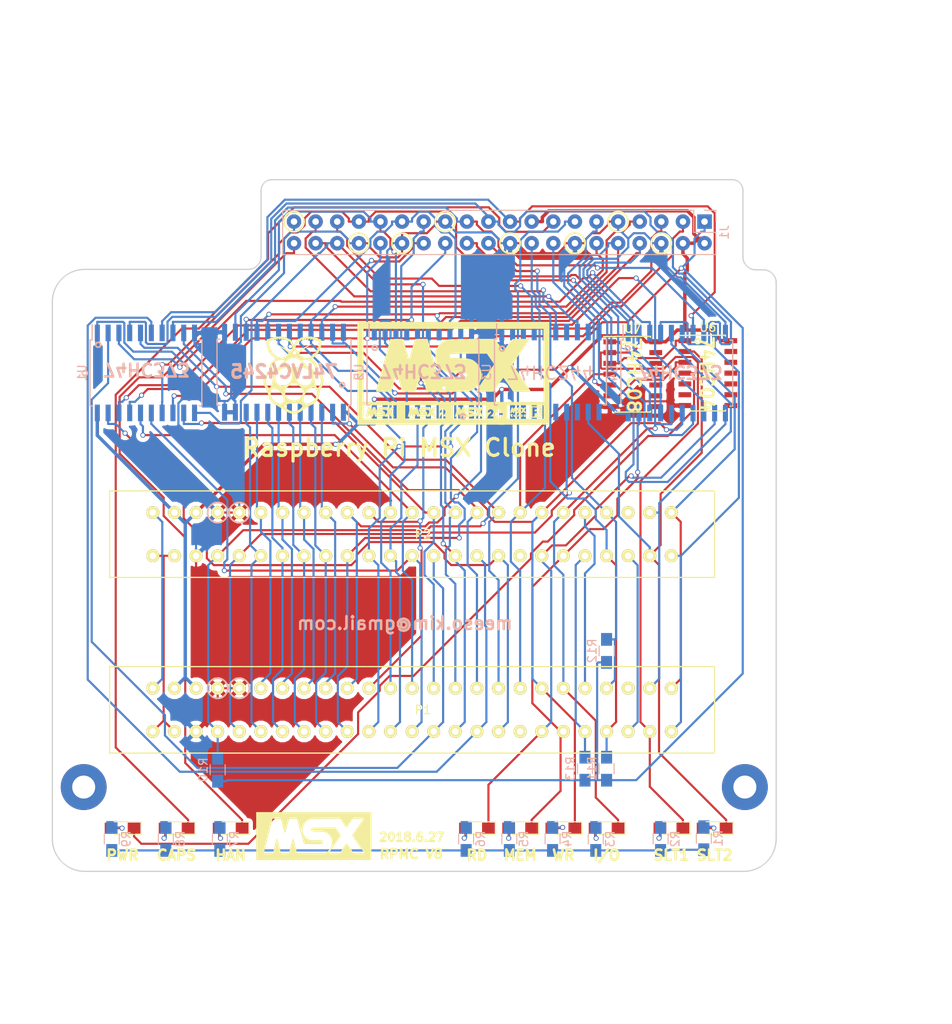
<source format=kicad_pcb>
(kicad_pcb (version 4) (host pcbnew 4.0.7)
  (layers (0 F.Cu signal) (31 B.Cu signal) (34 B.Paste user) (35 F.Paste user) (36 B.SilkS user) (37 F.SilkS user) (38 B.Mask user) (39 F.Mask user) (44 Edge.Cuts user))
  (net 0 "")
  (net 1 GND)
  (net 2 "Net-(U3-Pad9)")
  (net 3 +5V)
  (net 4 /RD3)
  (net 5 /RD4)
  (net 6 /RD6)
  (net 7 /RD7)
  (net 8 /CAPS)
  (net 9 /HAN)
  (net 10 /RD0)
  (net 11 /RD1)
  (net 12 /RD2)
  (net 13 /RD5)
  (net 14 /PWR)
  (net 15 /CS1)
  (net 16 /CS2)
  (net 17 /CS12)
  (net 18 /SLTSL1)
  (net 19 /RFSH)
  (net 20 /INT)
  (net 21 /M1)
  (net 22 /BUSDIR)
  (net 23 /IORQ)
  (net 24 /MREQ)
  (net 25 /WR)
  (net 26 /RD)
  (net 27 /RESET)
  (net 28 /A9)
  (net 29 /A15)
  (net 30 /A11)
  (net 31 /A10)
  (net 32 /A7)
  (net 33 /A6)
  (net 34 /A12)
  (net 35 /A8)
  (net 36 /A14)
  (net 37 /A13)
  (net 38 /A1)
  (net 39 /A0)
  (net 40 /A3)
  (net 41 /A2)
  (net 42 /A5)
  (net 43 /A4)
  (net 44 /D1)
  (net 45 /D0)
  (net 46 /D3)
  (net 47 /D2)
  (net 48 /D5)
  (net 49 /D4)
  (net 50 /D7)
  (net 51 /D6)
  (net 52 /CLK)
  (net 53 /+12V)
  (net 54 /SNDIN)
  (net 55 /SLTSL3)
  (net 56 +3V3)
  (net 57 "Net-(P1-Pad5)")
  (net 58 "Net-(P1-Pad16)")
  (net 59 "Net-(P2-Pad5)")
  (net 60 "Net-(P2-Pad16)")
  (net 61 /RA8)
  (net 62 /RA10)
  (net 63 /RA11)
  (net 64 /RA15)
  (net 65 /RA12)
  (net 66 /RA9)
  (net 67 /RA13)
  (net 68 /RA14)
  (net 69 "Net-(U3-Pad11)")
  (net 70 "Net-(D1-Pad2)")
  (net 71 "Net-(D2-Pad2)")
  (net 72 "Net-(D3-Pad2)")
  (net 73 "Net-(D4-Pad2)")
  (net 74 "Net-(D5-Pad2)")
  (net 75 "Net-(D6-Pad2)")
  (net 76 "Net-(D7-Pad2)")
  (net 77 "Net-(D8-Pad2)")
  (net 78 "Net-(D9-Pad2)")
  (net 79 /RC17)
  (net 80 /RC18)
  (net 81 /RC27)
  (net 82 /RC23)
  (net 83 /RC25)
  (net 84 /RC19)
  (net 85 /RC20)
  (net 86 /RC16)
  (net 87 "Net-(U3-Pad3)")
  (net 88 "Net-(U3-Pad5)")
  (net 89 "Net-(U3-Pad7)")
  (net 90 "Net-(U3-Pad13)")
  (net 91 "Net-(U3-Pad15)")
  (net 92 "Net-(U3-Pad17)")
  (net 93 /V3.3)
  (net 94 "Net-(U3-Pad2)")
  (net 95 "Net-(U3-Pad18)")
  (net 96 /nSLTSL3)
  (net 97 /nPWR)
  (net 98 /RC26)
  (module Mounting_Holes:MountingHole_2.7mm_Pad (layer F.Cu) (at 210.312 122.174)
    (fp_text reference REF4)
    (fp_text value MountingHole_2.7mm_Pad)
    (pad "" thru_hole circle (at 0 0) (size 5.4 5.4) (drill 2.7) (layers *.Cu *.Mask))
  )
  (module Mounting_Holes:MountingHole_2.7mm_Pad (layer F.Cu) (at 132.588 122.174)
    (fp_text reference REF3)
    (fp_text value MountingHole_2.7mm_Pad)
    (pad "" np_thru_hole circle (at 0 0) (size 5.4 5.4) (drill 2.7) (layers *.Cu *.Mask))
  )
  (module MSX:MSX_SLOT (layer F.Cu) (at 172.466 113.101)
    (fp_text reference P1 (at 0 0) (layer F.SilkS))
    (fp_text value CONN_02X25)
    (pad 1 thru_hole circle (at 29.21 -2.54) (size 1.524 1.524) (drill 0.77) (layers *.Cu *.Mask F.SilkS) (net 15 /CS1))
    (pad 2 thru_hole circle (at 29.21 2.54) (size 1.524 1.524) (drill 0.77) (layers *.Cu *.Mask F.SilkS) (net 16 /CS2))
    (pad 3 thru_hole circle (at 26.67 -2.54) (size 1.524 1.524) (drill 0.77) (layers *.Cu *.Mask F.SilkS) (net 17 /CS12))
    (pad 4 thru_hole circle (at 26.67 2.54) (size 1.524 1.524) (drill 0.77) (layers *.Cu *.Mask F.SilkS) (net 18 /SLTSL1))
    (pad 5 thru_hole circle (at 24.13 -2.54) (size 1.524 1.524) (drill 0.77) (layers *.Cu *.Mask F.SilkS) (net 57 "Net-(P1-Pad5)"))
    (pad 6 thru_hole circle (at 24.13 2.54) (size 1.524 1.524) (drill 0.77) (layers *.Cu *.Mask F.SilkS) (net 19 /RFSH))
    (pad 7 thru_hole circle (at 21.59 -2.54) (size 1.524 1.524) (drill 0.77) (layers *.Cu *.Mask F.SilkS) (net 83 /RC25))
    (pad 8 thru_hole circle (at 21.59 2.54) (size 1.524 1.524) (drill 0.77) (layers *.Cu *.Mask F.SilkS) (net 20 /INT))
    (pad 9 thru_hole circle (at 19.05 -2.54) (size 1.524 1.524) (drill 0.77) (layers *.Cu *.Mask F.SilkS) (net 21 /M1))
    (pad 10 thru_hole circle (at 19.05 2.54) (size 1.524 1.524) (drill 0.77) (layers *.Cu *.Mask F.SilkS) (net 22 /BUSDIR))
    (pad 11 thru_hole circle (at 16.51 -2.54) (size 1.524 1.524) (drill 0.77) (layers *.Cu *.Mask F.SilkS) (net 23 /IORQ))
    (pad 12 thru_hole circle (at 16.51 2.54) (size 1.524 1.524) (drill 0.77) (layers *.Cu *.Mask F.SilkS) (net 24 /MREQ))
    (pad 13 thru_hole circle (at 13.97 -2.54) (size 1.524 1.524) (drill 0.77) (layers *.Cu *.Mask F.SilkS) (net 25 /WR))
    (pad 14 thru_hole circle (at 13.97 2.54) (size 1.524 1.524) (drill 0.77) (layers *.Cu *.Mask F.SilkS) (net 26 /RD))
    (pad 15 thru_hole circle (at 11.43 -2.54) (size 1.524 1.524) (drill 0.77) (layers *.Cu *.Mask F.SilkS) (net 27 /RESET))
    (pad 16 thru_hole circle (at 11.43 2.54) (size 1.524 1.524) (drill 0.77) (layers *.Cu *.Mask F.SilkS) (net 58 "Net-(P1-Pad16)"))
    (pad 17 thru_hole circle (at 8.89 -2.54) (size 1.524 1.524) (drill 0.77) (layers *.Cu *.Mask F.SilkS) (net 28 /A9))
    (pad 18 thru_hole circle (at 8.89 2.54) (size 1.524 1.524) (drill 0.77) (layers *.Cu *.Mask F.SilkS) (net 29 /A15))
    (pad 19 thru_hole circle (at 6.35 -2.54) (size 1.524 1.524) (drill 0.77) (layers *.Cu *.Mask F.SilkS) (net 30 /A11))
    (pad 20 thru_hole circle (at 6.35 2.54) (size 1.524 1.524) (drill 0.77) (layers *.Cu *.Mask F.SilkS) (net 31 /A10))
    (pad 21 thru_hole circle (at 3.81 -2.54) (size 1.524 1.524) (drill 0.77) (layers *.Cu *.Mask F.SilkS) (net 32 /A7))
    (pad 22 thru_hole circle (at 3.81 2.54) (size 1.524 1.524) (drill 0.77) (layers *.Cu *.Mask F.SilkS) (net 33 /A6))
    (pad 23 thru_hole circle (at 1.27 -2.54) (size 1.524 1.524) (drill 0.77) (layers *.Cu *.Mask F.SilkS) (net 34 /A12))
    (pad 24 thru_hole circle (at 1.27 2.54) (size 1.524 1.524) (drill 0.77) (layers *.Cu *.Mask F.SilkS) (net 35 /A8))
    (pad 25 thru_hole circle (at -1.27 -2.54) (size 1.524 1.524) (drill 0.77) (layers *.Cu *.Mask F.SilkS) (net 36 /A14))
    (pad 26 thru_hole circle (at -1.27 2.54) (size 1.524 1.524) (drill 0.77) (layers *.Cu *.Mask F.SilkS) (net 37 /A13))
    (pad 27 thru_hole circle (at -3.81 -2.54) (size 1.524 1.524) (drill 0.77) (layers *.Cu *.Mask F.SilkS) (net 38 /A1))
    (pad 28 thru_hole circle (at -3.81 2.54) (size 1.524 1.524) (drill 0.77) (layers *.Cu *.Mask F.SilkS) (net 39 /A0))
    (pad 29 thru_hole circle (at -6.35 -2.54) (size 1.524 1.524) (drill 0.77) (layers *.Cu *.Mask F.SilkS) (net 40 /A3))
    (pad 30 thru_hole circle (at -6.35 2.54) (size 1.524 1.524) (drill 0.77) (layers *.Cu *.Mask F.SilkS) (net 41 /A2))
    (pad 31 thru_hole circle (at -8.89 -2.54) (size 1.524 1.524) (drill 0.77) (layers *.Cu *.Mask F.SilkS) (net 42 /A5))
    (pad 32 thru_hole circle (at -8.89 2.54) (size 1.524 1.524) (drill 0.77) (layers *.Cu *.Mask F.SilkS) (net 43 /A4))
    (pad 33 thru_hole circle (at -11.43 -2.54) (size 1.524 1.524) (drill 0.77) (layers *.Cu *.Mask F.SilkS) (net 44 /D1))
    (pad 34 thru_hole circle (at -11.43 2.54) (size 1.524 1.524) (drill 0.77) (layers *.Cu *.Mask F.SilkS) (net 45 /D0))
    (pad 35 thru_hole circle (at -13.97 -2.54) (size 1.524 1.524) (drill 0.77) (layers *.Cu *.Mask F.SilkS) (net 46 /D3))
    (pad 36 thru_hole circle (at -13.97 2.54) (size 1.524 1.524) (drill 0.77) (layers *.Cu *.Mask F.SilkS) (net 47 /D2))
    (pad 37 thru_hole circle (at -16.51 -2.54) (size 1.524 1.524) (drill 0.77) (layers *.Cu *.Mask F.SilkS) (net 48 /D5))
    (pad 38 thru_hole circle (at -16.51 2.54) (size 1.524 1.524) (drill 0.77) (layers *.Cu *.Mask F.SilkS) (net 49 /D4))
    (pad 39 thru_hole circle (at -19.05 -2.54) (size 1.524 1.524) (drill 0.77) (layers *.Cu *.Mask F.SilkS) (net 50 /D7))
    (pad 40 thru_hole circle (at -19.05 2.54) (size 1.524 1.524) (drill 0.77) (layers *.Cu *.Mask F.SilkS) (net 51 /D6))
    (pad 41 thru_hole circle (at -21.59 -2.54) (size 1.524 1.524) (drill 0.77) (layers *.Cu *.Mask F.SilkS) (net 1 GND))
    (pad 42 thru_hole circle (at -21.59 2.54) (size 1.524 1.524) (drill 0.77) (layers *.Cu *.Mask F.SilkS) (net 52 /CLK))
    (pad 43 thru_hole circle (at -24.13 -2.54) (size 1.524 1.524) (drill 0.77) (layers *.Cu *.Mask F.SilkS) (net 1 GND))
    (pad 44 thru_hole circle (at -24.13 2.54) (size 1.524 1.524) (drill 0.77) (layers *.Cu *.Mask F.SilkS) (net 81 /RC27))
    (pad 45 thru_hole circle (at -26.67 -2.54) (size 1.524 1.524) (drill 0.77) (layers *.Cu *.Mask F.SilkS) (net 3 +5V))
    (pad 46 thru_hole circle (at -26.67 2.54) (size 1.524 1.524) (drill 0.77) (layers *.Cu *.Mask F.SilkS) (net 1 GND))
    (pad 47 thru_hole circle (at -29.21 -2.54) (size 1.524 1.524) (drill 0.77) (layers *.Cu *.Mask F.SilkS) (net 3 +5V))
    (pad 48 thru_hole circle (at -29.21 2.54) (size 1.524 1.524) (drill 0.77) (layers *.Cu *.Mask F.SilkS) (net 53 /+12V))
    (pad 49 thru_hole circle (at -31.75 -2.54) (size 1.524 1.524) (drill 0.77) (layers *.Cu *.Mask F.SilkS) (net 54 /SNDIN))
    (pad 50 thru_hole circle (at -31.75 2.54) (size 1.524 1.524) (drill 0.77) (layers *.Cu *.Mask F.SilkS) (net 53 /+12V))
  )
  (module MSX:MSX_SLOT (layer F.Cu) (at 172.466 92.456)
    (fp_text reference P2 (at 0 0) (layer F.SilkS))
    (fp_text value CONN_02X25)
    (pad 1 thru_hole circle (at 29.21 -2.54) (size 1.524 1.524) (drill 0.77) (layers *.Cu *.Mask F.SilkS) (net 15 /CS1))
    (pad 2 thru_hole circle (at 29.21 2.54) (size 1.524 1.524) (drill 0.77) (layers *.Cu *.Mask F.SilkS) (net 16 /CS2))
    (pad 3 thru_hole circle (at 26.67 -2.54) (size 1.524 1.524) (drill 0.77) (layers *.Cu *.Mask F.SilkS) (net 17 /CS12))
    (pad 4 thru_hole circle (at 26.67 2.54) (size 1.524 1.524) (drill 0.77) (layers *.Cu *.Mask F.SilkS) (net 55 /SLTSL3))
    (pad 5 thru_hole circle (at 24.13 -2.54) (size 1.524 1.524) (drill 0.77) (layers *.Cu *.Mask F.SilkS) (net 59 "Net-(P2-Pad5)"))
    (pad 6 thru_hole circle (at 24.13 2.54) (size 1.524 1.524) (drill 0.77) (layers *.Cu *.Mask F.SilkS) (net 19 /RFSH))
    (pad 7 thru_hole circle (at 21.59 -2.54) (size 1.524 1.524) (drill 0.77) (layers *.Cu *.Mask F.SilkS) (net 83 /RC25))
    (pad 8 thru_hole circle (at 21.59 2.54) (size 1.524 1.524) (drill 0.77) (layers *.Cu *.Mask F.SilkS) (net 20 /INT))
    (pad 9 thru_hole circle (at 19.05 -2.54) (size 1.524 1.524) (drill 0.77) (layers *.Cu *.Mask F.SilkS) (net 21 /M1))
    (pad 10 thru_hole circle (at 19.05 2.54) (size 1.524 1.524) (drill 0.77) (layers *.Cu *.Mask F.SilkS) (net 22 /BUSDIR))
    (pad 11 thru_hole circle (at 16.51 -2.54) (size 1.524 1.524) (drill 0.77) (layers *.Cu *.Mask F.SilkS) (net 23 /IORQ))
    (pad 12 thru_hole circle (at 16.51 2.54) (size 1.524 1.524) (drill 0.77) (layers *.Cu *.Mask F.SilkS) (net 24 /MREQ))
    (pad 13 thru_hole circle (at 13.97 -2.54) (size 1.524 1.524) (drill 0.77) (layers *.Cu *.Mask F.SilkS) (net 25 /WR))
    (pad 14 thru_hole circle (at 13.97 2.54) (size 1.524 1.524) (drill 0.77) (layers *.Cu *.Mask F.SilkS) (net 26 /RD))
    (pad 15 thru_hole circle (at 11.43 -2.54) (size 1.524 1.524) (drill 0.77) (layers *.Cu *.Mask F.SilkS) (net 27 /RESET))
    (pad 16 thru_hole circle (at 11.43 2.54) (size 1.524 1.524) (drill 0.77) (layers *.Cu *.Mask F.SilkS) (net 60 "Net-(P2-Pad16)"))
    (pad 17 thru_hole circle (at 8.89 -2.54) (size 1.524 1.524) (drill 0.77) (layers *.Cu *.Mask F.SilkS) (net 28 /A9))
    (pad 18 thru_hole circle (at 8.89 2.54) (size 1.524 1.524) (drill 0.77) (layers *.Cu *.Mask F.SilkS) (net 29 /A15))
    (pad 19 thru_hole circle (at 6.35 -2.54) (size 1.524 1.524) (drill 0.77) (layers *.Cu *.Mask F.SilkS) (net 30 /A11))
    (pad 20 thru_hole circle (at 6.35 2.54) (size 1.524 1.524) (drill 0.77) (layers *.Cu *.Mask F.SilkS) (net 31 /A10))
    (pad 21 thru_hole circle (at 3.81 -2.54) (size 1.524 1.524) (drill 0.77) (layers *.Cu *.Mask F.SilkS) (net 32 /A7))
    (pad 22 thru_hole circle (at 3.81 2.54) (size 1.524 1.524) (drill 0.77) (layers *.Cu *.Mask F.SilkS) (net 33 /A6))
    (pad 23 thru_hole circle (at 1.27 -2.54) (size 1.524 1.524) (drill 0.77) (layers *.Cu *.Mask F.SilkS) (net 34 /A12))
    (pad 24 thru_hole circle (at 1.27 2.54) (size 1.524 1.524) (drill 0.77) (layers *.Cu *.Mask F.SilkS) (net 35 /A8))
    (pad 25 thru_hole circle (at -1.27 -2.54) (size 1.524 1.524) (drill 0.77) (layers *.Cu *.Mask F.SilkS) (net 36 /A14))
    (pad 26 thru_hole circle (at -1.27 2.54) (size 1.524 1.524) (drill 0.77) (layers *.Cu *.Mask F.SilkS) (net 37 /A13))
    (pad 27 thru_hole circle (at -3.81 -2.54) (size 1.524 1.524) (drill 0.77) (layers *.Cu *.Mask F.SilkS) (net 38 /A1))
    (pad 28 thru_hole circle (at -3.81 2.54) (size 1.524 1.524) (drill 0.77) (layers *.Cu *.Mask F.SilkS) (net 39 /A0))
    (pad 29 thru_hole circle (at -6.35 -2.54) (size 1.524 1.524) (drill 0.77) (layers *.Cu *.Mask F.SilkS) (net 40 /A3))
    (pad 30 thru_hole circle (at -6.35 2.54) (size 1.524 1.524) (drill 0.77) (layers *.Cu *.Mask F.SilkS) (net 41 /A2))
    (pad 31 thru_hole circle (at -8.89 -2.54) (size 1.524 1.524) (drill 0.77) (layers *.Cu *.Mask F.SilkS) (net 42 /A5))
    (pad 32 thru_hole circle (at -8.89 2.54) (size 1.524 1.524) (drill 0.77) (layers *.Cu *.Mask F.SilkS) (net 43 /A4))
    (pad 33 thru_hole circle (at -11.43 -2.54) (size 1.524 1.524) (drill 0.77) (layers *.Cu *.Mask F.SilkS) (net 44 /D1))
    (pad 34 thru_hole circle (at -11.43 2.54) (size 1.524 1.524) (drill 0.77) (layers *.Cu *.Mask F.SilkS) (net 45 /D0))
    (pad 35 thru_hole circle (at -13.97 -2.54) (size 1.524 1.524) (drill 0.77) (layers *.Cu *.Mask F.SilkS) (net 46 /D3))
    (pad 36 thru_hole circle (at -13.97 2.54) (size 1.524 1.524) (drill 0.77) (layers *.Cu *.Mask F.SilkS) (net 47 /D2))
    (pad 37 thru_hole circle (at -16.51 -2.54) (size 1.524 1.524) (drill 0.77) (layers *.Cu *.Mask F.SilkS) (net 48 /D5))
    (pad 38 thru_hole circle (at -16.51 2.54) (size 1.524 1.524) (drill 0.77) (layers *.Cu *.Mask F.SilkS) (net 49 /D4))
    (pad 39 thru_hole circle (at -19.05 -2.54) (size 1.524 1.524) (drill 0.77) (layers *.Cu *.Mask F.SilkS) (net 50 /D7))
    (pad 40 thru_hole circle (at -19.05 2.54) (size 1.524 1.524) (drill 0.77) (layers *.Cu *.Mask F.SilkS) (net 51 /D6))
    (pad 41 thru_hole circle (at -21.59 -2.54) (size 1.524 1.524) (drill 0.77) (layers *.Cu *.Mask F.SilkS) (net 1 GND))
    (pad 42 thru_hole circle (at -21.59 2.54) (size 1.524 1.524) (drill 0.77) (layers *.Cu *.Mask F.SilkS) (net 52 /CLK))
    (pad 43 thru_hole circle (at -24.13 -2.54) (size 1.524 1.524) (drill 0.77) (layers *.Cu *.Mask F.SilkS) (net 1 GND))
    (pad 44 thru_hole circle (at -24.13 2.54) (size 1.524 1.524) (drill 0.77) (layers *.Cu *.Mask F.SilkS) (net 81 /RC27))
    (pad 45 thru_hole circle (at -26.67 -2.54) (size 1.524 1.524) (drill 0.77) (layers *.Cu *.Mask F.SilkS) (net 3 +5V))
    (pad 46 thru_hole circle (at -26.67 2.54) (size 1.524 1.524) (drill 0.77) (layers *.Cu *.Mask F.SilkS) (net 1 GND))
    (pad 47 thru_hole circle (at -29.21 -2.54) (size 1.524 1.524) (drill 0.77) (layers *.Cu *.Mask F.SilkS) (net 3 +5V))
    (pad 48 thru_hole circle (at -29.21 2.54) (size 1.524 1.524) (drill 0.77) (layers *.Cu *.Mask F.SilkS) (net 53 /+12V))
    (pad 49 thru_hole circle (at -31.75 -2.54) (size 1.524 1.524) (drill 0.77) (layers *.Cu *.Mask F.SilkS) (net 54 /SNDIN))
    (pad 50 thru_hole circle (at -31.75 2.54) (size 1.524 1.524) (drill 0.77) (layers *.Cu *.Mask F.SilkS) (net 53 /+12V))
  )
  (module LEDs:LED_0805_HandSoldering (layer F.Cu) (at 206.756 127 180)
    (fp_text reference D1 hide)
    (fp_text value Led_Small)
    (pad 1 smd rect (at -1.35 0 180) (size 1.5 1.3) (layers F.Cu F.Paste F.Mask) (net 55 /SLTSL3))
    (pad 2 smd rect (at 1.35 0 180) (size 1.5 1.3) (layers F.Cu F.Paste F.Mask) (net 70 "Net-(D1-Pad2)"))
  )
  (module LEDs:LED_0805_HandSoldering (layer F.Cu) (at 201.676 127 180)
    (fp_text reference D2 hide)
    (fp_text value Led_Small)
    (pad 1 smd rect (at -1.35 0 180) (size 1.5 1.3) (layers F.Cu F.Paste F.Mask) (net 18 /SLTSL1))
    (pad 2 smd rect (at 1.35 0 180) (size 1.5 1.3) (layers F.Cu F.Paste F.Mask) (net 71 "Net-(D2-Pad2)"))
  )
  (module LEDs:LED_0805_HandSoldering (layer F.Cu) (at 194.056 127 180)
    (fp_text reference D3 hide)
    (fp_text value Led_Small)
    (pad 1 smd rect (at -1.35 0 180) (size 1.5 1.3) (layers F.Cu F.Paste F.Mask) (net 23 /IORQ))
    (pad 2 smd rect (at 1.35 0 180) (size 1.5 1.3) (layers F.Cu F.Paste F.Mask) (net 72 "Net-(D3-Pad2)"))
  )
  (module LEDs:LED_0805_HandSoldering (layer F.Cu) (at 188.976 127 180)
    (fp_text reference D4 hide)
    (fp_text value Led_Small)
    (pad 1 smd rect (at -1.35 0 180) (size 1.5 1.3) (layers F.Cu F.Paste F.Mask) (net 25 /WR))
    (pad 2 smd rect (at 1.35 0 180) (size 1.5 1.3) (layers F.Cu F.Paste F.Mask) (net 73 "Net-(D4-Pad2)"))
  )
  (module LEDs:LED_0805_HandSoldering (layer F.Cu) (at 183.896 127 180)
    (fp_text reference D5 hide)
    (fp_text value Led_Small)
    (pad 1 smd rect (at -1.35 0 180) (size 1.5 1.3) (layers F.Cu F.Paste F.Mask) (net 24 /MREQ))
    (pad 2 smd rect (at 1.35 0 180) (size 1.5 1.3) (layers F.Cu F.Paste F.Mask) (net 74 "Net-(D5-Pad2)"))
  )
  (module LEDs:LED_0805_HandSoldering (layer F.Cu) (at 178.816 127 180)
    (fp_text reference D6 hide)
    (fp_text value Led_Small)
    (pad 1 smd rect (at -1.35 0 180) (size 1.5 1.3) (layers F.Cu F.Paste F.Mask) (net 26 /RD))
    (pad 2 smd rect (at 1.35 0 180) (size 1.5 1.3) (layers F.Cu F.Paste F.Mask) (net 75 "Net-(D6-Pad2)"))
  )
  (module LEDs:LED_0805_HandSoldering (layer F.Cu) (at 149.86 127 180)
    (fp_text reference D7 hide)
    (fp_text value Led_Small)
    (pad 1 smd rect (at -1.35 0 180) (size 1.5 1.3) (layers F.Cu F.Paste F.Mask) (net 9 /HAN))
    (pad 2 smd rect (at 1.35 0 180) (size 1.5 1.3) (layers F.Cu F.Paste F.Mask) (net 76 "Net-(D7-Pad2)"))
  )
  (module LEDs:LED_0805_HandSoldering (layer F.Cu) (at 143.51 127 180)
    (fp_text reference D8 hide)
    (fp_text value Led_Small)
    (pad 1 smd rect (at -1.35 0 180) (size 1.5 1.3) (layers F.Cu F.Paste F.Mask) (net 8 /CAPS))
    (pad 2 smd rect (at 1.35 0 180) (size 1.5 1.3) (layers F.Cu F.Paste F.Mask) (net 77 "Net-(D8-Pad2)"))
  )
  (module LEDs:LED_0805_HandSoldering (layer F.Cu) (at 137.16 127 180)
    (fp_text reference D9 hide)
    (fp_text value Led_Small)
    (pad 1 smd rect (at -1.35 0 180) (size 1.5 1.3) (layers F.Cu F.Paste F.Mask) (net 14 /PWR))
    (pad 2 smd rect (at 1.35 0 180) (size 1.5 1.3) (layers F.Cu F.Paste F.Mask) (net 78 "Net-(D9-Pad2)"))
  )
  (module Resistors_SMD:R_0805_HandSoldering (layer B.Cu) (at 205.486 128.19 90)
    (fp_text reference R1 (at 0 1.7 90) (layer B.SilkS) (effects (justify mirror)))
    (fp_text value R)
    (pad 1 smd rect (at -1.35 0 90) (size 1.5 1.3) (layers B.Cu B.Paste B.Mask) (net 93 /V3.3))
    (pad 2 smd rect (at 1.35 0 90) (size 1.5 1.3) (layers B.Cu B.Paste B.Mask) (net 70 "Net-(D1-Pad2)"))
  )
  (module Resistors_SMD:R_0805_HandSoldering (layer B.Cu) (at 200.406 128.27 90)
    (fp_text reference R2 (at 0 1.7 90) (layer B.SilkS) (effects (justify mirror)))
    (fp_text value R)
    (pad 1 smd rect (at -1.35 0 90) (size 1.5 1.3) (layers B.Cu B.Paste B.Mask) (net 93 /V3.3))
    (pad 2 smd rect (at 1.35 0 90) (size 1.5 1.3) (layers B.Cu B.Paste B.Mask) (net 71 "Net-(D2-Pad2)"))
  )
  (module Resistors_SMD:R_0805_HandSoldering (layer B.Cu) (at 192.786 128.27 90)
    (fp_text reference R3 (at 0 1.7 90) (layer B.SilkS) (effects (justify mirror)))
    (fp_text value R)
    (pad 1 smd rect (at -1.35 0 90) (size 1.5 1.3) (layers B.Cu B.Paste B.Mask) (net 93 /V3.3))
    (pad 2 smd rect (at 1.35 0 90) (size 1.5 1.3) (layers B.Cu B.Paste B.Mask) (net 72 "Net-(D3-Pad2)"))
  )
  (module Resistors_SMD:R_0805_HandSoldering (layer B.Cu) (at 187.706 128.27 90)
    (fp_text reference R4 (at 0 1.7 90) (layer B.SilkS) (effects (justify mirror)))
    (fp_text value R)
    (pad 1 smd rect (at -1.35 0 90) (size 1.5 1.3) (layers B.Cu B.Paste B.Mask) (net 93 /V3.3))
    (pad 2 smd rect (at 1.35 0 90) (size 1.5 1.3) (layers B.Cu B.Paste B.Mask) (net 73 "Net-(D4-Pad2)"))
  )
  (module Resistors_SMD:R_0805_HandSoldering (layer B.Cu) (at 182.626 128.27 90)
    (fp_text reference R5 (at 0 1.7 90) (layer B.SilkS) (effects (justify mirror)))
    (fp_text value R)
    (pad 1 smd rect (at -1.35 0 90) (size 1.5 1.3) (layers B.Cu B.Paste B.Mask) (net 93 /V3.3))
    (pad 2 smd rect (at 1.35 0 90) (size 1.5 1.3) (layers B.Cu B.Paste B.Mask) (net 74 "Net-(D5-Pad2)"))
  )
  (module Resistors_SMD:R_0805_HandSoldering (layer B.Cu) (at 177.546 128.27 90)
    (fp_text reference R6 (at 0 1.7 90) (layer B.SilkS) (effects (justify mirror)))
    (fp_text value R)
    (pad 1 smd rect (at -1.35 0 90) (size 1.5 1.3) (layers B.Cu B.Paste B.Mask) (net 93 /V3.3))
    (pad 2 smd rect (at 1.35 0 90) (size 1.5 1.3) (layers B.Cu B.Paste B.Mask) (net 75 "Net-(D6-Pad2)"))
  )
  (module Resistors_SMD:R_0805_HandSoldering (layer B.Cu) (at 148.59 128.27 90)
    (fp_text reference R7 (at 0 1.7 90) (layer B.SilkS) (effects (justify mirror)))
    (fp_text value R)
    (pad 1 smd rect (at -1.35 0 90) (size 1.5 1.3) (layers B.Cu B.Paste B.Mask) (net 93 /V3.3))
    (pad 2 smd rect (at 1.35 0 90) (size 1.5 1.3) (layers B.Cu B.Paste B.Mask) (net 76 "Net-(D7-Pad2)"))
  )
  (module Resistors_SMD:R_0805_HandSoldering (layer B.Cu) (at 142.24 128.27 90)
    (fp_text reference R8 (at 0 1.7 90) (layer B.SilkS) (effects (justify mirror)))
    (fp_text value R)
    (pad 1 smd rect (at -1.35 0 90) (size 1.5 1.3) (layers B.Cu B.Paste B.Mask) (net 93 /V3.3))
    (pad 2 smd rect (at 1.35 0 90) (size 1.5 1.3) (layers B.Cu B.Paste B.Mask) (net 77 "Net-(D8-Pad2)"))
  )
  (module Resistors_SMD:R_0805_HandSoldering (layer B.Cu) (at 135.89 128.27 90)
    (fp_text reference R9 (at 0 1.7 90) (layer B.SilkS) (effects (justify mirror)))
    (fp_text value R)
    (pad 1 smd rect (at -1.35 0 90) (size 1.5 1.3) (layers B.Cu B.Paste B.Mask) (net 93 /V3.3))
    (pad 2 smd rect (at 1.35 0 90) (size 1.5 1.3) (layers B.Cu B.Paste B.Mask) (net 78 "Net-(D9-Pad2)"))
  )
  (module MSX:LOGO (layer F.Cu) (at 159.639 127.9144)
    (fp_text reference G*** hide)
    (fp_text value LOGO hide)
  )
  (module 8BIT:raspberry_pi_logo (layer F.Cu) (at 157.2514 73.7616)
    (fp_text reference G1 hide)
    (fp_text value LOGO hide)
  )
  (module 8BIT:msx_msx2_msx+logo (layer F.Cu) (at 176.022 73.533)
    (fp_text reference G2 hide)
    (fp_text value LOGO hide)
  )
  (module Socket_Strips:Socket_Strip_Straight_2x20_Pitch2.54mm (layer B.Cu) (at 205.572 55.7276 90)
    (fp_text reference J1 (at -1.27 2.33 90) (layer B.SilkS) (effects (justify mirror)))
    (fp_text value RPi_GPIO)
    (pad 1 thru_hole rect (at 0 0 90) (size 1.7 1.7) (drill 0.77) (layers *.Cu *.Mask) (net 56 +3V3))
    (pad 2 thru_hole oval (at -2.54 0 90) (size 1.7 1.7) (drill 0.77) (layers *.Cu *.Mask) (net 3 +5V))
    (pad 3 thru_hole oval (at 0 -2.54 90) (size 1.7 1.7) (drill 0.77) (layers *.Cu *.Mask) (net 12 /RD2))
    (pad 4 thru_hole oval (at -2.54 -2.54 90) (size 1.7 1.7) (drill 0.77) (layers *.Cu *.Mask) (net 3 +5V))
    (pad 5 thru_hole oval (at 0 -5.08 90) (size 1.7 1.7) (drill 0.77) (layers *.Cu *.Mask) (net 4 /RD3))
    (pad 6 thru_hole oval (at -2.54 -5.08 90) (size 1.7 1.7) (drill 0.77) (layers *.Cu *.Mask) (net 1 GND))
    (pad 7 thru_hole oval (at 0 -7.62 90) (size 1.7 1.7) (drill 0.77) (layers *.Cu *.Mask) (net 5 /RD4))
    (pad 8 thru_hole oval (at -2.54 -7.62 90) (size 1.7 1.7) (drill 0.77) (layers *.Cu *.Mask) (net 68 /RA14))
    (pad 9 thru_hole oval (at 0 -10.16 90) (size 1.7 1.7) (drill 0.77) (layers *.Cu *.Mask) (net 1 GND))
    (pad 10 thru_hole oval (at -2.54 -10.16 90) (size 1.7 1.7) (drill 0.77) (layers *.Cu *.Mask) (net 64 /RA15))
    (pad 11 thru_hole oval (at 0 -12.7 90) (size 1.7 1.7) (drill 0.77) (layers *.Cu *.Mask) (net 79 /RC17))
    (pad 12 thru_hole oval (at -2.54 -12.7 90) (size 1.7 1.7) (drill 0.77) (layers *.Cu *.Mask) (net 80 /RC18))
    (pad 13 thru_hole oval (at 0 -15.24 90) (size 1.7 1.7) (drill 0.77) (layers *.Cu *.Mask) (net 81 /RC27))
    (pad 14 thru_hole oval (at -2.54 -15.24 90) (size 1.7 1.7) (drill 0.77) (layers *.Cu *.Mask) (net 1 GND))
    (pad 15 thru_hole oval (at 0 -17.78 90) (size 1.7 1.7) (drill 0.77) (layers *.Cu *.Mask) (net 8 /CAPS))
    (pad 16 thru_hole oval (at -2.54 -17.78 90) (size 1.7 1.7) (drill 0.77) (layers *.Cu *.Mask) (net 82 /RC23))
    (pad 17 thru_hole oval (at 0 -20.32 90) (size 1.7 1.7) (drill 0.77) (layers *.Cu *.Mask) (net 3 +5V))
    (pad 18 thru_hole oval (at -2.54 -20.32 90) (size 1.7 1.7) (drill 0.77) (layers *.Cu *.Mask) (net 20 /INT))
    (pad 19 thru_hole oval (at 0 -22.86 90) (size 1.7 1.7) (drill 0.77) (layers *.Cu *.Mask) (net 62 /RA10))
    (pad 20 thru_hole oval (at -2.54 -22.86 90) (size 1.7 1.7) (drill 0.77) (layers *.Cu *.Mask) (net 1 GND))
    (pad 21 thru_hole oval (at 0 -25.4 90) (size 1.7 1.7) (drill 0.77) (layers *.Cu *.Mask) (net 66 /RA9))
    (pad 22 thru_hole oval (at -2.54 -25.4 90) (size 1.7 1.7) (drill 0.77) (layers *.Cu *.Mask) (net 83 /RC25))
    (pad 23 thru_hole oval (at 0 -27.94 90) (size 1.7 1.7) (drill 0.77) (layers *.Cu *.Mask) (net 63 /RA11))
    (pad 24 thru_hole oval (at -2.54 -27.94 90) (size 1.7 1.7) (drill 0.77) (layers *.Cu *.Mask) (net 61 /RA8))
    (pad 25 thru_hole oval (at 0 -30.48 90) (size 1.7 1.7) (drill 0.77) (layers *.Cu *.Mask) (net 1 GND))
    (pad 26 thru_hole oval (at -2.54 -30.48 90) (size 1.7 1.7) (drill 0.77) (layers *.Cu *.Mask) (net 7 /RD7))
    (pad 27 thru_hole oval (at 0 -33.02 90) (size 1.7 1.7) (drill 0.77) (layers *.Cu *.Mask) (net 10 /RD0))
    (pad 28 thru_hole oval (at -2.54 -33.02 90) (size 1.7 1.7) (drill 0.77) (layers *.Cu *.Mask) (net 11 /RD1))
    (pad 29 thru_hole oval (at 0 -35.56 90) (size 1.7 1.7) (drill 0.77) (layers *.Cu *.Mask) (net 13 /RD5))
    (pad 30 thru_hole oval (at -2.54 -35.56 90) (size 1.7 1.7) (drill 0.77) (layers *.Cu *.Mask) (net 1 GND))
    (pad 31 thru_hole oval (at 0 -38.1 90) (size 1.7 1.7) (drill 0.77) (layers *.Cu *.Mask) (net 6 /RD6))
    (pad 32 thru_hole oval (at -2.54 -38.1 90) (size 1.7 1.7) (drill 0.77) (layers *.Cu *.Mask) (net 65 /RA12))
    (pad 33 thru_hole oval (at 0 -40.64 90) (size 1.7 1.7) (drill 0.77) (layers *.Cu *.Mask) (net 67 /RA13))
    (pad 34 thru_hole oval (at -2.54 -40.64 90) (size 1.7 1.7) (drill 0.77) (layers *.Cu *.Mask) (net 1 GND))
    (pad 35 thru_hole oval (at 0 -43.18 90) (size 1.7 1.7) (drill 0.77) (layers *.Cu *.Mask) (net 84 /RC19))
    (pad 36 thru_hole oval (at -2.54 -43.18 90) (size 1.7 1.7) (drill 0.77) (layers *.Cu *.Mask) (net 86 /RC16))
    (pad 37 thru_hole oval (at 0 -45.72 90) (size 1.7 1.7) (drill 0.77) (layers *.Cu *.Mask) (net 98 /RC26))
    (pad 38 thru_hole oval (at -2.54 -45.72 90) (size 1.7 1.7) (drill 0.77) (layers *.Cu *.Mask) (net 85 /RC20))
    (pad 39 thru_hole oval (at 0 -48.26 90) (size 1.7 1.7) (drill 0.77) (layers *.Cu *.Mask) (net 1 GND))
    (pad 40 thru_hole oval (at -2.54 -48.26 90) (size 1.7 1.7) (drill 0.77) (layers *.Cu *.Mask) (net 9 /HAN))
  )
  (module Resistors_SMD:R_0805_HandSoldering (layer B.Cu) (at 148.336 120.142 270)
    (fp_text reference R10 (at 0 1.7 270) (layer B.SilkS) (effects (justify mirror)))
    (fp_text value R)
    (pad 1 smd rect (at -1.35 0 270) (size 1.5 1.3) (layers B.Cu B.Paste B.Mask) (net 81 /RC27))
    (pad 2 smd rect (at 1.35 0 270) (size 1.5 1.3) (layers B.Cu B.Paste B.Mask) (net 56 +3V3))
  )
  (module Resistors_SMD:R_0805_HandSoldering (layer B.Cu) (at 194.056 120.015 270)
    (fp_text reference R11 (at 0 1.7 270) (layer B.SilkS) (effects (justify mirror)))
    (fp_text value R)
    (pad 1 smd rect (at -1.35 0 270) (size 1.5 1.3) (layers B.Cu B.Paste B.Mask) (net 20 /INT))
    (pad 2 smd rect (at 1.35 0 270) (size 1.5 1.3) (layers B.Cu B.Paste B.Mask) (net 56 +3V3))
  )
  (module Resistors_SMD:R_0805_HandSoldering (layer B.Cu) (at 194.056 106.172 270)
    (fp_text reference R12 (at 0 1.7 270) (layer B.SilkS) (effects (justify mirror)))
    (fp_text value R)
    (pad 1 smd rect (at -1.35 0 270) (size 1.5 1.3) (layers B.Cu B.Paste B.Mask) (net 83 /RC25))
    (pad 2 smd rect (at 1.35 0 270) (size 1.5 1.3) (layers B.Cu B.Paste B.Mask) (net 56 +3V3))
  )
  (module Resistors_SMD:R_0805_HandSoldering (layer B.Cu) (at 191.516 120.015 270)
    (fp_text reference R13 (at 0 1.7 270) (layer B.SilkS) (effects (justify mirror)))
    (fp_text value R)
    (pad 1 smd rect (at -1.35 0 270) (size 1.5 1.3) (layers B.Cu B.Paste B.Mask) (net 22 /BUSDIR))
    (pad 2 smd rect (at 1.35 0 270) (size 1.5 1.3) (layers B.Cu B.Paste B.Mask) (net 56 +3V3))
  )
  (module Housings_SOIC:SOIC-20W_7.5x12.8mm_Pitch1.27mm (layer B.Cu) (at 139.903 73.5076 270)
    (fp_text reference U1 (at 0 7.5 270) (layer B.SilkS) (effects (justify mirror)))
    (fp_text value 74LS373)
    (pad 1 smd rect (at -4.7 5.715 270) (size 1.95 0.6) (layers B.Cu B.Paste B.Mask) (net 1 GND))
    (pad 2 smd rect (at -4.7 4.445 270) (size 1.95 0.6) (layers B.Cu B.Paste B.Mask) (net 35 /A8))
    (pad 3 smd rect (at -4.7 3.175 270) (size 1.95 0.6) (layers B.Cu B.Paste B.Mask) (net 61 /RA8))
    (pad 4 smd rect (at -4.7 1.905 270) (size 1.95 0.6) (layers B.Cu B.Paste B.Mask) (net 66 /RA9))
    (pad 5 smd rect (at -4.7 0.635 270) (size 1.95 0.6) (layers B.Cu B.Paste B.Mask) (net 28 /A9))
    (pad 6 smd rect (at -4.7 -0.635 270) (size 1.95 0.6) (layers B.Cu B.Paste B.Mask) (net 31 /A10))
    (pad 7 smd rect (at -4.7 -1.905 270) (size 1.95 0.6) (layers B.Cu B.Paste B.Mask) (net 62 /RA10))
    (pad 8 smd rect (at -4.7 -3.175 270) (size 1.95 0.6) (layers B.Cu B.Paste B.Mask) (net 63 /RA11))
    (pad 9 smd rect (at -4.7 -4.445 270) (size 1.95 0.6) (layers B.Cu B.Paste B.Mask) (net 30 /A11))
    (pad 10 smd rect (at -4.7 -5.715 270) (size 1.95 0.6) (layers B.Cu B.Paste B.Mask) (net 1 GND))
    (pad 11 smd rect (at 4.7 -5.715 270) (size 1.95 0.6) (layers B.Cu B.Paste B.Mask) (net 86 /RC16))
    (pad 12 smd rect (at 4.7 -4.445 270) (size 1.95 0.6) (layers B.Cu B.Paste B.Mask) (net 34 /A12))
    (pad 13 smd rect (at 4.7 -3.175 270) (size 1.95 0.6) (layers B.Cu B.Paste B.Mask) (net 65 /RA12))
    (pad 14 smd rect (at 4.7 -1.905 270) (size 1.95 0.6) (layers B.Cu B.Paste B.Mask) (net 67 /RA13))
    (pad 15 smd rect (at 4.7 -0.635 270) (size 1.95 0.6) (layers B.Cu B.Paste B.Mask) (net 37 /A13))
    (pad 16 smd rect (at 4.7 0.635 270) (size 1.95 0.6) (layers B.Cu B.Paste B.Mask) (net 36 /A14))
    (pad 17 smd rect (at 4.7 1.905 270) (size 1.95 0.6) (layers B.Cu B.Paste B.Mask) (net 68 /RA14))
    (pad 18 smd rect (at 4.7 3.175 270) (size 1.95 0.6) (layers B.Cu B.Paste B.Mask) (net 64 /RA15))
    (pad 19 smd rect (at 4.7 4.445 270) (size 1.95 0.6) (layers B.Cu B.Paste B.Mask) (net 29 /A15))
    (pad 20 smd rect (at 4.7 5.715 270) (size 1.95 0.6) (layers B.Cu B.Paste B.Mask) (net 3 +5V))
  )
  (module Housings_SOIC:SOIC-20W_7.5x12.8mm_Pitch1.27mm (layer B.Cu) (at 172.466 73.405 270)
    (fp_text reference U2 (at 0 7.5 270) (layer B.SilkS) (effects (justify mirror)))
    (fp_text value 74LS373)
    (pad 1 smd rect (at -4.7 5.715 270) (size 1.95 0.6) (layers B.Cu B.Paste B.Mask) (net 1 GND))
    (pad 2 smd rect (at -4.7 4.445 270) (size 1.95 0.6) (layers B.Cu B.Paste B.Mask) (net 33 /A6))
    (pad 3 smd rect (at -4.7 3.175 270) (size 1.95 0.6) (layers B.Cu B.Paste B.Mask) (net 6 /RD6))
    (pad 4 smd rect (at -4.7 1.905 270) (size 1.95 0.6) (layers B.Cu B.Paste B.Mask) (net 7 /RD7))
    (pad 5 smd rect (at -4.7 0.635 270) (size 1.95 0.6) (layers B.Cu B.Paste B.Mask) (net 32 /A7))
    (pad 6 smd rect (at -4.7 -0.635 270) (size 1.95 0.6) (layers B.Cu B.Paste B.Mask) (net 43 /A4))
    (pad 7 smd rect (at -4.7 -1.905 270) (size 1.95 0.6) (layers B.Cu B.Paste B.Mask) (net 5 /RD4))
    (pad 8 smd rect (at -4.7 -3.175 270) (size 1.95 0.6) (layers B.Cu B.Paste B.Mask) (net 13 /RD5))
    (pad 9 smd rect (at -4.7 -4.445 270) (size 1.95 0.6) (layers B.Cu B.Paste B.Mask) (net 42 /A5))
    (pad 10 smd rect (at -4.7 -5.715 270) (size 1.95 0.6) (layers B.Cu B.Paste B.Mask) (net 1 GND))
    (pad 11 smd rect (at 4.7 -5.715 270) (size 1.95 0.6) (layers B.Cu B.Paste B.Mask) (net 86 /RC16))
    (pad 12 smd rect (at 4.7 -4.445 270) (size 1.95 0.6) (layers B.Cu B.Paste B.Mask) (net 41 /A2))
    (pad 13 smd rect (at 4.7 -3.175 270) (size 1.95 0.6) (layers B.Cu B.Paste B.Mask) (net 12 /RD2))
    (pad 14 smd rect (at 4.7 -1.905 270) (size 1.95 0.6) (layers B.Cu B.Paste B.Mask) (net 4 /RD3))
    (pad 15 smd rect (at 4.7 -0.635 270) (size 1.95 0.6) (layers B.Cu B.Paste B.Mask) (net 40 /A3))
    (pad 16 smd rect (at 4.7 0.635 270) (size 1.95 0.6) (layers B.Cu B.Paste B.Mask) (net 39 /A0))
    (pad 17 smd rect (at 4.7 1.905 270) (size 1.95 0.6) (layers B.Cu B.Paste B.Mask) (net 10 /RD0))
    (pad 18 smd rect (at 4.7 3.175 270) (size 1.95 0.6) (layers B.Cu B.Paste B.Mask) (net 11 /RD1))
    (pad 19 smd rect (at 4.7 4.445 270) (size 1.95 0.6) (layers B.Cu B.Paste B.Mask) (net 38 /A1))
    (pad 20 smd rect (at 4.7 5.715 270) (size 1.95 0.6) (layers B.Cu B.Paste B.Mask) (net 3 +5V))
  )
  (module Housings_SOIC:SOIC-20W_7.5x12.8mm_Pitch1.27mm (layer B.Cu) (at 187.452 73.405 270)
    (fp_text reference U3 (at 0 7.5 270) (layer B.SilkS) (effects (justify mirror)))
    (fp_text value 74HC244)
    (pad 1 smd rect (at -4.7 5.715 270) (size 1.95 0.6) (layers B.Cu B.Paste B.Mask) (net 1 GND))
    (pad 2 smd rect (at -4.7 4.445 270) (size 1.95 0.6) (layers B.Cu B.Paste B.Mask) (net 94 "Net-(U3-Pad2)"))
    (pad 3 smd rect (at -4.7 3.175 270) (size 1.95 0.6) (layers B.Cu B.Paste B.Mask) (net 87 "Net-(U3-Pad3)"))
    (pad 4 smd rect (at -4.7 1.905 270) (size 1.95 0.6) (layers B.Cu B.Paste B.Mask) (net 84 /RC19))
    (pad 5 smd rect (at -4.7 0.635 270) (size 1.95 0.6) (layers B.Cu B.Paste B.Mask) (net 88 "Net-(U3-Pad5)"))
    (pad 6 smd rect (at -4.7 -0.635 270) (size 1.95 0.6) (layers B.Cu B.Paste B.Mask) (net 85 /RC20))
    (pad 7 smd rect (at -4.7 -1.905 270) (size 1.95 0.6) (layers B.Cu B.Paste B.Mask) (net 89 "Net-(U3-Pad7)"))
    (pad 8 smd rect (at -4.7 -3.175 270) (size 1.95 0.6) (layers B.Cu B.Paste B.Mask) (net 98 /RC26))
    (pad 9 smd rect (at -4.7 -4.445 270) (size 1.95 0.6) (layers B.Cu B.Paste B.Mask) (net 2 "Net-(U3-Pad9)"))
    (pad 10 smd rect (at -4.7 -5.715 270) (size 1.95 0.6) (layers B.Cu B.Paste B.Mask) (net 1 GND))
    (pad 11 smd rect (at 4.7 -5.715 270) (size 1.95 0.6) (layers B.Cu B.Paste B.Mask) (net 69 "Net-(U3-Pad11)"))
    (pad 12 smd rect (at 4.7 -4.445 270) (size 1.95 0.6) (layers B.Cu B.Paste B.Mask) (net 55 /SLTSL3))
    (pad 13 smd rect (at 4.7 -3.175 270) (size 1.95 0.6) (layers B.Cu B.Paste B.Mask) (net 90 "Net-(U3-Pad13)"))
    (pad 14 smd rect (at 4.7 -1.905 270) (size 1.95 0.6) (layers B.Cu B.Paste B.Mask) (net 52 /CLK))
    (pad 15 smd rect (at 4.7 -0.635 270) (size 1.95 0.6) (layers B.Cu B.Paste B.Mask) (net 91 "Net-(U3-Pad15)"))
    (pad 16 smd rect (at 4.7 0.635 270) (size 1.95 0.6) (layers B.Cu B.Paste B.Mask) (net 27 /RESET))
    (pad 17 smd rect (at 4.7 1.905 270) (size 1.95 0.6) (layers B.Cu B.Paste B.Mask) (net 92 "Net-(U3-Pad17)"))
    (pad 18 smd rect (at 4.7 3.175 270) (size 1.95 0.6) (layers B.Cu B.Paste B.Mask) (net 95 "Net-(U3-Pad18)"))
    (pad 19 smd rect (at 4.7 4.445 270) (size 1.95 0.6) (layers B.Cu B.Paste B.Mask) (net 1 GND))
    (pad 20 smd rect (at 4.7 5.715 270) (size 1.95 0.6) (layers B.Cu B.Paste B.Mask) (net 3 +5V))
  )
  (module Housings_SOIC:SOIC-20W_7.5x12.8mm_Pitch1.27mm (layer B.Cu) (at 202.311 73.532 270)
    (fp_text reference U4 (at 0 7.5 270) (layer B.SilkS) (effects (justify mirror)))
    (fp_text value 74LS373)
    (pad 1 smd rect (at -4.7 5.715 270) (size 1.95 0.6) (layers B.Cu B.Paste B.Mask) (net 1 GND))
    (pad 2 smd rect (at -4.7 4.445 270) (size 1.95 0.6) (layers B.Cu B.Paste B.Mask) (net 18 /SLTSL1))
    (pad 3 smd rect (at -4.7 3.175 270) (size 1.95 0.6) (layers B.Cu B.Paste B.Mask) (net 61 /RA8))
    (pad 4 smd rect (at -4.7 1.905 270) (size 1.95 0.6) (layers B.Cu B.Paste B.Mask) (net 66 /RA9))
    (pad 5 smd rect (at -4.7 0.635 270) (size 1.95 0.6) (layers B.Cu B.Paste B.Mask) (net 17 /CS12))
    (pad 6 smd rect (at -4.7 -0.635 270) (size 1.95 0.6) (layers B.Cu B.Paste B.Mask) (net 15 /CS1))
    (pad 7 smd rect (at -4.7 -1.905 270) (size 1.95 0.6) (layers B.Cu B.Paste B.Mask) (net 62 /RA10))
    (pad 8 smd rect (at -4.7 -3.175 270) (size 1.95 0.6) (layers B.Cu B.Paste B.Mask) (net 63 /RA11))
    (pad 9 smd rect (at -4.7 -4.445 270) (size 1.95 0.6) (layers B.Cu B.Paste B.Mask) (net 16 /CS2))
    (pad 10 smd rect (at -4.7 -5.715 270) (size 1.95 0.6) (layers B.Cu B.Paste B.Mask) (net 1 GND))
    (pad 11 smd rect (at 4.7 -5.715 270) (size 1.95 0.6) (layers B.Cu B.Paste B.Mask) (net 79 /RC17))
    (pad 12 smd rect (at 4.7 -4.445 270) (size 1.95 0.6) (layers B.Cu B.Paste B.Mask) (net 26 /RD))
    (pad 13 smd rect (at 4.7 -3.175 270) (size 1.95 0.6) (layers B.Cu B.Paste B.Mask) (net 65 /RA12))
    (pad 14 smd rect (at 4.7 -1.905 270) (size 1.95 0.6) (layers B.Cu B.Paste B.Mask) (net 67 /RA13))
    (pad 15 smd rect (at 4.7 -0.635 270) (size 1.95 0.6) (layers B.Cu B.Paste B.Mask) (net 25 /WR))
    (pad 16 smd rect (at 4.7 0.635 270) (size 1.95 0.6) (layers B.Cu B.Paste B.Mask) (net 23 /IORQ))
    (pad 17 smd rect (at 4.7 1.905 270) (size 1.95 0.6) (layers B.Cu B.Paste B.Mask) (net 68 /RA14))
    (pad 18 smd rect (at 4.7 3.175 270) (size 1.95 0.6) (layers B.Cu B.Paste B.Mask) (net 64 /RA15))
    (pad 19 smd rect (at 4.7 4.445 270) (size 1.95 0.6) (layers B.Cu B.Paste B.Mask) (net 24 /MREQ))
    (pad 20 smd rect (at 4.7 5.715 270) (size 1.95 0.6) (layers B.Cu B.Paste B.Mask) (net 3 +5V))
  )
  (module Housings_SOIC:SOIC-14_3.9x8.7mm_Pitch1.27mm (layer F.Cu) (at 205.961 73.533)
    (fp_text reference U6 (at 0 -5.375) (layer F.SilkS))
    (fp_text value 74HC04)
    (pad 1 smd rect (at -2.7 -3.81) (size 1.5 0.6) (layers F.Cu F.Paste F.Mask) (net 96 /nSLTSL3))
    (pad 2 smd rect (at -2.7 -2.54) (size 1.5 0.6) (layers F.Cu F.Paste F.Mask) (net 55 /SLTSL3))
    (pad 3 smd rect (at -2.7 -1.27) (size 1.5 0.6) (layers F.Cu F.Paste F.Mask) (net 97 /nPWR))
    (pad 4 smd rect (at -2.7 0) (size 1.5 0.6) (layers F.Cu F.Paste F.Mask) (net 14 /PWR))
    (pad 5 smd rect (at -2.7 1.27) (size 1.5 0.6) (layers F.Cu F.Paste F.Mask))
    (pad 6 smd rect (at -2.7 2.54) (size 1.5 0.6) (layers F.Cu F.Paste F.Mask))
    (pad 7 smd rect (at -2.7 3.81) (size 1.5 0.6) (layers F.Cu F.Paste F.Mask) (net 1 GND))
    (pad 8 smd rect (at 2.7 3.81) (size 1.5 0.6) (layers F.Cu F.Paste F.Mask))
    (pad 9 smd rect (at 2.7 2.54) (size 1.5 0.6) (layers F.Cu F.Paste F.Mask))
    (pad 10 smd rect (at 2.7 1.27) (size 1.5 0.6) (layers F.Cu F.Paste F.Mask))
    (pad 11 smd rect (at 2.7 0) (size 1.5 0.6) (layers F.Cu F.Paste F.Mask))
    (pad 12 smd rect (at 2.7 -1.27) (size 1.5 0.6) (layers F.Cu F.Paste F.Mask))
    (pad 13 smd rect (at 2.7 -2.54) (size 1.5 0.6) (layers F.Cu F.Paste F.Mask))
    (pad 14 smd rect (at 2.7 -3.81) (size 1.5 0.6) (layers F.Cu F.Paste F.Mask) (net 3 +5V))
  )
  (module Housings_SOIC:SOIC-14_3.9x8.7mm_Pitch1.27mm (layer F.Cu) (at 197.137 73.66)
    (fp_text reference U7 (at 0 -5.375) (layer F.SilkS))
    (fp_text value 74LS08)
    (pad 1 smd rect (at -2.7 -3.81) (size 1.5 0.6) (layers F.Cu F.Paste F.Mask) (net 23 /IORQ))
    (pad 2 smd rect (at -2.7 -2.54) (size 1.5 0.6) (layers F.Cu F.Paste F.Mask) (net 18 /SLTSL1))
    (pad 3 smd rect (at -2.7 -1.27) (size 1.5 0.6) (layers F.Cu F.Paste F.Mask) (net 96 /nSLTSL3))
    (pad 4 smd rect (at -2.7 0) (size 1.5 0.6) (layers F.Cu F.Paste F.Mask) (net 27 /RESET))
    (pad 5 smd rect (at -2.7 1.27) (size 1.5 0.6) (layers F.Cu F.Paste F.Mask) (net 82 /RC23))
    (pad 6 smd rect (at -2.7 2.54) (size 1.5 0.6) (layers F.Cu F.Paste F.Mask) (net 97 /nPWR))
    (pad 7 smd rect (at -2.7 3.81) (size 1.5 0.6) (layers F.Cu F.Paste F.Mask) (net 1 GND))
    (pad 8 smd rect (at 2.7 3.81) (size 1.5 0.6) (layers F.Cu F.Paste F.Mask))
    (pad 9 smd rect (at 2.7 2.54) (size 1.5 0.6) (layers F.Cu F.Paste F.Mask))
    (pad 10 smd rect (at 2.7 1.27) (size 1.5 0.6) (layers F.Cu F.Paste F.Mask))
    (pad 11 smd rect (at 2.7 0) (size 1.5 0.6) (layers F.Cu F.Paste F.Mask))
    (pad 12 smd rect (at 2.7 -1.27) (size 1.5 0.6) (layers F.Cu F.Paste F.Mask))
    (pad 13 smd rect (at 2.7 -2.54) (size 1.5 0.6) (layers F.Cu F.Paste F.Mask))
    (pad 14 smd rect (at 2.7 -3.81) (size 1.5 0.6) (layers F.Cu F.Paste F.Mask) (net 3 +5V))
  )
  (module Housings_SOIC:SOIC-24W_7.5x15.4mm_Pitch1.27mm (layer B.Cu) (at 156.134 73.4314 90)
    (fp_text reference U5 (at 0 8.8 90) (layer B.SilkS) (effects (justify mirror)))
    (fp_text value LVC4245)
    (pad 1 smd rect (at -4.7 6.985 90) (size 2 0.6) (layers B.Cu B.Paste B.Mask) (net 3 +5V))
    (pad 2 smd rect (at -4.7 5.715 90) (size 2 0.6) (layers B.Cu B.Paste B.Mask) (net 25 /WR))
    (pad 3 smd rect (at -4.7 4.445 90) (size 2 0.6) (layers B.Cu B.Paste B.Mask) (net 44 /D1))
    (pad 4 smd rect (at -4.7 3.175 90) (size 2 0.6) (layers B.Cu B.Paste B.Mask) (net 45 /D0))
    (pad 5 smd rect (at -4.7 1.905 90) (size 2 0.6) (layers B.Cu B.Paste B.Mask) (net 46 /D3))
    (pad 6 smd rect (at -4.7 0.635 90) (size 2 0.6) (layers B.Cu B.Paste B.Mask) (net 47 /D2))
    (pad 7 smd rect (at -4.7 -0.635 90) (size 2 0.6) (layers B.Cu B.Paste B.Mask) (net 48 /D5))
    (pad 8 smd rect (at -4.7 -1.905 90) (size 2 0.6) (layers B.Cu B.Paste B.Mask) (net 49 /D4))
    (pad 9 smd rect (at -4.7 -3.175 90) (size 2 0.6) (layers B.Cu B.Paste B.Mask) (net 50 /D7))
    (pad 10 smd rect (at -4.7 -4.445 90) (size 2 0.6) (layers B.Cu B.Paste B.Mask) (net 51 /D6))
    (pad 11 smd rect (at -4.7 -5.715 90) (size 2 0.6) (layers B.Cu B.Paste B.Mask) (net 1 GND))
    (pad 12 smd rect (at -4.7 -6.985 90) (size 2 0.6) (layers B.Cu B.Paste B.Mask) (net 1 GND))
    (pad 13 smd rect (at 4.7 -6.985 90) (size 2 0.6) (layers B.Cu B.Paste B.Mask) (net 1 GND))
    (pad 14 smd rect (at 4.7 -5.715 90) (size 2 0.6) (layers B.Cu B.Paste B.Mask) (net 6 /RD6))
    (pad 15 smd rect (at 4.7 -4.445 90) (size 2 0.6) (layers B.Cu B.Paste B.Mask) (net 7 /RD7))
    (pad 16 smd rect (at 4.7 -3.175 90) (size 2 0.6) (layers B.Cu B.Paste B.Mask) (net 5 /RD4))
    (pad 17 smd rect (at 4.7 -1.905 90) (size 2 0.6) (layers B.Cu B.Paste B.Mask) (net 13 /RD5))
    (pad 18 smd rect (at 4.7 -0.635 90) (size 2 0.6) (layers B.Cu B.Paste B.Mask) (net 12 /RD2))
    (pad 19 smd rect (at 4.7 0.635 90) (size 2 0.6) (layers B.Cu B.Paste B.Mask) (net 4 /RD3))
    (pad 20 smd rect (at 4.7 1.905 90) (size 2 0.6) (layers B.Cu B.Paste B.Mask) (net 10 /RD0))
    (pad 21 smd rect (at 4.7 3.175 90) (size 2 0.6) (layers B.Cu B.Paste B.Mask) (net 11 /RD1))
    (pad 22 smd rect (at 4.7 4.445 90) (size 2 0.6) (layers B.Cu B.Paste B.Mask) (net 80 /RC18))
    (pad 23 smd rect (at 4.7 5.715 90) (size 2 0.6) (layers B.Cu B.Paste B.Mask) (net 56 +3V3))
    (pad 24 smd rect (at 4.7 6.985 90) (size 2 0.6) (layers B.Cu B.Paste B.Mask) (net 56 +3V3))
  )
  (gr_circle (center 157.3022 55.7276) (end 158.3182 56.3372) (layer F.SilkS) (width 0.2))
  (gr_circle (center 164.9222 58.2676) (end 165.9382 58.8772) (layer F.SilkS) (width 0.2))
  (gr_circle (center 170.0022 58.2676) (end 171.0182 58.8772) (layer F.SilkS) (width 0.2))
  (gr_circle (center 175.0822 55.7276) (end 176.0982 56.3372) (layer F.SilkS) (width 0.2))
  (gr_circle (center 182.7022 58.2676) (end 183.7182 58.8772) (layer F.SilkS) (width 0.2))
  (gr_circle (center 190.338649 58.2676) (end 191.354649 58.8772) (layer F.SilkS) (width 0.2))
  (gr_circle (center 195.411151 55.7276) (end 196.427151 56.3372) (layer F.SilkS) (width 0.2))
  (gr_circle (center 200.491151 58.2676) (end 201.507151 58.8772) (layer F.SilkS) (width 0.2))
  (gr_circle (center 150.876 110.5662) (end 151.892 109.9566) (layer B.SilkS) (width 0.2))
  (gr_circle (center 148.336 110.5662) (end 149.352 109.9566) (layer B.SilkS) (width 0.2))
  (gr_circle (center 150.876 89.924951) (end 151.892 89.315351) (layer B.SilkS) (width 0.2))
  (gr_circle (center 148.336 89.924951) (end 149.352 89.315351) (layer B.SilkS) (width 0.2))
  (gr_line (start 211.6074 61.3918) (end 212.471 61.3918) (layer Edge.Cuts) (width 0.15))
  (gr_arc (start 212.471 62.9158) (end 212.471 61.3918) (angle 90) (layer Edge.Cuts) (width 0.15))
  (gr_arc (start 211.6074 59.8678) (end 211.6074 61.3918) (angle 90) (layer Edge.Cuts) (width 0.15))
  (gr_line (start 210.0834 52.07) (end 210.0834 59.8678) (layer Edge.Cuts) (width 0.15))
  (gr_circle (center 204.7621 69.7865) (end 205.0161 69.6595) (layer F.SilkS) (width 0.2))
  (gr_circle (center 196.0245 69.9262) (end 196.2785 69.7992) (layer F.SilkS) (width 0.2))
  (gr_text 74HC04 (at 205.8162 73.6219 270) (layer F.SilkS) (effects (font (size 1.5 1.5) (thickness 0.3))))
  (gr_text 74HC08 (at 197.2564 73.7743 270) (layer F.SilkS) (effects (font (size 1.5 1.5) (thickness 0.3))))
  (gr_circle (center 134.2898 70.2056) (end 134.5438 70.3326) (layer B.SilkS) (width 0.2))
  (gr_circle (center 162.9664 74.93) (end 163.2204 75.057) (layer B.SilkS) (width 0.2))
  (gr_circle (center 166.8018 70.5612) (end 167.0558 70.6882) (layer B.SilkS) (width 0.2))
  (gr_circle (center 196.5198 70.6374) (end 196.7738 70.7644) (layer B.SilkS) (width 0.2))
  (gr_arc (start 154.7114 52.07) (end 153.4414 52.07) (angle 90) (layer Edge.Cuts) (width 0.15))
  (gr_arc (start 208.8134 52.07) (end 208.8134 50.8) (angle 90) (layer Edge.Cuts) (width 0.15))
  (gr_text meeso.kim@gmail.com (at 170.3324 102.9208) (layer B.SilkS) (effects (font (size 1.5 1.5) (thickness 0.3)) (justify mirror)))
  (gr_circle (center 198.755 73.787) (end 199.009 73.914) (layer B.SilkS) (width 0.2))
  (gr_circle (center 181.7624 70.6628) (end 182.0164 70.7898) (layer B.SilkS) (width 0.2))
  (gr_circle (center 177.165 78.613) (end 177.419 78.74) (layer B.SilkS) (width 0.2))
  (gr_text 74HC373 (at 172.466 73.279 180) (layer B.SilkS) (effects (font (size 1.5 1.5) (thickness 0.3)) (justify mirror)))
  (gr_text 74LVC4245 (at 156.1338 73.3552) (layer B.SilkS) (effects (font (size 1.5 1.5) (thickness 0.37)) (justify mirror)))
  (gr_text 74HC373 (at 139.954 73.1012 180) (layer B.SilkS) (effects (font (size 1.5 1.5) (thickness 0.3)) (justify mirror)))
  (gr_text 74HC244 (at 187.4266 73.4314 180) (layer B.SilkS) (effects (font (size 1.5 1.5) (thickness 0.2)) (justify mirror)))
  (gr_text 74HC373 (at 202.5777 73.3933 180) (layer B.SilkS) (effects (font (size 1.5 1.5) (thickness 0.3)) (justify mirror)))
  (gr_circle (center 132.715 73.533) (end 132.969 73.66) (layer B.SilkS) (width 0.2))
  (gr_text "Raspberry Pi MSX Clone" (at 169.672 82.296) (layer F.SilkS) (effects (font (size 2 2) (thickness 0.375))))
  (gr_arc (start 210.17835 128.270006) (end 213.98835 128.270006) (angle 89.9) (layer Edge.Cuts) (width 0.15))
  (gr_arc (start 132.715 128.27) (end 132.715 132.08) (angle 89.9) (layer Edge.Cuts) (width 0.15))
  (gr_arc (start 151.9174 59.817) (end 153.4414 59.817) (angle 90) (layer Edge.Cuts) (width 0.15))
  (gr_arc (start 132.715 65.151) (end 128.905 65.151) (angle 89.9) (layer Edge.Cuts) (width 0.15))
  (gr_line (start 151.9174 61.341) (end 132.7 61.341) (layer Edge.Cuts) (width 0.15))
  (gr_line (start 153.4414 52.07) (end 153.4414 59.817) (layer Edge.Cuts) (width 0.15))
  (gr_text 2018.6.27 (at 171.1452 128.0668) (layer F.SilkS) (effects (font (size 1 1) (thickness 0.25))))
  (gr_text SLT2 (at 206.756 130.175) (layer F.SilkS) (effects (font (size 1.2 1.2) (thickness 0.3))))
  (gr_text SLT1 (at 201.676 130.175) (layer F.SilkS) (effects (font (size 1.2 1.2) (thickness 0.3))))
  (gr_text I/O (at 194.056 130.175) (layer F.SilkS) (effects (font (size 1.2 1.2) (thickness 0.3))))
  (gr_text WR (at 188.976 130.175) (layer F.SilkS) (effects (font (size 1.2 1.2) (thickness 0.3))))
  (gr_text MEM (at 183.896 130.175) (layer F.SilkS) (effects (font (size 1.2 1.2) (thickness 0.3))))
  (gr_text RD (at 178.816 130.175) (layer F.SilkS) (effects (font (size 1.2 1.2) (thickness 0.3))))
  (gr_text HAN (at 149.86 130.175) (layer F.SilkS) (effects (font (size 1.2 1.2) (thickness 0.3))))
  (gr_text CAPS (at 143.51 130.175) (layer F.SilkS) (effects (font (size 1.2 1.2) (thickness 0.3))))
  (gr_text PWR (at 137.16 130.175) (layer F.SilkS) (effects (font (size 1.2 1.2) (thickness 0.3))))
  (gr_text "RPMC V8" (at 171.0944 130.048) (layer F.SilkS) (effects (font (size 1.1 1.1) (thickness 0.275))))
  (gr_line (start 128.905 65.151) (end 128.905 128.27665) (angle 90) (layer Edge.Cuts) (width 0.15))
  (gr_line (start 208.8134 50.8) (end 154.7114 50.8) (angle 90) (layer Edge.Cuts) (width 0.15))
  (gr_line (start 213.995 128.27) (end 213.995 62.9158) (angle 90) (layer Edge.Cuts) (width 0.15))
  (gr_line (start 132.715 132.08) (end 210.185 132.08) (angle 90) (layer Edge.Cuts) (width 0.15))
  (via (at 195.6969 77.33) (size 0.6) (layers F.Cu B.Cu) (net 1))
  (segment (start 170.012 58.2676) (end 170.012 57.0923) (width 0.25) (layer F.Cu) (net 1))
  (segment (start 173.9167 56.095) (end 173.9167 55.7276) (width 0.25) (layer F.Cu) (net 1))
  (segment (start 172.9194 57.0923) (end 173.9167 56.095) (width 0.25) (layer F.Cu) (net 1))
  (segment (start 170.012 57.0923) (end 172.9194 57.0923) (width 0.25) (layer F.Cu) (net 1))
  (segment (start 175.092 55.7276) (end 173.9167 55.7276) (width 0.25) (layer F.Cu) (net 1))
  (segment (start 148.336 89.916) (end 150.876 89.916) (width 0.25) (layer F.Cu) (net 1))
  (segment (start 148.336 113.101) (end 148.336 110.561) (width 0.25) (layer F.Cu) (net 1))
  (segment (start 145.796 115.641) (end 148.336 113.101) (width 0.25) (layer F.Cu) (net 1))
  (segment (start 164.932 58.2676) (end 166.1073 58.2676) (width 0.25) (layer F.Cu) (net 1))
  (segment (start 170.012 58.2676) (end 170.012 59.4429) (width 0.25) (layer F.Cu) (net 1))
  (segment (start 194.437 77.47) (end 195.5123 77.47) (width 0.25) (layer F.Cu) (net 1))
  (segment (start 195.6523 77.33) (end 195.6969 77.33) (width 0.25) (layer F.Cu) (net 1))
  (segment (start 195.5123 77.47) (end 195.6523 77.33) (width 0.25) (layer F.Cu) (net 1))
  (segment (start 203.261 77.343) (end 202.1857 77.343) (width 0.25) (layer F.Cu) (net 1))
  (segment (start 200.492 58.2676) (end 200.492 59.4429) (width 0.25) (layer B.Cu) (net 1))
  (segment (start 193.167 68.705) (end 193.167 70.0053) (width 0.25) (layer B.Cu) (net 1))
  (segment (start 190.332 58.2676) (end 190.332 59.4429) (width 0.25) (layer B.Cu) (net 1))
  (segment (start 193.167 68.705) (end 193.167 67.4047) (width 0.25) (layer B.Cu) (net 1))
  (segment (start 166.751 68.705) (end 166.751 67.4047) (width 0.25) (layer B.Cu) (net 1))
  (segment (start 170.012 58.2676) (end 168.8367 58.2676) (width 0.25) (layer B.Cu) (net 1))
  (segment (start 208.026 68.832) (end 208.026 67.5317) (width 0.25) (layer B.Cu) (net 1))
  (segment (start 201.6873 76.8446) (end 202.1857 77.343) (width 0.25) (layer F.Cu) (net 1))
  (segment (start 196.1823 76.8446) (end 201.6873 76.8446) (width 0.25) (layer F.Cu) (net 1))
  (segment (start 195.6969 77.33) (end 196.1823 76.8446) (width 0.25) (layer F.Cu) (net 1))
  (segment (start 178.181 68.705) (end 178.181 70.0053) (width 0.25) (layer B.Cu) (net 1))
  (segment (start 178.181 70.0053) (end 181.737 70.0053) (width 0.25) (layer B.Cu) (net 1))
  (segment (start 183.007 71.2753) (end 181.737 70.0053) (width 0.25) (layer B.Cu) (net 1))
  (segment (start 183.007 78.105) (end 183.007 71.2753) (width 0.25) (layer B.Cu) (net 1))
  (segment (start 181.737 70.0053) (end 181.737 68.705) (width 0.25) (layer B.Cu) (net 1))
  (segment (start 181.5367 57.9541) (end 181.5367 58.2676) (width 0.25) (layer B.Cu) (net 1))
  (segment (start 180.5802 56.9976) (end 181.5367 57.9541) (width 0.25) (layer B.Cu) (net 1))
  (segment (start 176.362 56.9976) (end 180.5802 56.9976) (width 0.25) (layer B.Cu) (net 1))
  (segment (start 175.092 55.7276) (end 176.362 56.9976) (width 0.25) (layer B.Cu) (net 1))
  (segment (start 182.712 58.2676) (end 182.1244 58.2676) (width 0.25) (layer B.Cu) (net 1))
  (segment (start 182.1244 58.2676) (end 181.5367 58.2676) (width 0.25) (layer B.Cu) (net 1))
  (segment (start 182.1244 67.0173) (end 181.737 67.4047) (width 0.25) (layer B.Cu) (net 1))
  (segment (start 182.1244 58.2676) (end 182.1244 67.0173) (width 0.25) (layer B.Cu) (net 1))
  (segment (start 181.737 68.705) (end 181.737 67.4047) (width 0.25) (layer B.Cu) (net 1))
  (segment (start 195.412 55.7276) (end 195.412 56.9029) (width 0.25) (layer B.Cu) (net 1))
  (segment (start 196.596 68.832) (end 196.596 67.5317) (width 0.25) (layer B.Cu) (net 1))
  (segment (start 200.492 58.2676) (end 199.3167 58.2676) (width 0.25) (layer B.Cu) (net 1))
  (segment (start 199.3167 57.9002) (end 199.3167 58.2676) (width 0.25) (layer B.Cu) (net 1))
  (segment (start 198.5088 57.0923) (end 199.3167 57.9002) (width 0.25) (layer B.Cu) (net 1))
  (segment (start 197.2417 57.0923) (end 198.5088 57.0923) (width 0.25) (layer B.Cu) (net 1))
  (segment (start 196.6052 57.7288) (end 197.2417 57.0923) (width 0.25) (layer B.Cu) (net 1))
  (segment (start 195.7793 56.9029) (end 196.6052 57.7288) (width 0.25) (layer B.Cu) (net 1))
  (segment (start 195.412 56.9029) (end 195.7793 56.9029) (width 0.25) (layer B.Cu) (net 1))
  (segment (start 202.7808 62.2865) (end 208.026 67.5317) (width 0.25) (layer B.Cu) (net 1))
  (segment (start 202.395 62.2865) (end 202.7808 62.2865) (width 0.25) (layer B.Cu) (net 1))
  (segment (start 200.492 60.3835) (end 202.395 62.2865) (width 0.25) (layer B.Cu) (net 1))
  (segment (start 200.492 59.4429) (end 200.492 60.3835) (width 0.25) (layer B.Cu) (net 1))
  (segment (start 168.8367 58.597) (end 168.8367 58.2676) (width 0.25) (layer B.Cu) (net 1))
  (segment (start 168.2688 59.1649) (end 168.8367 58.597) (width 0.25) (layer B.Cu) (net 1))
  (segment (start 168.2688 65.8869) (end 168.2688 59.1649) (width 0.25) (layer B.Cu) (net 1))
  (segment (start 166.751 67.4047) (end 168.2688 65.8869) (width 0.25) (layer B.Cu) (net 1))
  (segment (start 195.412 55.7276) (end 194.2367 55.7276) (width 0.25) (layer F.Cu) (net 1))
  (segment (start 145.796 92.456) (end 145.796 94.996) (width 0.25) (layer B.Cu) (net 1))
  (segment (start 148.336 89.916) (end 145.796 92.456) (width 0.25) (layer B.Cu) (net 1))
  (segment (start 145.796 108.021) (end 148.336 110.561) (width 0.25) (layer F.Cu) (net 1))
  (segment (start 145.796 94.996) (end 145.796 108.021) (width 0.25) (layer F.Cu) (net 1))
  (segment (start 150.876 110.561) (end 148.336 110.561) (width 0.25) (layer F.Cu) (net 1))
  (segment (start 183.8873 58.635) (end 183.8873 58.2676) (width 0.25) (layer F.Cu) (net 1))
  (segment (start 184.6952 59.4429) (end 183.8873 58.635) (width 0.25) (layer F.Cu) (net 1))
  (segment (start 188.3487 59.4429) (end 184.6952 59.4429) (width 0.25) (layer F.Cu) (net 1))
  (segment (start 189.1567 58.6349) (end 188.3487 59.4429) (width 0.25) (layer F.Cu) (net 1))
  (segment (start 189.1567 58.2676) (end 189.1567 58.6349) (width 0.25) (layer F.Cu) (net 1))
  (segment (start 194.2367 56.095) (end 194.2367 55.7276) (width 0.25) (layer F.Cu) (net 1))
  (segment (start 193.2394 57.0923) (end 194.2367 56.095) (width 0.25) (layer F.Cu) (net 1))
  (segment (start 192.3152 57.0923) (end 193.2394 57.0923) (width 0.25) (layer F.Cu) (net 1))
  (segment (start 191.5073 57.9002) (end 192.3152 57.0923) (width 0.25) (layer F.Cu) (net 1))
  (segment (start 191.5073 58.2676) (end 191.5073 57.9002) (width 0.25) (layer F.Cu) (net 1))
  (segment (start 190.332 58.2676) (end 191.5073 58.2676) (width 0.25) (layer F.Cu) (net 1))
  (segment (start 190.332 58.2676) (end 189.1567 58.2676) (width 0.25) (layer F.Cu) (net 1))
  (segment (start 182.712 58.2676) (end 183.8873 58.2676) (width 0.25) (layer F.Cu) (net 1))
  (segment (start 164.932 58.2676) (end 163.7567 58.2676) (width 0.25) (layer B.Cu) (net 1))
  (segment (start 193.167 74.131) (end 193.167 70.0053) (width 0.25) (layer B.Cu) (net 1))
  (segment (start 195.6969 76.6609) (end 193.167 74.131) (width 0.25) (layer B.Cu) (net 1))
  (segment (start 195.6969 77.33) (end 195.6969 76.6609) (width 0.25) (layer B.Cu) (net 1))
  (segment (start 169.5285 59.9264) (end 170.012 59.4429) (width 0.25) (layer F.Cu) (net 1))
  (segment (start 167.4079 59.9264) (end 169.5285 59.9264) (width 0.25) (layer F.Cu) (net 1))
  (segment (start 166.1073 58.6258) (end 167.4079 59.9264) (width 0.25) (layer F.Cu) (net 1))
  (segment (start 166.1073 58.2676) (end 166.1073 58.6258) (width 0.25) (layer F.Cu) (net 1))
  (segment (start 196.6052 58.7461) (end 196.6052 57.7288) (width 0.25) (layer B.Cu) (net 1))
  (segment (start 195.2574 60.0939) (end 196.6052 58.7461) (width 0.25) (layer B.Cu) (net 1))
  (segment (start 192.5367 60.0939) (end 195.2574 60.0939) (width 0.25) (layer B.Cu) (net 1))
  (segment (start 191.3408 61.2898) (end 192.5367 60.0939) (width 0.25) (layer B.Cu) (net 1))
  (segment (start 191.3407 61.2898) (end 191.3408 61.2898) (width 0.25) (layer B.Cu) (net 1))
  (segment (start 191.3407 62.1798) (end 191.3407 61.2898) (width 0.25) (layer B.Cu) (net 1))
  (segment (start 196.596 67.4351) (end 191.3407 62.1798) (width 0.25) (layer B.Cu) (net 1))
  (segment (start 196.596 67.5317) (end 196.596 67.4351) (width 0.25) (layer B.Cu) (net 1))
  (segment (start 134.188 68.8076) (end 134.188 67.5073) (width 0.25) (layer B.Cu) (net 1))
  (segment (start 149.149 78.1314) (end 149.149 76.8061) (width 0.25) (layer B.Cu) (net 1))
  (segment (start 149.149 68.7314) (end 149.149 70.0567) (width 0.25) (layer B.Cu) (net 1))
  (segment (start 145.618 68.8076) (end 145.618 70.1079) (width 0.25) (layer B.Cu) (net 1))
  (segment (start 149.0978 70.1079) (end 145.618 70.1079) (width 0.25) (layer B.Cu) (net 1))
  (segment (start 149.149 70.0567) (end 149.0978 70.1079) (width 0.25) (layer B.Cu) (net 1))
  (segment (start 157.312 55.7276) (end 157.312 56.8923) (width 0.25) (layer B.Cu) (net 1))
  (segment (start 157.312 56.8923) (end 157.312 56.8924) (width 0.25) (layer B.Cu) (net 1))
  (segment (start 157.3225 56.9029) (end 157.312 56.8924) (width 0.25) (layer B.Cu) (net 1))
  (segment (start 162.7593 56.9029) (end 157.3225 56.9029) (width 0.25) (layer B.Cu) (net 1))
  (segment (start 163.7567 57.9003) (end 162.7593 56.9029) (width 0.25) (layer B.Cu) (net 1))
  (segment (start 163.7567 58.2676) (end 163.7567 57.9003) (width 0.25) (layer B.Cu) (net 1))
  (segment (start 150.419 78.1314) (end 150.419 76.8061) (width 0.25) (layer B.Cu) (net 1))
  (segment (start 189.0792 63.3169) (end 193.167 67.4047) (width 0.25) (layer B.Cu) (net 1))
  (segment (start 189.0792 60.6957) (end 189.0792 63.3169) (width 0.25) (layer B.Cu) (net 1))
  (segment (start 190.332 59.4429) (end 189.0792 60.6957) (width 0.25) (layer B.Cu) (net 1))
  (segment (start 148.3238 76.8061) (end 146.1514 74.6337) (width 0.25) (layer B.Cu) (net 1))
  (segment (start 149.149 76.8061) (end 148.3238 76.8061) (width 0.25) (layer B.Cu) (net 1))
  (segment (start 150.876 86.7373) (end 150.876 89.916) (width 0.25) (layer B.Cu) (net 1))
  (segment (start 143.7226 79.5839) (end 150.876 86.7373) (width 0.25) (layer B.Cu) (net 1))
  (segment (start 143.7226 77.0625) (end 143.7226 79.5839) (width 0.25) (layer B.Cu) (net 1))
  (segment (start 146.1514 74.6337) (end 143.7226 77.0625) (width 0.25) (layer B.Cu) (net 1))
  (segment (start 146.1514 74.2135) (end 146.1514 74.6337) (width 0.25) (layer B.Cu) (net 1))
  (segment (start 142.9466 71.0087) (end 146.1514 74.2135) (width 0.25) (layer B.Cu) (net 1))
  (segment (start 138.4239 71.0087) (end 142.9466 71.0087) (width 0.25) (layer B.Cu) (net 1))
  (segment (start 137.365 69.9498) (end 138.4239 71.0087) (width 0.25) (layer B.Cu) (net 1))
  (segment (start 137.365 67.6658) (end 137.365 69.9498) (width 0.25) (layer B.Cu) (net 1))
  (segment (start 137.2065 67.5073) (end 137.365 67.6658) (width 0.25) (layer B.Cu) (net 1))
  (segment (start 134.188 67.5073) (end 137.2065 67.5073) (width 0.25) (layer B.Cu) (net 1))
  (segment (start 150.3308 76.8061) (end 150.419 76.8061) (width 0.25) (layer B.Cu) (net 1))
  (segment (start 149.9221 76.3974) (end 150.3308 76.8061) (width 0.25) (layer B.Cu) (net 1))
  (segment (start 149.5134 76.8061) (end 149.9221 76.3974) (width 0.25) (layer B.Cu) (net 1))
  (segment (start 149.149 76.8061) (end 149.5134 76.8061) (width 0.25) (layer B.Cu) (net 1))
  (segment (start 149.9221 76.3974) (end 149.9221 70.1921) (width 0.25) (layer B.Cu) (net 1))
  (segment (start 150.7265 70.1921) (end 149.9221 70.1921) (width 0.25) (layer B.Cu) (net 1))
  (segment (start 151.0636 69.855) (end 150.7265 70.1921) (width 0.25) (layer B.Cu) (net 1))
  (segment (start 151.0636 66.8476) (end 151.0636 69.855) (width 0.25) (layer B.Cu) (net 1))
  (segment (start 156.1366 61.7746) (end 151.0636 66.8476) (width 0.25) (layer B.Cu) (net 1))
  (segment (start 156.1366 57.7804) (end 156.1366 61.7746) (width 0.25) (layer B.Cu) (net 1))
  (segment (start 157.0247 56.8923) (end 156.1366 57.7804) (width 0.25) (layer B.Cu) (net 1))
  (segment (start 157.312 56.8923) (end 157.0247 56.8923) (width 0.25) (layer B.Cu) (net 1))
  (segment (start 149.2844 70.1921) (end 149.149 70.0567) (width 0.25) (layer B.Cu) (net 1))
  (segment (start 149.9221 70.1921) (end 149.2844 70.1921) (width 0.25) (layer B.Cu) (net 1))
  (via (at 181.737 75.4519) (size 0.6) (layers F.Cu B.Cu) (net 3))
  (via (at 166.751 76.6016) (size 0.6) (layers F.Cu B.Cu) (net 3))
  (via (at 162.1972 81.8945) (size 0.6) (layers F.Cu B.Cu) (net 3))
  (via (at 189.7368 72.8797) (size 0.6) (layers F.Cu B.Cu) (net 3))
  (segment (start 134.188 80.848) (end 143.256 89.916) (width 0.4) (layer B.Cu) (net 3))
  (segment (start 134.188 78.2076) (end 134.188 80.848) (width 0.4) (layer B.Cu) (net 3))
  (segment (start 199.837 69.85) (end 200.9873 69.85) (width 0.4) (layer F.Cu) (net 3))
  (segment (start 208.661 69.723) (end 207.5107 69.723) (width 0.4) (layer F.Cu) (net 3))
  (segment (start 203.032 58.2676) (end 203.032 59.5179) (width 0.4) (layer F.Cu) (net 3))
  (segment (start 206.2625 68.4748) (end 203.2516 68.4748) (width 0.4) (layer F.Cu) (net 3))
  (segment (start 207.5107 69.723) (end 206.2625 68.4748) (width 0.4) (layer F.Cu) (net 3))
  (segment (start 202.3625 68.4748) (end 200.9873 69.85) (width 0.4) (layer F.Cu) (net 3))
  (segment (start 203.2516 68.4748) (end 202.3625 68.4748) (width 0.4) (layer F.Cu) (net 3))
  (segment (start 205.572 58.2676) (end 205.572 57.6978) (width 0.4) (layer F.Cu) (net 3))
  (segment (start 203.032 58.2676) (end 204.2823 58.2676) (width 0.4) (layer F.Cu) (net 3))
  (segment (start 185.252 55.7276) (end 186.5023 55.7276) (width 0.4) (layer F.Cu) (net 3))
  (segment (start 186.5023 55.2095) (end 186.5023 55.7276) (width 0.4) (layer F.Cu) (net 3))
  (segment (start 187.2512 54.4606) (end 186.5023 55.2095) (width 0.4) (layer F.Cu) (net 3))
  (segment (start 203.5595 54.4606) (end 187.2512 54.4606) (width 0.4) (layer F.Cu) (net 3))
  (segment (start 204.3216 55.2227) (end 203.5595 54.4606) (width 0.4) (layer F.Cu) (net 3))
  (segment (start 204.3216 57.1673) (end 204.3216 55.2227) (width 0.4) (layer F.Cu) (net 3))
  (segment (start 204.8521 57.6978) (end 204.3216 57.1673) (width 0.4) (layer F.Cu) (net 3))
  (segment (start 205.572 57.6978) (end 204.8521 57.6978) (width 0.4) (layer F.Cu) (net 3))
  (segment (start 204.8521 57.6978) (end 204.2823 58.2676) (width 0.4) (layer F.Cu) (net 3))
  (segment (start 199.837 69.85) (end 198.6867 69.85) (width 0.4) (layer F.Cu) (net 3))
  (segment (start 166.751 78.105) (end 166.751 76.7297) (width 0.4) (layer B.Cu) (net 3))
  (segment (start 166.751 76.7297) (end 166.751 76.6016) (width 0.4) (layer B.Cu) (net 3))
  (segment (start 180.5873 76.6016) (end 166.751 76.6016) (width 0.4) (layer F.Cu) (net 3))
  (segment (start 181.737 75.4519) (end 180.5873 76.6016) (width 0.4) (layer F.Cu) (net 3))
  (segment (start 181.737 78.105) (end 181.737 75.4519) (width 0.4) (layer B.Cu) (net 3))
  (segment (start 203.5409 60.0268) (end 203.032 59.5179) (width 0.4) (layer F.Cu) (net 3))
  (segment (start 203.5409 61.501) (end 203.5409 60.0268) (width 0.4) (layer F.Cu) (net 3))
  (segment (start 203.2516 61.7903) (end 203.5409 61.501) (width 0.4) (layer F.Cu) (net 3))
  (segment (start 203.2516 68.4748) (end 203.2516 61.7903) (width 0.4) (layer F.Cu) (net 3))
  (segment (start 166.751 78.105) (end 166.751 79.4803) (width 0.4) (layer B.Cu) (net 3))
  (segment (start 153.8175 81.8945) (end 162.1972 81.8945) (width 0.4) (layer F.Cu) (net 3))
  (segment (start 145.796 89.916) (end 153.8175 81.8945) (width 0.4) (layer F.Cu) (net 3))
  (segment (start 189.9419 72.8797) (end 189.7368 72.8797) (width 0.4) (layer B.Cu) (net 3))
  (segment (start 195.2942 78.232) (end 189.9419 72.8797) (width 0.4) (layer B.Cu) (net 3))
  (segment (start 196.596 78.232) (end 195.2942 78.232) (width 0.4) (layer B.Cu) (net 3))
  (segment (start 187.1646 75.4519) (end 189.7368 72.8797) (width 0.4) (layer F.Cu) (net 3))
  (segment (start 181.737 75.4519) (end 187.1646 75.4519) (width 0.4) (layer F.Cu) (net 3))
  (segment (start 197.9864 69.1497) (end 198.6867 69.85) (width 0.4) (layer F.Cu) (net 3))
  (segment (start 193.4668 69.1497) (end 197.9864 69.1497) (width 0.4) (layer F.Cu) (net 3))
  (segment (start 189.7368 72.8797) (end 193.4668 69.1497) (width 0.4) (layer F.Cu) (net 3))
  (segment (start 144.526 91.186) (end 145.796 89.916) (width 0.4) (layer B.Cu) (net 3))
  (segment (start 143.256 89.916) (end 144.526 91.186) (width 0.4) (layer B.Cu) (net 3))
  (segment (start 143.256 110.561) (end 144.526 109.291) (width 0.4) (layer B.Cu) (net 3))
  (segment (start 144.526 91.186) (end 144.526 109.291) (width 0.4) (layer B.Cu) (net 3))
  (segment (start 144.526 109.291) (end 145.796 110.561) (width 0.4) (layer B.Cu) (net 3))
  (segment (start 162.4239 81.8945) (end 162.1972 81.8945) (width 0.4) (layer B.Cu) (net 3))
  (segment (start 164.858 79.4604) (end 162.4239 81.8945) (width 0.4) (layer B.Cu) (net 3))
  (segment (start 164.8778 79.4803) (end 164.858 79.4604) (width 0.4) (layer B.Cu) (net 3))
  (segment (start 166.751 79.4803) (end 164.8778 79.4803) (width 0.4) (layer B.Cu) (net 3))
  (segment (start 163.5289 78.1314) (end 163.119 78.1314) (width 0.4) (layer B.Cu) (net 3))
  (segment (start 164.858 79.4604) (end 163.5289 78.1314) (width 0.4) (layer B.Cu) (net 3))
  (via (at 156.8706 70.4084) (size 0.6) (layers F.Cu B.Cu) (net 4))
  (via (at 172.2324 74.6887) (size 0.6) (layers F.Cu B.Cu) (net 4))
  (segment (start 156.769 68.7314) (end 156.769 70.0567) (width 0.25) (layer B.Cu) (net 4))
  (segment (start 200.492 55.7276) (end 200.492 56.9029) (width 0.25) (layer F.Cu) (net 4))
  (segment (start 174.3484 76.8047) (end 174.371 76.8047) (width 0.25) (layer B.Cu) (net 4))
  (segment (start 172.2324 74.6887) (end 174.3484 76.8047) (width 0.25) (layer B.Cu) (net 4))
  (segment (start 174.371 78.105) (end 174.371 76.8047) (width 0.25) (layer B.Cu) (net 4))
  (segment (start 156.769 70.3068) (end 156.8706 70.4084) (width 0.25) (layer B.Cu) (net 4))
  (segment (start 156.769 70.0567) (end 156.769 70.3068) (width 0.25) (layer B.Cu) (net 4))
  (segment (start 172.2324 70.4084) (end 156.8706 70.4084) (width 0.25) (layer F.Cu) (net 4))
  (segment (start 178.0612 70.4084) (end 172.2324 70.4084) (width 0.25) (layer F.Cu) (net 4))
  (segment (start 180.1742 68.2954) (end 178.0612 70.4084) (width 0.25) (layer F.Cu) (net 4))
  (segment (start 191.5556 68.2954) (end 180.1742 68.2954) (width 0.25) (layer F.Cu) (net 4))
  (segment (start 194.5983 65.2527) (end 191.5556 68.2954) (width 0.25) (layer F.Cu) (net 4))
  (segment (start 195.5955 65.2527) (end 194.5983 65.2527) (width 0.25) (layer F.Cu) (net 4))
  (segment (start 199.3167 61.5315) (end 195.5955 65.2527) (width 0.25) (layer F.Cu) (net 4))
  (segment (start 199.3167 57.7108) (end 199.3167 61.5315) (width 0.25) (layer F.Cu) (net 4))
  (segment (start 200.1246 56.9029) (end 199.3167 57.7108) (width 0.25) (layer F.Cu) (net 4))
  (segment (start 200.492 56.9029) (end 200.1246 56.9029) (width 0.25) (layer F.Cu) (net 4))
  (segment (start 172.2324 70.4084) (end 172.2324 74.6887) (width 0.25) (layer F.Cu) (net 4))
  (via (at 174.1501 66.7947) (size 0.6) (layers F.Cu B.Cu) (net 5))
  (via (at 154.3706 66.6257) (size 0.6) (layers F.Cu B.Cu) (net 5))
  (segment (start 197.952 55.7276) (end 196.7767 55.7276) (width 0.25) (layer F.Cu) (net 5))
  (segment (start 174.371 68.705) (end 174.371 67.4047) (width 0.25) (layer B.Cu) (net 5))
  (segment (start 174.1501 67.1838) (end 174.1501 66.7947) (width 0.25) (layer B.Cu) (net 5))
  (segment (start 174.371 67.4047) (end 174.1501 67.1838) (width 0.25) (layer B.Cu) (net 5))
  (segment (start 153.5902 67.4061) (end 154.3706 66.6257) (width 0.25) (layer B.Cu) (net 5))
  (segment (start 152.959 67.4061) (end 153.5902 67.4061) (width 0.25) (layer B.Cu) (net 5))
  (segment (start 173.9811 66.6257) (end 154.3706 66.6257) (width 0.25) (layer F.Cu) (net 5))
  (segment (start 174.1501 66.7947) (end 173.9811 66.6257) (width 0.25) (layer F.Cu) (net 5))
  (segment (start 152.959 68.7314) (end 152.959 67.4061) (width 0.25) (layer B.Cu) (net 5))
  (segment (start 196.7767 56.095) (end 196.7767 55.7276) (width 0.25) (layer F.Cu) (net 5))
  (segment (start 195.9688 56.9029) (end 196.7767 56.095) (width 0.25) (layer F.Cu) (net 5))
  (segment (start 195.0925 56.9029) (end 195.9688 56.9029) (width 0.25) (layer F.Cu) (net 5))
  (segment (start 194.0594 57.936) (end 195.0925 56.9029) (width 0.25) (layer F.Cu) (net 5))
  (segment (start 194.0594 61.6521) (end 194.0594 57.936) (width 0.25) (layer F.Cu) (net 5))
  (segment (start 189.2173 66.4942) (end 194.0594 61.6521) (width 0.25) (layer F.Cu) (net 5))
  (segment (start 174.4506 66.4942) (end 189.2173 66.4942) (width 0.25) (layer F.Cu) (net 5))
  (segment (start 174.1501 66.7947) (end 174.4506 66.4942) (width 0.25) (layer F.Cu) (net 5))
  (via (at 169.0764 59.2715) (size 0.6) (layers F.Cu B.Cu) (net 6))
  (segment (start 167.472 55.7276) (end 166.2967 55.7276) (width 0.25) (layer B.Cu) (net 6))
  (segment (start 168.6473 58.8424) (end 169.0764 59.2715) (width 0.25) (layer F.Cu) (net 6))
  (segment (start 168.6473 57.7108) (end 168.6473 58.8424) (width 0.25) (layer F.Cu) (net 6))
  (segment (start 167.8394 56.9029) (end 168.6473 57.7108) (width 0.25) (layer F.Cu) (net 6))
  (segment (start 167.472 56.9029) (end 167.8394 56.9029) (width 0.25) (layer F.Cu) (net 6))
  (segment (start 169.291 59.4861) (end 169.291 68.705) (width 0.25) (layer B.Cu) (net 6))
  (segment (start 169.0764 59.2715) (end 169.291 59.4861) (width 0.25) (layer B.Cu) (net 6))
  (segment (start 167.472 55.7276) (end 167.472 56.9029) (width 0.25) (layer F.Cu) (net 6))
  (segment (start 150.419 66.5388) (end 150.419 68.7314) (width 0.25) (layer B.Cu) (net 6))
  (segment (start 155.5339 61.4239) (end 150.419 66.5388) (width 0.25) (layer B.Cu) (net 6))
  (segment (start 155.5339 55.7713) (end 155.5339 61.4239) (width 0.25) (layer B.Cu) (net 6))
  (segment (start 156.7529 54.5523) (end 155.5339 55.7713) (width 0.25) (layer B.Cu) (net 6))
  (segment (start 165.4888 54.5523) (end 156.7529 54.5523) (width 0.25) (layer B.Cu) (net 6))
  (segment (start 166.2967 55.3602) (end 165.4888 54.5523) (width 0.25) (layer B.Cu) (net 6))
  (segment (start 166.2967 55.7276) (end 166.2967 55.3602) (width 0.25) (layer B.Cu) (net 6))
  (via (at 151.689 67.2087) (size 0.6) (layers F.Cu B.Cu) (net 7))
  (via (at 171.1262 67.2831) (size 0.6) (layers F.Cu B.Cu) (net 7))
  (segment (start 175.092 58.2676) (end 175.092 59.4429) (width 0.25) (layer B.Cu) (net 7))
  (segment (start 171.0046 67.4047) (end 170.561 67.4047) (width 0.25) (layer B.Cu) (net 7))
  (segment (start 171.1262 67.2831) (end 171.0046 67.4047) (width 0.25) (layer B.Cu) (net 7))
  (segment (start 171.1262 63.4087) (end 171.1262 67.2831) (width 0.25) (layer B.Cu) (net 7))
  (segment (start 175.092 59.4429) (end 171.1262 63.4087) (width 0.25) (layer B.Cu) (net 7))
  (segment (start 170.561 68.705) (end 170.561 67.4047) (width 0.25) (layer B.Cu) (net 7))
  (segment (start 151.689 68.7314) (end 151.689 67.2087) (width 0.25) (layer B.Cu) (net 7))
  (segment (start 151.7634 67.2831) (end 151.689 67.2087) (width 0.25) (layer F.Cu) (net 7))
  (segment (start 171.1262 67.2831) (end 151.7634 67.2831) (width 0.25) (layer F.Cu) (net 7))
  (segment (start 144.86 127) (end 144.86 126.0247) (width 0.25) (layer F.Cu) (net 8))
  (segment (start 136.3523 117.517) (end 144.86 126.0247) (width 0.25) (layer F.Cu) (net 8))
  (segment (start 136.3523 76.0795) (end 136.3523 117.517) (width 0.25) (layer F.Cu) (net 8))
  (segment (start 144.1379 68.2939) (end 136.3523 76.0795) (width 0.25) (layer F.Cu) (net 8))
  (segment (start 146.1201 68.2939) (end 144.1379 68.2939) (width 0.25) (layer F.Cu) (net 8))
  (segment (start 154.2696 60.1444) (end 146.1201 68.2939) (width 0.25) (layer F.Cu) (net 8))
  (segment (start 154.2696 57.0983) (end 154.2696 60.1444) (width 0.25) (layer F.Cu) (net 8))
  (segment (start 157.3159 54.052) (end 154.2696 57.0983) (width 0.25) (layer F.Cu) (net 8))
  (segment (start 180.202 54.052) (end 157.3159 54.052) (width 0.25) (layer F.Cu) (net 8))
  (segment (start 181.442 55.292) (end 180.202 54.052) (width 0.25) (layer F.Cu) (net 8))
  (segment (start 181.442 56.1495) (end 181.442 55.292) (width 0.25) (layer F.Cu) (net 8))
  (segment (start 182.2203 56.9278) (end 181.442 56.1495) (width 0.25) (layer F.Cu) (net 8))
  (segment (start 186.5918 56.9278) (end 182.2203 56.9278) (width 0.25) (layer F.Cu) (net 8))
  (segment (start 187.792 55.7276) (end 186.5918 56.9278) (width 0.25) (layer F.Cu) (net 8))
  (segment (start 157.312 58.2676) (end 157.312 59.4429) (width 0.25) (layer F.Cu) (net 9))
  (segment (start 151.21 127) (end 151.21 126.0247) (width 0.25) (layer F.Cu) (net 9))
  (segment (start 144.526 119.3407) (end 151.21 126.0247) (width 0.25) (layer F.Cu) (net 9))
  (segment (start 144.526 92.8462) (end 144.526 119.3407) (width 0.25) (layer F.Cu) (net 9))
  (segment (start 141.986 90.3062) (end 144.526 92.8462) (width 0.25) (layer F.Cu) (net 9))
  (segment (start 141.986 88.1599) (end 141.986 90.3062) (width 0.25) (layer F.Cu) (net 9))
  (segment (start 136.8151 82.989) (end 141.986 88.1599) (width 0.25) (layer F.Cu) (net 9))
  (segment (start 136.8151 76.3147) (end 136.8151 82.989) (width 0.25) (layer F.Cu) (net 9))
  (segment (start 139.0995 74.0303) (end 136.8151 76.3147) (width 0.25) (layer F.Cu) (net 9))
  (segment (start 141.8191 74.0303) (end 139.0995 74.0303) (width 0.25) (layer F.Cu) (net 9))
  (segment (start 156.4065 59.4429) (end 141.8191 74.0303) (width 0.25) (layer F.Cu) (net 9))
  (segment (start 157.312 59.4429) (end 156.4065 59.4429) (width 0.25) (layer F.Cu) (net 9))
  (segment (start 172.1846 56.9029) (end 172.552 56.9029) (width 0.25) (layer B.Cu) (net 10))
  (segment (start 171.3767 57.7108) (end 172.1846 56.9029) (width 0.25) (layer B.Cu) (net 10))
  (segment (start 171.3767 59.4985) (end 171.3767 57.7108) (width 0.25) (layer B.Cu) (net 10))
  (segment (start 169.9163 60.9589) (end 171.3767 59.4985) (width 0.25) (layer B.Cu) (net 10))
  (segment (start 169.9163 69.8644) (end 169.9163 60.9589) (width 0.25) (layer B.Cu) (net 10))
  (segment (start 169.7753 70.0054) (end 169.9163 69.8644) (width 0.25) (layer B.Cu) (net 10))
  (segment (start 168.7871 70.0054) (end 169.7753 70.0054) (width 0.25) (layer B.Cu) (net 10))
  (segment (start 168.658 69.8763) (end 168.7871 70.0054) (width 0.25) (layer B.Cu) (net 10))
  (segment (start 168.658 67.5288) (end 168.658 69.8763) (width 0.25) (layer B.Cu) (net 10))
  (segment (start 168.5338 67.4046) (end 168.658 67.5288) (width 0.25) (layer B.Cu) (net 10))
  (segment (start 167.5796 67.4046) (end 168.5338 67.4046) (width 0.25) (layer B.Cu) (net 10))
  (segment (start 167.3956 67.5886) (end 167.5796 67.4046) (width 0.25) (layer B.Cu) (net 10))
  (segment (start 167.3956 70.7611) (end 167.3956 67.5886) (width 0.25) (layer B.Cu) (net 10))
  (segment (start 170.561 73.9265) (end 167.3956 70.7611) (width 0.25) (layer B.Cu) (net 10))
  (segment (start 170.561 78.105) (end 170.561 73.9265) (width 0.25) (layer B.Cu) (net 10))
  (segment (start 172.552 55.7276) (end 172.552 56.9029) (width 0.25) (layer B.Cu) (net 10))
  (segment (start 168.787 79.4053) (end 170.561 79.4053) (width 0.25) (layer B.Cu) (net 10))
  (segment (start 168.658 79.2763) (end 168.787 79.4053) (width 0.25) (layer B.Cu) (net 10))
  (segment (start 168.658 76.9436) (end 168.658 79.2763) (width 0.25) (layer B.Cu) (net 10))
  (segment (start 167.3424 75.628) (end 168.658 76.9436) (width 0.25) (layer B.Cu) (net 10))
  (segment (start 163.6103 75.628) (end 167.3424 75.628) (width 0.25) (layer B.Cu) (net 10))
  (segment (start 158.039 70.0567) (end 163.6103 75.628) (width 0.25) (layer B.Cu) (net 10))
  (segment (start 158.039 68.7314) (end 158.039 70.0567) (width 0.25) (layer B.Cu) (net 10))
  (segment (start 170.561 78.105) (end 170.561 79.4053) (width 0.25) (layer B.Cu) (net 10))
  (via (at 166.421 60.2941) (size 0.6) (layers F.Cu B.Cu) (net 11))
  (segment (start 159.309 68.7314) (end 159.309 70.0567) (width 0.25) (layer B.Cu) (net 11))
  (segment (start 169.291 78.105) (end 169.291 76.8047) (width 0.25) (layer B.Cu) (net 11))
  (segment (start 159.309 68.7314) (end 159.309 67.4061) (width 0.25) (layer B.Cu) (net 11))
  (segment (start 172.552 58.2676) (end 171.3767 58.2676) (width 0.25) (layer F.Cu) (net 11))
  (segment (start 162.5174 73.2651) (end 159.309 70.0567) (width 0.25) (layer B.Cu) (net 11))
  (segment (start 165.6889 73.2651) (end 162.5174 73.2651) (width 0.25) (layer B.Cu) (net 11))
  (segment (start 169.2285 76.8047) (end 165.6889 73.2651) (width 0.25) (layer B.Cu) (net 11))
  (segment (start 169.291 76.8047) (end 169.2285 76.8047) (width 0.25) (layer B.Cu) (net 11))
  (segment (start 166.421 60.2941) (end 159.309 67.4061) (width 0.25) (layer B.Cu) (net 11))
  (segment (start 166.5429 60.416) (end 166.421 60.2941) (width 0.25) (layer F.Cu) (net 11))
  (segment (start 169.6874 60.416) (end 166.5429 60.416) (width 0.25) (layer F.Cu) (net 11))
  (segment (start 171.3767 58.7267) (end 169.6874 60.416) (width 0.25) (layer F.Cu) (net 11))
  (segment (start 171.3767 58.2676) (end 171.3767 58.7267) (width 0.25) (layer F.Cu) (net 11))
  (via (at 174.95 75.2813) (size 0.6) (layers F.Cu B.Cu) (net 12))
  (via (at 157.382 71.1527) (size 0.6) (layers F.Cu B.Cu) (net 12))
  (segment (start 203.032 55.7276) (end 203.032 56.9029) (width 0.25) (layer F.Cu) (net 12))
  (segment (start 175.641 75.9723) (end 174.95 75.2813) (width 0.25) (layer B.Cu) (net 12))
  (segment (start 175.641 78.105) (end 175.641 75.9723) (width 0.25) (layer B.Cu) (net 12))
  (segment (start 155.499 68.7314) (end 155.499 70.0567) (width 0.25) (layer B.Cu) (net 12))
  (segment (start 202.6646 56.9029) (end 203.032 56.9029) (width 0.25) (layer F.Cu) (net 12))
  (segment (start 201.8567 57.7108) (end 202.6646 56.9029) (width 0.25) (layer F.Cu) (net 12))
  (segment (start 201.8567 59.6284) (end 201.8567 57.7108) (width 0.25) (layer F.Cu) (net 12))
  (segment (start 195.7821 65.703) (end 201.8567 59.6284) (width 0.25) (layer F.Cu) (net 12))
  (segment (start 194.7849 65.703) (end 195.7821 65.703) (width 0.25) (layer F.Cu) (net 12))
  (segment (start 191.2919 69.196) (end 194.7849 65.703) (width 0.25) (layer F.Cu) (net 12))
  (segment (start 181.0353 69.196) (end 191.2919 69.196) (width 0.25) (layer F.Cu) (net 12))
  (segment (start 174.95 75.2813) (end 181.0353 69.196) (width 0.25) (layer F.Cu) (net 12))
  (segment (start 174.8917 75.3396) (end 174.95 75.2813) (width 0.25) (layer F.Cu) (net 12))
  (segment (start 169.6769 75.3396) (end 174.8917 75.3396) (width 0.25) (layer F.Cu) (net 12))
  (segment (start 165.49 71.1527) (end 169.6769 75.3396) (width 0.25) (layer F.Cu) (net 12))
  (segment (start 157.382 71.1527) (end 165.49 71.1527) (width 0.25) (layer F.Cu) (net 12))
  (segment (start 156.595 71.1527) (end 157.382 71.1527) (width 0.25) (layer B.Cu) (net 12))
  (segment (start 155.499 70.0567) (end 156.595 71.1527) (width 0.25) (layer B.Cu) (net 12))
  (segment (start 170.012 55.7276) (end 171.1873 55.7276) (width 0.25) (layer B.Cu) (net 13))
  (segment (start 175.641 68.705) (end 175.641 67.4047) (width 0.25) (layer B.Cu) (net 13))
  (segment (start 176.2964 66.7493) (end 175.641 67.4047) (width 0.25) (layer B.Cu) (net 13))
  (segment (start 176.2964 57.7626) (end 176.2964 66.7493) (width 0.25) (layer B.Cu) (net 13))
  (segment (start 175.5314 56.9976) (end 176.2964 57.7626) (width 0.25) (layer B.Cu) (net 13))
  (segment (start 174.661 56.9976) (end 175.5314 56.9976) (width 0.25) (layer B.Cu) (net 13))
  (segment (start 173.9166 56.2532) (end 174.661 56.9976) (width 0.25) (layer B.Cu) (net 13))
  (segment (start 173.9166 55.3489) (end 173.9166 56.2532) (width 0.25) (layer B.Cu) (net 13))
  (segment (start 173.1153 54.5476) (end 173.9166 55.3489) (width 0.25) (layer B.Cu) (net 13))
  (segment (start 172 54.5476) (end 173.1153 54.5476) (width 0.25) (layer B.Cu) (net 13))
  (segment (start 171.1873 55.3603) (end 172 54.5476) (width 0.25) (layer B.Cu) (net 13))
  (segment (start 171.1873 55.7276) (end 171.1873 55.3603) (width 0.25) (layer B.Cu) (net 13))
  (segment (start 168.8367 56.095) (end 168.8367 55.7276) (width 0.25) (layer B.Cu) (net 13))
  (segment (start 168.0288 56.9029) (end 168.8367 56.095) (width 0.25) (layer B.Cu) (net 13))
  (segment (start 167.1357 56.9029) (end 168.0288 56.9029) (width 0.25) (layer B.Cu) (net 13))
  (segment (start 166.2966 57.742) (end 167.1357 56.9029) (width 0.25) (layer B.Cu) (net 13))
  (segment (start 166.2966 58.577) (end 166.2966 57.742) (width 0.25) (layer B.Cu) (net 13))
  (segment (start 157.4675 67.4061) (end 166.2966 58.577) (width 0.25) (layer B.Cu) (net 13))
  (segment (start 154.229 67.4061) (end 157.4675 67.4061) (width 0.25) (layer B.Cu) (net 13))
  (segment (start 154.229 68.7314) (end 154.229 67.4061) (width 0.25) (layer B.Cu) (net 13))
  (segment (start 170.012 55.7276) (end 168.8367 55.7276) (width 0.25) (layer B.Cu) (net 13))
  (segment (start 139.372 128.8373) (end 138.51 127.9753) (width 0.25) (layer F.Cu) (net 14))
  (segment (start 151.9424 128.8373) (end 139.372 128.8373) (width 0.25) (layer F.Cu) (net 14))
  (segment (start 164.846 115.9337) (end 151.9424 128.8373) (width 0.25) (layer F.Cu) (net 14))
  (segment (start 164.846 113.3961) (end 164.846 115.9337) (width 0.25) (layer F.Cu) (net 14))
  (segment (start 167.386 110.8561) (end 164.846 113.3961) (width 0.25) (layer F.Cu) (net 14))
  (segment (start 167.386 110.2849) (end 167.386 110.8561) (width 0.25) (layer F.Cu) (net 14))
  (segment (start 168.5544 109.1165) (end 167.386 110.2849) (width 0.25) (layer F.Cu) (net 14))
  (segment (start 171.3595 109.1165) (end 168.5544 109.1165) (width 0.25) (layer F.Cu) (net 14))
  (segment (start 185.166 95.31) (end 171.3595 109.1165) (width 0.25) (layer F.Cu) (net 14))
  (segment (start 185.166 94.7254) (end 185.166 95.31) (width 0.25) (layer F.Cu) (net 14))
  (segment (start 186.5624 93.329) (end 185.166 94.7254) (width 0.25) (layer F.Cu) (net 14))
  (segment (start 187.1401 93.329) (end 186.5624 93.329) (width 0.25) (layer F.Cu) (net 14))
  (segment (start 190.246 90.2231) (end 187.1401 93.329) (width 0.25) (layer F.Cu) (net 14))
  (segment (start 190.246 89.616) (end 190.246 90.2231) (width 0.25) (layer F.Cu) (net 14))
  (segment (start 198.9426 80.9194) (end 190.246 89.616) (width 0.25) (layer F.Cu) (net 14))
  (segment (start 201.2549 80.9194) (end 198.9426 80.9194) (width 0.25) (layer F.Cu) (net 14))
  (segment (start 204.3363 77.838) (end 201.2549 80.9194) (width 0.25) (layer F.Cu) (net 14))
  (segment (start 204.3363 73.533) (end 204.3363 77.838) (width 0.25) (layer F.Cu) (net 14))
  (segment (start 203.261 73.533) (end 204.3363 73.533) (width 0.25) (layer F.Cu) (net 14))
  (segment (start 138.51 127) (end 138.51 127.9753) (width 0.25) (layer F.Cu) (net 14))
  (segment (start 202.7694 109.4676) (end 201.676 110.561) (width 0.25) (layer F.Cu) (net 15))
  (segment (start 202.7694 91.0094) (end 202.7694 109.4676) (width 0.25) (layer F.Cu) (net 15))
  (segment (start 201.676 89.916) (end 202.7694 91.0094) (width 0.25) (layer F.Cu) (net 15))
  (segment (start 202.946 68.832) (end 202.946 70.1323) (width 0.25) (layer B.Cu) (net 15))
  (segment (start 209.1135 76.2998) (end 202.946 70.1323) (width 0.25) (layer B.Cu) (net 15))
  (segment (start 209.1135 82.4785) (end 209.1135 76.2998) (width 0.25) (layer B.Cu) (net 15))
  (segment (start 201.676 89.916) (end 209.1135 82.4785) (width 0.25) (layer B.Cu) (net 15))
  (segment (start 202.7964 114.5206) (end 201.676 115.641) (width 0.25) (layer B.Cu) (net 16))
  (segment (start 202.7964 94.996) (end 202.7964 114.5206) (width 0.25) (layer B.Cu) (net 16))
  (segment (start 202.7964 94.996) (end 201.676 94.996) (width 0.25) (layer B.Cu) (net 16))
  (segment (start 206.756 70.5576) (end 206.756 68.832) (width 0.25) (layer B.Cu) (net 16))
  (segment (start 209.6068 73.4084) (end 206.756 70.5576) (width 0.25) (layer B.Cu) (net 16))
  (segment (start 209.6068 88.1856) (end 209.6068 73.4084) (width 0.25) (layer B.Cu) (net 16))
  (segment (start 202.7964 94.996) (end 209.6068 88.1856) (width 0.25) (layer B.Cu) (net 16))
  (segment (start 201.676 68.832) (end 201.676 70.1323) (width 0.25) (layer B.Cu) (net 17))
  (segment (start 200.2472 109.4498) (end 199.136 110.561) (width 0.25) (layer B.Cu) (net 17))
  (segment (start 200.2472 89.916) (end 200.2472 109.4498) (width 0.25) (layer B.Cu) (net 17))
  (segment (start 200.2472 88.8048) (end 200.2472 89.916) (width 0.25) (layer B.Cu) (net 17))
  (segment (start 208.6631 80.3889) (end 200.2472 88.8048) (width 0.25) (layer B.Cu) (net 17))
  (segment (start 208.6631 77.1194) (end 208.6631 80.3889) (width 0.25) (layer B.Cu) (net 17))
  (segment (start 201.676 70.1323) (end 208.6631 77.1194) (width 0.25) (layer B.Cu) (net 17))
  (segment (start 200.2472 89.916) (end 199.136 89.916) (width 0.25) (layer B.Cu) (net 17))
  (via (at 197.866 70.3342) (size 0.6) (layers F.Cu B.Cu) (net 18))
  (segment (start 197.866 68.832) (end 197.866 70.1323) (width 0.25) (layer B.Cu) (net 18))
  (segment (start 197.866 70.1323) (end 197.866 70.3342) (width 0.25) (layer B.Cu) (net 18))
  (segment (start 203.026 127) (end 203.026 126.0247) (width 0.25) (layer F.Cu) (net 18))
  (segment (start 199.136 122.1347) (end 203.026 126.0247) (width 0.25) (layer F.Cu) (net 18))
  (segment (start 199.136 115.641) (end 199.136 122.1347) (width 0.25) (layer F.Cu) (net 18))
  (segment (start 197.0802 71.12) (end 194.437 71.12) (width 0.25) (layer F.Cu) (net 18))
  (segment (start 197.866 70.3342) (end 197.0802 71.12) (width 0.25) (layer F.Cu) (net 18))
  (segment (start 194.437 71.12) (end 193.3617 71.12) (width 0.25) (layer F.Cu) (net 18))
  (segment (start 198.0409 114.5459) (end 199.136 115.641) (width 0.25) (layer F.Cu) (net 18))
  (segment (start 198.0409 86.2144) (end 198.0409 114.5459) (width 0.25) (layer F.Cu) (net 18))
  (segment (start 204.7883 79.467) (end 198.0409 86.2144) (width 0.25) (layer F.Cu) (net 18))
  (segment (start 204.7883 72.2801) (end 204.7883 79.467) (width 0.25) (layer F.Cu) (net 18))
  (segment (start 204.1458 71.6376) (end 204.7883 72.2801) (width 0.25) (layer F.Cu) (net 18))
  (segment (start 202.1741 71.6376) (end 204.1458 71.6376) (width 0.25) (layer F.Cu) (net 18))
  (segment (start 200.7963 73.0154) (end 202.1741 71.6376) (width 0.25) (layer F.Cu) (net 18))
  (segment (start 193.4944 73.0154) (end 200.7963 73.0154) (width 0.25) (layer F.Cu) (net 18))
  (segment (start 193.3617 72.8827) (end 193.4944 73.0154) (width 0.25) (layer F.Cu) (net 18))
  (segment (start 193.3617 71.12) (end 193.3617 72.8827) (width 0.25) (layer F.Cu) (net 18))
  (segment (start 197.7072 114.5298) (end 196.596 115.641) (width 0.25) (layer B.Cu) (net 19))
  (segment (start 197.7072 96.1072) (end 197.7072 114.5298) (width 0.25) (layer B.Cu) (net 19))
  (segment (start 196.596 94.996) (end 197.7072 96.1072) (width 0.25) (layer B.Cu) (net 19))
  (segment (start 194.056 118.665) (end 194.056 115.641) (width 0.25) (layer B.Cu) (net 20))
  (segment (start 195.1672 114.5298) (end 194.056 115.641) (width 0.25) (layer F.Cu) (net 20))
  (segment (start 195.1672 96.1072) (end 195.1672 114.5298) (width 0.25) (layer F.Cu) (net 20))
  (segment (start 194.056 94.996) (end 195.1672 96.1072) (width 0.25) (layer F.Cu) (net 20))
  (segment (start 185.252 58.2676) (end 185.252 59.4429) (width 0.25) (layer B.Cu) (net 20))
  (segment (start 194.056 91.9672) (end 194.056 94.996) (width 0.25) (layer B.Cu) (net 20))
  (segment (start 192.786 90.6972) (end 194.056 91.9672) (width 0.25) (layer B.Cu) (net 20))
  (segment (start 192.786 89.616) (end 192.786 90.6972) (width 0.25) (layer B.Cu) (net 20))
  (segment (start 191.4366 88.2666) (end 192.786 89.616) (width 0.25) (layer B.Cu) (net 20))
  (segment (start 189.4594 88.2666) (end 191.4366 88.2666) (width 0.25) (layer B.Cu) (net 20))
  (segment (start 187.4424 86.2496) (end 189.4594 88.2666) (width 0.25) (layer B.Cu) (net 20))
  (segment (start 187.4424 74.846) (end 187.4424 86.2496) (width 0.25) (layer B.Cu) (net 20))
  (segment (start 186.1723 73.5759) (end 187.4424 74.846) (width 0.25) (layer B.Cu) (net 20))
  (segment (start 186.1723 66.1899) (end 186.1723 73.5759) (width 0.25) (layer B.Cu) (net 20))
  (segment (start 185.722 65.7396) (end 186.1723 66.1899) (width 0.25) (layer B.Cu) (net 20))
  (segment (start 185.722 64.3891) (end 185.722 65.7396) (width 0.25) (layer B.Cu) (net 20))
  (segment (start 185.252 63.9191) (end 185.722 64.3891) (width 0.25) (layer B.Cu) (net 20))
  (segment (start 185.252 59.4429) (end 185.252 63.9191) (width 0.25) (layer B.Cu) (net 20))
  (segment (start 191.516 97.0651) (end 191.516 110.561) (width 0.25) (layer B.Cu) (net 21))
  (segment (start 192.6418 95.9393) (end 191.516 97.0651) (width 0.25) (layer B.Cu) (net 21))
  (segment (start 192.6418 92.6673) (end 192.6418 95.9393) (width 0.25) (layer B.Cu) (net 21))
  (segment (start 191.516 91.5415) (end 192.6418 92.6673) (width 0.25) (layer B.Cu) (net 21))
  (segment (start 191.516 89.916) (end 191.516 91.5415) (width 0.25) (layer B.Cu) (net 21))
  (segment (start 190.4249 96.0871) (end 191.516 94.996) (width 0.25) (layer B.Cu) (net 22))
  (segment (start 190.4249 114.5499) (end 190.4249 96.0871) (width 0.25) (layer B.Cu) (net 22))
  (segment (start 191.516 115.641) (end 190.4249 114.5499) (width 0.25) (layer B.Cu) (net 22))
  (segment (start 191.516 118.665) (end 191.516 115.641) (width 0.25) (layer B.Cu) (net 22))
  (via (at 199.7614 80.0363) (size 0.6) (layers F.Cu B.Cu) (net 23))
  (via (at 196.0418 70.401) (size 0.6) (layers F.Cu B.Cu) (net 23))
  (segment (start 201.676 78.232) (end 201.676 79.5323) (width 0.25) (layer B.Cu) (net 23))
  (segment (start 187.8849 91.0071) (end 188.976 89.916) (width 0.25) (layer B.Cu) (net 23))
  (segment (start 187.8849 96.1266) (end 187.8849 91.0071) (width 0.25) (layer B.Cu) (net 23))
  (segment (start 188.976 97.2177) (end 187.8849 96.1266) (width 0.25) (layer B.Cu) (net 23))
  (segment (start 188.976 110.561) (end 188.976 97.2177) (width 0.25) (layer B.Cu) (net 23))
  (segment (start 192.786 123.4047) (end 195.406 126.0247) (width 0.25) (layer F.Cu) (net 23))
  (segment (start 192.786 114.371) (end 192.786 123.4047) (width 0.25) (layer F.Cu) (net 23))
  (segment (start 188.976 110.561) (end 192.786 114.371) (width 0.25) (layer F.Cu) (net 23))
  (segment (start 195.406 127) (end 195.406 126.0247) (width 0.25) (layer F.Cu) (net 23))
  (segment (start 198.8557 80.0363) (end 199.7614 80.0363) (width 0.25) (layer F.Cu) (net 23))
  (segment (start 188.976 89.916) (end 198.8557 80.0363) (width 0.25) (layer F.Cu) (net 23))
  (segment (start 195.5123 69.8715) (end 196.0418 70.401) (width 0.25) (layer F.Cu) (net 23))
  (segment (start 195.5123 69.85) (end 195.5123 69.8715) (width 0.25) (layer F.Cu) (net 23))
  (segment (start 201.676 79.5323) (end 199.7614 79.5323) (width 0.25) (layer B.Cu) (net 23))
  (segment (start 199.7614 74.1206) (end 199.7614 79.5323) (width 0.25) (layer B.Cu) (net 23))
  (segment (start 196.0418 70.401) (end 199.7614 74.1206) (width 0.25) (layer B.Cu) (net 23))
  (segment (start 199.7614 79.5323) (end 199.7614 80.0363) (width 0.25) (layer B.Cu) (net 23))
  (segment (start 194.437 69.85) (end 195.5123 69.85) (width 0.25) (layer F.Cu) (net 23))
  (via (at 197.7113 85.1772) (size 0.6) (layers F.Cu B.Cu) (net 24))
  (segment (start 185.246 127) (end 185.246 126.0247) (width 0.25) (layer F.Cu) (net 24))
  (segment (start 188.976 115.641) (end 188.6458 115.641) (width 0.25) (layer F.Cu) (net 24))
  (segment (start 185.3273 112.3225) (end 188.6458 115.641) (width 0.25) (layer F.Cu) (net 24))
  (segment (start 185.3273 98.6447) (end 185.3273 112.3225) (width 0.25) (layer F.Cu) (net 24))
  (segment (start 188.976 94.996) (end 185.3273 98.6447) (width 0.25) (layer F.Cu) (net 24))
  (segment (start 188.6458 122.6249) (end 185.246 126.0247) (width 0.25) (layer F.Cu) (net 24))
  (segment (start 188.6458 115.641) (end 188.6458 122.6249) (width 0.25) (layer F.Cu) (net 24))
  (segment (start 197.866 78.232) (end 197.866 79.5323) (width 0.25) (layer B.Cu) (net 24))
  (segment (start 197.7113 79.687) (end 197.7113 85.1772) (width 0.25) (layer B.Cu) (net 24))
  (segment (start 197.866 79.5323) (end 197.7113 79.687) (width 0.25) (layer B.Cu) (net 24))
  (segment (start 197.7112 85.1772) (end 197.7113 85.1772) (width 0.25) (layer F.Cu) (net 24))
  (segment (start 197.7112 85.9072) (end 197.7112 85.1772) (width 0.25) (layer F.Cu) (net 24))
  (segment (start 195.326 88.2924) (end 197.7112 85.9072) (width 0.25) (layer F.Cu) (net 24))
  (segment (start 195.326 90.239) (end 195.326 88.2924) (width 0.25) (layer F.Cu) (net 24))
  (segment (start 193.7014 91.8636) (end 195.326 90.239) (width 0.25) (layer F.Cu) (net 24))
  (segment (start 192.1084 91.8636) (end 193.7014 91.8636) (width 0.25) (layer F.Cu) (net 24))
  (segment (start 188.976 94.996) (end 192.1084 91.8636) (width 0.25) (layer F.Cu) (net 24))
  (via (at 201.0883 80.1845) (size 0.6) (layers F.Cu B.Cu) (net 25))
  (via (at 163.8256 79.4811) (size 0.6) (layers F.Cu B.Cu) (net 25))
  (segment (start 185.3348 109.4598) (end 186.436 110.561) (width 0.25) (layer B.Cu) (net 25))
  (segment (start 185.3348 91.0172) (end 185.3348 109.4598) (width 0.25) (layer B.Cu) (net 25))
  (segment (start 186.436 89.916) (end 185.3348 91.0172) (width 0.25) (layer B.Cu) (net 25))
  (segment (start 202.946 78.232) (end 202.946 79.5323) (width 0.25) (layer B.Cu) (net 25))
  (segment (start 202.2938 80.1845) (end 201.0883 80.1845) (width 0.25) (layer B.Cu) (net 25))
  (segment (start 202.946 79.5323) (end 202.2938 80.1845) (width 0.25) (layer B.Cu) (net 25))
  (segment (start 190.326 114.451) (end 190.326 127) (width 0.25) (layer F.Cu) (net 25))
  (segment (start 186.436 110.561) (end 190.326 114.451) (width 0.25) (layer F.Cu) (net 25))
  (segment (start 196.9427 79.4093) (end 186.436 89.916) (width 0.25) (layer F.Cu) (net 25))
  (segment (start 200.3131 79.4093) (end 196.9427 79.4093) (width 0.25) (layer F.Cu) (net 25))
  (segment (start 201.0883 80.1845) (end 200.3131 79.4093) (width 0.25) (layer F.Cu) (net 25))
  (segment (start 161.849 78.1314) (end 161.849 79.4567) (width 0.25) (layer B.Cu) (net 25))
  (segment (start 163.8012 79.4567) (end 163.8256 79.4811) (width 0.25) (layer B.Cu) (net 25))
  (segment (start 161.849 79.4567) (end 163.8012 79.4567) (width 0.25) (layer B.Cu) (net 25))
  (segment (start 168.9535 84.609) (end 163.8256 79.4811) (width 0.25) (layer F.Cu) (net 25))
  (segment (start 175.1045 84.609) (end 168.9535 84.609) (width 0.25) (layer F.Cu) (net 25))
  (segment (start 180.086 89.5905) (end 175.1045 84.609) (width 0.25) (layer F.Cu) (net 25))
  (segment (start 180.086 90.1956) (end 180.086 89.5905) (width 0.25) (layer F.Cu) (net 25))
  (segment (start 180.9012 91.0108) (end 180.086 90.1956) (width 0.25) (layer F.Cu) (net 25))
  (segment (start 185.3412 91.0108) (end 180.9012 91.0108) (width 0.25) (layer F.Cu) (net 25))
  (segment (start 186.436 89.916) (end 185.3412 91.0108) (width 0.25) (layer F.Cu) (net 25))
  (via (at 196.9416 85.61) (size 0.6) (layers F.Cu B.Cu) (net 26))
  (segment (start 187.5472 114.5298) (end 186.436 115.641) (width 0.25) (layer B.Cu) (net 26))
  (segment (start 187.5472 96.744) (end 187.5472 114.5298) (width 0.25) (layer B.Cu) (net 26))
  (segment (start 186.436 95.6328) (end 187.5472 96.744) (width 0.25) (layer B.Cu) (net 26))
  (segment (start 186.436 94.996) (end 186.436 95.6328) (width 0.25) (layer B.Cu) (net 26))
  (segment (start 206.756 78.232) (end 206.756 79.5323) (width 0.25) (layer B.Cu) (net 26))
  (segment (start 180.166 121.911) (end 180.166 127) (width 0.25) (layer F.Cu) (net 26))
  (segment (start 186.436 115.641) (end 180.166 121.911) (width 0.25) (layer F.Cu) (net 26))
  (segment (start 197.1552 85.8236) (end 196.9416 85.61) (width 0.25) (layer B.Cu) (net 26))
  (segment (start 200.4647 85.8236) (end 197.1552 85.8236) (width 0.25) (layer B.Cu) (net 26))
  (segment (start 206.756 79.5323) (end 200.4647 85.8236) (width 0.25) (layer B.Cu) (net 26))
  (segment (start 196.7401 85.61) (end 196.9416 85.61) (width 0.25) (layer F.Cu) (net 26))
  (segment (start 192.786 89.5641) (end 196.7401 85.61) (width 0.25) (layer F.Cu) (net 26))
  (segment (start 192.786 90.2583) (end 192.786 89.5641) (width 0.25) (layer F.Cu) (net 26))
  (segment (start 189.2649 93.7794) (end 192.786 90.2583) (width 0.25) (layer F.Cu) (net 26))
  (segment (start 187.6526 93.7794) (end 189.2649 93.7794) (width 0.25) (layer F.Cu) (net 26))
  (segment (start 186.436 94.996) (end 187.6526 93.7794) (width 0.25) (layer F.Cu) (net 26))
  (segment (start 182.7994 91.0126) (end 183.896 89.916) (width 0.25) (layer B.Cu) (net 27))
  (segment (start 182.7994 95.6897) (end 182.7994 91.0126) (width 0.25) (layer B.Cu) (net 27))
  (segment (start 183.896 96.7863) (end 182.7994 95.6897) (width 0.25) (layer B.Cu) (net 27))
  (segment (start 183.896 110.561) (end 183.896 96.7863) (width 0.25) (layer B.Cu) (net 27))
  (segment (start 186.817 86.995) (end 183.896 89.916) (width 0.25) (layer B.Cu) (net 27))
  (segment (start 186.817 79.4053) (end 186.817 86.995) (width 0.25) (layer B.Cu) (net 27))
  (segment (start 186.817 78.105) (end 186.817 79.4053) (width 0.25) (layer B.Cu) (net 27))
  (segment (start 183.896 82.3178) (end 183.896 89.916) (width 0.25) (layer F.Cu) (net 27))
  (segment (start 192.5538 73.66) (end 183.896 82.3178) (width 0.25) (layer F.Cu) (net 27))
  (segment (start 194.437 73.66) (end 192.5538 73.66) (width 0.25) (layer F.Cu) (net 27))
  (via (at 148.2066 75.1311) (size 0.6) (layers F.Cu B.Cu) (net 28))
  (segment (start 181.356 97.8545) (end 181.356 110.561) (width 0.25) (layer B.Cu) (net 28))
  (segment (start 180.2649 96.7634) (end 181.356 97.8545) (width 0.25) (layer B.Cu) (net 28))
  (segment (start 180.2649 91.0071) (end 180.2649 96.7634) (width 0.25) (layer B.Cu) (net 28))
  (segment (start 181.356 89.916) (end 180.2649 91.0071) (width 0.25) (layer B.Cu) (net 28))
  (segment (start 139.268 68.8076) (end 139.268 70.1079) (width 0.25) (layer B.Cu) (net 28))
  (segment (start 143.6337 70.5582) (end 148.2066 75.1311) (width 0.25) (layer B.Cu) (net 28))
  (segment (start 139.7183 70.5582) (end 143.6337 70.5582) (width 0.25) (layer B.Cu) (net 28))
  (segment (start 139.268 70.1079) (end 139.7183 70.5582) (width 0.25) (layer B.Cu) (net 28))
  (segment (start 161.4885 75.1311) (end 148.2066 75.1311) (width 0.25) (layer F.Cu) (net 28))
  (segment (start 170.0658 83.7084) (end 161.4885 75.1311) (width 0.25) (layer F.Cu) (net 28))
  (segment (start 175.1484 83.7084) (end 170.0658 83.7084) (width 0.25) (layer F.Cu) (net 28))
  (segment (start 181.356 89.916) (end 175.1484 83.7084) (width 0.25) (layer F.Cu) (net 28))
  (via (at 137.4519 80.5951) (size 0.6) (layers F.Cu B.Cu) (net 29))
  (segment (start 182.4509 96.0909) (end 181.356 94.996) (width 0.25) (layer B.Cu) (net 29))
  (segment (start 182.4509 114.5461) (end 182.4509 96.0909) (width 0.25) (layer B.Cu) (net 29))
  (segment (start 181.356 115.641) (end 182.4509 114.5461) (width 0.25) (layer B.Cu) (net 29))
  (segment (start 135.458 78.2076) (end 135.458 79.5079) (width 0.25) (layer B.Cu) (net 29))
  (segment (start 136.3647 79.5079) (end 137.4519 80.5951) (width 0.25) (layer B.Cu) (net 29))
  (segment (start 135.458 79.5079) (end 136.3647 79.5079) (width 0.25) (layer B.Cu) (net 29))
  (segment (start 144.3434 87.4866) (end 137.4519 80.5951) (width 0.25) (layer F.Cu) (net 29))
  (segment (start 144.3434 90.5955) (end 144.3434 87.4866) (width 0.25) (layer F.Cu) (net 29))
  (segment (start 147.066 93.3181) (end 144.3434 90.5955) (width 0.25) (layer F.Cu) (net 29))
  (segment (start 147.066 95.2822) (end 147.066 93.3181) (width 0.25) (layer F.Cu) (net 29))
  (segment (start 147.8781 96.0943) (end 147.066 95.2822) (width 0.25) (layer F.Cu) (net 29))
  (segment (start 164.0465 96.0943) (end 147.8781 96.0943) (width 0.25) (layer F.Cu) (net 29))
  (segment (start 164.6867 95.4541) (end 164.0465 96.0943) (width 0.25) (layer F.Cu) (net 29))
  (segment (start 164.6867 94.8875) (end 164.6867 95.4541) (width 0.25) (layer F.Cu) (net 29))
  (segment (start 166.1874 93.3868) (end 164.6867 94.8875) (width 0.25) (layer F.Cu) (net 29))
  (segment (start 173.6737 93.3868) (end 166.1874 93.3868) (width 0.25) (layer F.Cu) (net 29))
  (segment (start 175.006 94.7191) (end 173.6737 93.3868) (width 0.25) (layer F.Cu) (net 29))
  (segment (start 175.006 95.3161) (end 175.006 94.7191) (width 0.25) (layer F.Cu) (net 29))
  (segment (start 175.7733 96.0834) (end 175.006 95.3161) (width 0.25) (layer F.Cu) (net 29))
  (segment (start 180.2686 96.0834) (end 175.7733 96.0834) (width 0.25) (layer F.Cu) (net 29))
  (segment (start 181.356 94.996) (end 180.2686 96.0834) (width 0.25) (layer F.Cu) (net 29))
  (via (at 149.2968 75.9686) (size 0.6) (layers F.Cu B.Cu) (net 30))
  (segment (start 178.816 97.2177) (end 178.816 110.561) (width 0.25) (layer B.Cu) (net 30))
  (segment (start 177.7199 96.1216) (end 178.816 97.2177) (width 0.25) (layer B.Cu) (net 30))
  (segment (start 177.7199 91.0121) (end 177.7199 96.1216) (width 0.25) (layer B.Cu) (net 30))
  (segment (start 178.816 89.916) (end 177.7199 91.0121) (width 0.25) (layer B.Cu) (net 30))
  (segment (start 149.2968 75.0567) (end 149.2968 75.9686) (width 0.25) (layer B.Cu) (net 30))
  (segment (start 144.348 70.1079) (end 149.2968 75.0567) (width 0.25) (layer B.Cu) (net 30))
  (segment (start 178.816 89.4367) (end 178.816 89.916) (width 0.25) (layer F.Cu) (net 30))
  (segment (start 176.6639 87.2846) (end 178.816 89.4367) (width 0.25) (layer F.Cu) (net 30))
  (segment (start 170.7394 87.2846) (end 176.6639 87.2846) (width 0.25) (layer F.Cu) (net 30))
  (segment (start 159.4234 75.9686) (end 170.7394 87.2846) (width 0.25) (layer F.Cu) (net 30))
  (segment (start 149.2968 75.9686) (end 159.4234 75.9686) (width 0.25) (layer F.Cu) (net 30))
  (segment (start 144.348 68.8076) (end 144.348 70.1079) (width 0.25) (layer B.Cu) (net 30))
  (segment (start 179.9272 114.5298) (end 178.816 115.641) (width 0.25) (layer B.Cu) (net 31))
  (segment (start 179.9272 103.3731) (end 179.9272 114.5298) (width 0.25) (layer B.Cu) (net 31))
  (segment (start 179.7685 103.2144) (end 179.9272 103.3731) (width 0.25) (layer B.Cu) (net 31))
  (segment (start 179.7685 95.9485) (end 179.7685 103.2144) (width 0.25) (layer B.Cu) (net 31))
  (segment (start 178.816 94.996) (end 179.7685 95.9485) (width 0.25) (layer B.Cu) (net 31))
  (segment (start 174.0831 120.3739) (end 178.816 115.641) (width 0.25) (layer B.Cu) (net 31))
  (segment (start 143.8848 120.3739) (end 174.0831 120.3739) (width 0.25) (layer B.Cu) (net 31))
  (segment (start 133.0585 109.5476) (end 143.8848 120.3739) (width 0.25) (layer B.Cu) (net 31))
  (segment (start 133.0585 67.9442) (end 133.0585 109.5476) (width 0.25) (layer B.Cu) (net 31))
  (segment (start 133.9789 67.0238) (end 133.0585 67.9442) (width 0.25) (layer B.Cu) (net 31))
  (segment (start 140.0545 67.0238) (end 133.9789 67.0238) (width 0.25) (layer B.Cu) (net 31))
  (segment (start 140.538 67.5073) (end 140.0545 67.0238) (width 0.25) (layer B.Cu) (net 31))
  (segment (start 140.538 68.8076) (end 140.538 67.5073) (width 0.25) (layer B.Cu) (net 31))
  (segment (start 171.831 71.0916) (end 171.831 68.705) (width 0.25) (layer B.Cu) (net 32))
  (segment (start 176.2664 75.527) (end 171.831 71.0916) (width 0.25) (layer B.Cu) (net 32))
  (segment (start 176.2664 79.2172) (end 176.2664 75.527) (width 0.25) (layer B.Cu) (net 32))
  (segment (start 175.0971 80.3865) (end 176.2664 79.2172) (width 0.25) (layer B.Cu) (net 32))
  (segment (start 175.0971 88.7371) (end 175.0971 80.3865) (width 0.25) (layer B.Cu) (net 32))
  (segment (start 176.276 89.916) (end 175.0971 88.7371) (width 0.25) (layer B.Cu) (net 32))
  (segment (start 175.6315 90.5605) (end 176.276 89.916) (width 0.25) (layer B.Cu) (net 32))
  (segment (start 175.6315 93.8136) (end 175.6315 90.5605) (width 0.25) (layer B.Cu) (net 32))
  (segment (start 175.1593 94.2858) (end 175.6315 93.8136) (width 0.25) (layer B.Cu) (net 32))
  (segment (start 175.1593 97.1883) (end 175.1593 94.2858) (width 0.25) (layer B.Cu) (net 32))
  (segment (start 176.276 98.305) (end 175.1593 97.1883) (width 0.25) (layer B.Cu) (net 32))
  (segment (start 176.276 110.561) (end 176.276 98.305) (width 0.25) (layer B.Cu) (net 32))
  (via (at 174.8528 93.5729) (size 0.6) (layers F.Cu B.Cu) (net 33))
  (segment (start 176.276 95.6328) (end 176.276 94.996) (width 0.25) (layer B.Cu) (net 33))
  (segment (start 177.3822 96.739) (end 176.276 95.6328) (width 0.25) (layer B.Cu) (net 33))
  (segment (start 177.3822 114.5348) (end 177.3822 96.739) (width 0.25) (layer B.Cu) (net 33))
  (segment (start 176.276 115.641) (end 177.3822 114.5348) (width 0.25) (layer B.Cu) (net 33))
  (segment (start 168.021 68.705) (end 168.021 70.0053) (width 0.25) (layer B.Cu) (net 33))
  (segment (start 174.8528 89.3123) (end 174.8528 93.5729) (width 0.25) (layer B.Cu) (net 33))
  (segment (start 174.5911 89.0506) (end 174.8528 89.3123) (width 0.25) (layer B.Cu) (net 33))
  (segment (start 174.5911 79.8107) (end 174.5911 89.0506) (width 0.25) (layer B.Cu) (net 33))
  (segment (start 174.9964 79.4054) (end 174.5911 79.8107) (width 0.25) (layer B.Cu) (net 33))
  (segment (start 174.9964 76.5683) (end 174.9964 79.4054) (width 0.25) (layer B.Cu) (net 33))
  (segment (start 172.4915 74.0634) (end 174.9964 76.5683) (width 0.25) (layer B.Cu) (net 33))
  (segment (start 172.0791 74.0634) (end 172.4915 74.0634) (width 0.25) (layer B.Cu) (net 33))
  (segment (start 168.021 70.0053) (end 172.0791 74.0634) (width 0.25) (layer B.Cu) (net 33))
  (segment (start 174.8529 93.5729) (end 174.8528 93.5729) (width 0.25) (layer F.Cu) (net 33))
  (segment (start 176.276 94.996) (end 174.8529 93.5729) (width 0.25) (layer F.Cu) (net 33))
  (via (at 146.4379 79.3986) (size 0.6) (layers F.Cu B.Cu) (net 34))
  (segment (start 173.736 98.3594) (end 173.736 110.561) (width 0.25) (layer B.Cu) (net 34))
  (segment (start 172.645 97.2684) (end 173.736 98.3594) (width 0.25) (layer B.Cu) (net 34))
  (segment (start 172.645 94.5078) (end 172.645 97.2684) (width 0.25) (layer B.Cu) (net 34))
  (segment (start 173.736 93.4168) (end 172.645 94.5078) (width 0.25) (layer B.Cu) (net 34))
  (segment (start 173.736 89.916) (end 173.736 93.4168) (width 0.25) (layer B.Cu) (net 34))
  (segment (start 146.3286 79.5079) (end 146.4379 79.3986) (width 0.25) (layer B.Cu) (net 34))
  (segment (start 144.348 79.5079) (end 146.3286 79.5079) (width 0.25) (layer B.Cu) (net 34))
  (segment (start 144.348 78.2076) (end 144.348 79.5079) (width 0.25) (layer B.Cu) (net 34))
  (segment (start 172.7339 89.916) (end 173.736 89.916) (width 0.25) (layer F.Cu) (net 34))
  (segment (start 162.2165 79.3986) (end 172.7339 89.916) (width 0.25) (layer F.Cu) (net 34))
  (segment (start 146.4379 79.3986) (end 162.2165 79.3986) (width 0.25) (layer F.Cu) (net 34))
  (segment (start 169.4535 119.9235) (end 173.736 115.641) (width 0.25) (layer B.Cu) (net 35))
  (segment (start 145.949 119.9235) (end 169.4535 119.9235) (width 0.25) (layer B.Cu) (net 35))
  (segment (start 142.138 116.1125) (end 145.949 119.9235) (width 0.25) (layer B.Cu) (net 35))
  (segment (start 142.138 113.7116) (end 142.138 116.1125) (width 0.25) (layer B.Cu) (net 35))
  (segment (start 133.5273 105.1009) (end 142.138 113.7116) (width 0.25) (layer B.Cu) (net 35))
  (segment (start 133.5273 76.6414) (end 133.5273 105.1009) (width 0.25) (layer B.Cu) (net 35))
  (segment (start 135.458 74.7107) (end 133.5273 76.6414) (width 0.25) (layer B.Cu) (net 35))
  (segment (start 135.458 68.8076) (end 135.458 74.7107) (width 0.25) (layer B.Cu) (net 35))
  (segment (start 173.736 97.7225) (end 173.736 94.996) (width 0.25) (layer B.Cu) (net 35))
  (segment (start 174.8392 98.8257) (end 173.736 97.7225) (width 0.25) (layer B.Cu) (net 35))
  (segment (start 174.8392 114.5378) (end 174.8392 98.8257) (width 0.25) (layer B.Cu) (net 35))
  (segment (start 173.736 115.641) (end 174.8392 114.5378) (width 0.25) (layer B.Cu) (net 35))
  (via (at 139.5506 80.8188) (size 0.6) (layers F.Cu B.Cu) (net 36))
  (segment (start 171.196 97.8545) (end 171.196 110.561) (width 0.25) (layer B.Cu) (net 36))
  (segment (start 170.1049 96.7634) (end 171.196 97.8545) (width 0.25) (layer B.Cu) (net 36))
  (segment (start 170.1049 91.0071) (end 170.1049 96.7634) (width 0.25) (layer B.Cu) (net 36))
  (segment (start 171.196 89.916) (end 170.1049 91.0071) (width 0.25) (layer B.Cu) (net 36))
  (segment (start 139.5506 79.7905) (end 139.5506 80.8188) (width 0.25) (layer B.Cu) (net 36))
  (segment (start 139.268 79.5079) (end 139.5506 79.7905) (width 0.25) (layer B.Cu) (net 36))
  (segment (start 139.268 78.2076) (end 139.268 79.5079) (width 0.25) (layer B.Cu) (net 36))
  (segment (start 162.0988 80.8188) (end 171.196 89.916) (width 0.25) (layer F.Cu) (net 36))
  (segment (start 139.5506 80.8188) (end 162.0988 80.8188) (width 0.25) (layer F.Cu) (net 36))
  (via (at 149.1167 96.7396) (size 0.6) (layers F.Cu B.Cu) (net 37))
  (segment (start 140.538 78.2076) (end 140.538 79.5079) (width 0.25) (layer B.Cu) (net 37))
  (segment (start 149.1167 95.7796) (end 149.1167 96.7396) (width 0.25) (layer B.Cu) (net 37))
  (segment (start 149.4721 95.4242) (end 149.1167 95.7796) (width 0.25) (layer B.Cu) (net 37))
  (segment (start 149.4721 88.442) (end 149.4721 95.4242) (width 0.25) (layer B.Cu) (net 37))
  (segment (start 140.538 79.5079) (end 149.4721 88.442) (width 0.25) (layer B.Cu) (net 37))
  (segment (start 169.4524 96.7396) (end 171.196 94.996) (width 0.25) (layer F.Cu) (net 37))
  (segment (start 149.1167 96.7396) (end 169.4524 96.7396) (width 0.25) (layer F.Cu) (net 37))
  (segment (start 172.3072 114.5298) (end 171.196 115.641) (width 0.25) (layer B.Cu) (net 37))
  (segment (start 172.3072 103.6256) (end 172.3072 114.5298) (width 0.25) (layer B.Cu) (net 37))
  (segment (start 172.1485 103.4669) (end 172.3072 103.6256) (width 0.25) (layer B.Cu) (net 37))
  (segment (start 172.1485 95.9485) (end 172.1485 103.4669) (width 0.25) (layer B.Cu) (net 37))
  (segment (start 171.196 94.996) (end 172.1485 95.9485) (width 0.25) (layer B.Cu) (net 37))
  (segment (start 167.5568 91.0152) (end 168.656 89.916) (width 0.25) (layer B.Cu) (net 38))
  (segment (start 167.5568 95.7999) (end 167.5568 91.0152) (width 0.25) (layer B.Cu) (net 38))
  (segment (start 168.656 96.8991) (end 167.5568 95.7999) (width 0.25) (layer B.Cu) (net 38))
  (segment (start 168.656 110.561) (end 168.656 96.8991) (width 0.25) (layer B.Cu) (net 38))
  (segment (start 168.021 78.105) (end 168.021 79.4053) (width 0.25) (layer B.Cu) (net 38))
  (segment (start 168.656 85.5112) (end 168.656 89.916) (width 0.25) (layer B.Cu) (net 38))
  (segment (start 170.2912 83.876) (end 168.656 85.5112) (width 0.25) (layer B.Cu) (net 38))
  (segment (start 170.2912 81.6755) (end 170.2912 83.876) (width 0.25) (layer B.Cu) (net 38))
  (segment (start 168.021 79.4053) (end 170.2912 81.6755) (width 0.25) (layer B.Cu) (net 38))
  (segment (start 169.7672 114.5298) (end 168.656 115.641) (width 0.25) (layer B.Cu) (net 39))
  (segment (start 169.7672 97.3808) (end 169.7672 114.5298) (width 0.25) (layer B.Cu) (net 39))
  (segment (start 169.3169 96.9305) (end 169.7672 97.3808) (width 0.25) (layer B.Cu) (net 39))
  (segment (start 169.3169 95.6569) (end 169.3169 96.9305) (width 0.25) (layer B.Cu) (net 39))
  (segment (start 168.656 94.996) (end 169.3169 95.6569) (width 0.25) (layer B.Cu) (net 39))
  (segment (start 168.656 91.8109) (end 168.656 94.996) (width 0.25) (layer B.Cu) (net 39))
  (segment (start 169.926 90.5409) (end 168.656 91.8109) (width 0.25) (layer B.Cu) (net 39))
  (segment (start 169.926 86.2629) (end 169.926 90.5409) (width 0.25) (layer B.Cu) (net 39))
  (segment (start 171.831 84.3579) (end 169.926 86.2629) (width 0.25) (layer B.Cu) (net 39))
  (segment (start 171.831 78.105) (end 171.831 84.3579) (width 0.25) (layer B.Cu) (net 39))
  (via (at 172.1411 90.9128) (size 0.6) (layers F.Cu B.Cu) (net 40))
  (via (at 172.1411 94.0857) (size 0.6) (layers F.Cu B.Cu) (net 40))
  (segment (start 173.101 78.105) (end 173.101 79.4053) (width 0.25) (layer B.Cu) (net 40))
  (segment (start 172.0505 91.0034) (end 172.1411 90.9128) (width 0.25) (layer F.Cu) (net 40))
  (segment (start 167.2034 91.0034) (end 172.0505 91.0034) (width 0.25) (layer F.Cu) (net 40))
  (segment (start 166.116 89.916) (end 167.2034 91.0034) (width 0.25) (layer F.Cu) (net 40))
  (segment (start 172.5128 90.5411) (end 172.1411 90.9128) (width 0.25) (layer B.Cu) (net 40))
  (segment (start 172.5128 79.9935) (end 172.5128 90.5411) (width 0.25) (layer B.Cu) (net 40))
  (segment (start 173.101 79.4053) (end 172.5128 79.9935) (width 0.25) (layer B.Cu) (net 40))
  (segment (start 172.1411 90.9128) (end 172.1411 94.0857) (width 0.25) (layer B.Cu) (net 40))
  (segment (start 172.3035 94.2481) (end 172.1411 94.0857) (width 0.25) (layer F.Cu) (net 40))
  (segment (start 172.3035 104.3735) (end 172.3035 94.2481) (width 0.25) (layer F.Cu) (net 40))
  (segment (start 166.116 110.561) (end 172.3035 104.3735) (width 0.25) (layer F.Cu) (net 40))
  (via (at 175.7226 82.1479) (size 0.6) (layers F.Cu B.Cu) (net 41))
  (via (at 169.6657 82.1479) (size 0.6) (layers F.Cu B.Cu) (net 41))
  (segment (start 167.2272 114.5298) (end 166.116 115.641) (width 0.25) (layer B.Cu) (net 41))
  (segment (start 167.2272 96.1072) (end 167.2272 114.5298) (width 0.25) (layer B.Cu) (net 41))
  (segment (start 166.116 94.996) (end 167.2272 96.1072) (width 0.25) (layer B.Cu) (net 41))
  (segment (start 176.911 78.105) (end 176.911 79.4053) (width 0.25) (layer B.Cu) (net 41))
  (segment (start 175.7226 80.5937) (end 176.911 79.4053) (width 0.25) (layer B.Cu) (net 41))
  (segment (start 175.7226 82.1479) (end 175.7226 80.5937) (width 0.25) (layer B.Cu) (net 41))
  (segment (start 167.386 84.4276) (end 169.6657 82.1479) (width 0.25) (layer B.Cu) (net 41))
  (segment (start 167.386 90.5379) (end 167.386 84.4276) (width 0.25) (layer B.Cu) (net 41))
  (segment (start 166.116 91.8079) (end 167.386 90.5379) (width 0.25) (layer B.Cu) (net 41))
  (segment (start 166.116 94.996) (end 166.116 91.8079) (width 0.25) (layer B.Cu) (net 41))
  (segment (start 175.7226 82.1479) (end 169.6657 82.1479) (width 0.25) (layer F.Cu) (net 41))
  (via (at 176.3841 88.0085) (size 0.6) (layers F.Cu B.Cu) (net 42))
  (segment (start 164.6913 109.4457) (end 163.576 110.561) (width 0.25) (layer B.Cu) (net 42))
  (segment (start 164.6913 91.0313) (end 164.6913 109.4457) (width 0.25) (layer B.Cu) (net 42))
  (segment (start 163.576 89.916) (end 164.6913 91.0313) (width 0.25) (layer B.Cu) (net 42))
  (segment (start 176.911 73.6472) (end 176.911 68.705) (width 0.25) (layer B.Cu) (net 42))
  (segment (start 179.294 76.0302) (end 176.911 73.6472) (width 0.25) (layer B.Cu) (net 42))
  (segment (start 179.294 85.0986) (end 179.294 76.0302) (width 0.25) (layer B.Cu) (net 42))
  (segment (start 176.3841 88.0085) (end 179.294 85.0986) (width 0.25) (layer B.Cu) (net 42))
  (segment (start 165.1981 91.5381) (end 163.576 89.916) (width 0.25) (layer F.Cu) (net 42))
  (segment (start 172.7489 91.5381) (end 165.1981 91.5381) (width 0.25) (layer F.Cu) (net 42))
  (segment (start 173.1992 91.0878) (end 172.7489 91.5381) (width 0.25) (layer F.Cu) (net 42))
  (segment (start 174.1562 91.0878) (end 173.1992 91.0878) (width 0.25) (layer F.Cu) (net 42))
  (segment (start 175.0061 90.2379) (end 174.1562 91.0878) (width 0.25) (layer F.Cu) (net 42))
  (segment (start 175.0061 89.3865) (end 175.0061 90.2379) (width 0.25) (layer F.Cu) (net 42))
  (segment (start 176.3841 88.0085) (end 175.0061 89.3865) (width 0.25) (layer F.Cu) (net 42))
  (via (at 176.7288 92.8973) (size 0.6) (layers F.Cu B.Cu) (net 43))
  (segment (start 176.7288 91.3562) (end 176.7288 92.8973) (width 0.25) (layer B.Cu) (net 43))
  (segment (start 177.3718 90.7132) (end 176.7288 91.3562) (width 0.25) (layer B.Cu) (net 43))
  (segment (start 177.3718 89.4705) (end 177.3718 90.7132) (width 0.25) (layer B.Cu) (net 43))
  (segment (start 176.6325 88.7312) (end 177.3718 89.4705) (width 0.25) (layer B.Cu) (net 43))
  (segment (start 176.1939 88.7312) (end 176.6325 88.7312) (width 0.25) (layer B.Cu) (net 43))
  (segment (start 175.7587 88.296) (end 176.1939 88.7312) (width 0.25) (layer B.Cu) (net 43))
  (segment (start 175.7587 83.5422) (end 175.7587 88.296) (width 0.25) (layer B.Cu) (net 43))
  (segment (start 178.8437 80.4572) (end 175.7587 83.5422) (width 0.25) (layer B.Cu) (net 43))
  (segment (start 178.8437 76.4417) (end 178.8437 80.4572) (width 0.25) (layer B.Cu) (net 43))
  (segment (start 173.101 70.699) (end 178.8437 76.4417) (width 0.25) (layer B.Cu) (net 43))
  (segment (start 173.101 68.705) (end 173.101 70.699) (width 0.25) (layer B.Cu) (net 43))
  (segment (start 165.6747 92.8973) (end 176.7288 92.8973) (width 0.25) (layer F.Cu) (net 43))
  (segment (start 163.576 94.996) (end 165.6747 92.8973) (width 0.25) (layer F.Cu) (net 43))
  (segment (start 162.4647 114.5297) (end 163.576 115.641) (width 0.25) (layer B.Cu) (net 43))
  (segment (start 162.4647 109.1323) (end 162.4647 114.5297) (width 0.25) (layer B.Cu) (net 43))
  (segment (start 163.576 108.021) (end 162.4647 109.1323) (width 0.25) (layer B.Cu) (net 43))
  (segment (start 163.576 94.996) (end 163.576 108.021) (width 0.25) (layer B.Cu) (net 43))
  (segment (start 160.579 78.1314) (end 160.579 79.4567) (width 0.25) (layer B.Cu) (net 44))
  (segment (start 160.579 89.459) (end 161.036 89.916) (width 0.25) (layer B.Cu) (net 44))
  (segment (start 160.579 79.4567) (end 160.579 89.459) (width 0.25) (layer B.Cu) (net 44))
  (segment (start 161.036 109.9241) (end 161.036 110.561) (width 0.25) (layer B.Cu) (net 44))
  (segment (start 162.1472 108.8129) (end 161.036 109.9241) (width 0.25) (layer B.Cu) (net 44))
  (segment (start 162.1472 91.0272) (end 162.1472 108.8129) (width 0.25) (layer B.Cu) (net 44))
  (segment (start 161.036 89.916) (end 162.1472 91.0272) (width 0.25) (layer B.Cu) (net 44))
  (segment (start 161.036 108.7431) (end 161.036 94.996) (width 0.25) (layer B.Cu) (net 45))
  (segment (start 159.9177 109.8614) (end 161.036 108.7431) (width 0.25) (layer B.Cu) (net 45))
  (segment (start 159.9177 114.5227) (end 159.9177 109.8614) (width 0.25) (layer B.Cu) (net 45))
  (segment (start 161.036 115.641) (end 159.9177 114.5227) (width 0.25) (layer B.Cu) (net 45))
  (segment (start 159.309 78.1314) (end 159.309 79.4567) (width 0.25) (layer B.Cu) (net 45))
  (segment (start 159.8167 93.7767) (end 161.036 94.996) (width 0.25) (layer B.Cu) (net 45))
  (segment (start 159.8167 79.9644) (end 159.8167 93.7767) (width 0.25) (layer B.Cu) (net 45))
  (segment (start 159.309 79.4567) (end 159.8167 79.9644) (width 0.25) (layer B.Cu) (net 45))
  (segment (start 158.039 89.459) (end 158.496 89.916) (width 0.25) (layer B.Cu) (net 46))
  (segment (start 158.039 78.1314) (end 158.039 89.459) (width 0.25) (layer B.Cu) (net 46))
  (segment (start 159.6072 109.4498) (end 158.496 110.561) (width 0.25) (layer B.Cu) (net 46))
  (segment (start 159.6072 94.2041) (end 159.6072 109.4498) (width 0.25) (layer B.Cu) (net 46))
  (segment (start 158.496 93.0929) (end 159.6072 94.2041) (width 0.25) (layer B.Cu) (net 46))
  (segment (start 158.496 89.916) (end 158.496 93.0929) (width 0.25) (layer B.Cu) (net 46))
  (segment (start 156.769 78.1314) (end 156.769 79.4567) (width 0.25) (layer B.Cu) (net 47))
  (segment (start 157.226 93.726) (end 158.496 94.996) (width 0.25) (layer B.Cu) (net 47))
  (segment (start 157.226 79.9137) (end 157.226 93.726) (width 0.25) (layer B.Cu) (net 47))
  (segment (start 156.769 79.4567) (end 157.226 79.9137) (width 0.25) (layer B.Cu) (net 47))
  (segment (start 158.496 108.3393) (end 158.496 94.996) (width 0.25) (layer B.Cu) (net 47))
  (segment (start 157.4049 109.4304) (end 158.496 108.3393) (width 0.25) (layer B.Cu) (net 47))
  (segment (start 157.4049 114.5499) (end 157.4049 109.4304) (width 0.25) (layer B.Cu) (net 47))
  (segment (start 158.496 115.641) (end 157.4049 114.5499) (width 0.25) (layer B.Cu) (net 47))
  (segment (start 155.499 89.459) (end 155.956 89.916) (width 0.25) (layer B.Cu) (net 48))
  (segment (start 155.499 78.1314) (end 155.499 89.459) (width 0.25) (layer B.Cu) (net 48))
  (segment (start 155.956 109.9241) (end 155.956 110.561) (width 0.25) (layer B.Cu) (net 48))
  (segment (start 157.0672 108.8129) (end 155.956 109.9241) (width 0.25) (layer B.Cu) (net 48))
  (segment (start 157.0672 94.2041) (end 157.0672 108.8129) (width 0.25) (layer B.Cu) (net 48))
  (segment (start 155.956 93.0929) (end 157.0672 94.2041) (width 0.25) (layer B.Cu) (net 48))
  (segment (start 155.956 89.916) (end 155.956 93.0929) (width 0.25) (layer B.Cu) (net 48))
  (segment (start 154.229 78.1314) (end 154.229 79.4567) (width 0.25) (layer B.Cu) (net 49))
  (segment (start 155.956 108.3393) (end 155.956 94.996) (width 0.25) (layer B.Cu) (net 49))
  (segment (start 154.8474 109.4479) (end 155.956 108.3393) (width 0.25) (layer B.Cu) (net 49))
  (segment (start 154.8474 114.5324) (end 154.8474 109.4479) (width 0.25) (layer B.Cu) (net 49))
  (segment (start 155.956 115.641) (end 154.8474 114.5324) (width 0.25) (layer B.Cu) (net 49))
  (segment (start 154.7694 79.9971) (end 154.229 79.4567) (width 0.25) (layer B.Cu) (net 49))
  (segment (start 154.7694 92.8805) (end 154.7694 79.9971) (width 0.25) (layer B.Cu) (net 49))
  (segment (start 155.956 94.0671) (end 154.7694 92.8805) (width 0.25) (layer B.Cu) (net 49))
  (segment (start 155.956 94.996) (end 155.956 94.0671) (width 0.25) (layer B.Cu) (net 49))
  (segment (start 152.959 89.459) (end 153.416 89.916) (width 0.25) (layer B.Cu) (net 50))
  (segment (start 152.959 78.1314) (end 152.959 89.459) (width 0.25) (layer B.Cu) (net 50))
  (segment (start 153.416 92.164) (end 153.416 89.916) (width 0.25) (layer B.Cu) (net 50))
  (segment (start 154.5333 93.2813) (end 153.416 92.164) (width 0.25) (layer B.Cu) (net 50))
  (segment (start 154.5333 108.8068) (end 154.5333 93.2813) (width 0.25) (layer B.Cu) (net 50))
  (segment (start 153.416 109.9241) (end 154.5333 108.8068) (width 0.25) (layer B.Cu) (net 50))
  (segment (start 153.416 110.561) (end 153.416 109.9241) (width 0.25) (layer B.Cu) (net 50))
  (segment (start 152.3133 114.5383) (end 153.416 115.641) (width 0.25) (layer B.Cu) (net 51))
  (segment (start 152.3133 96.0987) (end 152.3133 114.5383) (width 0.25) (layer B.Cu) (net 51))
  (segment (start 153.416 94.996) (end 152.3133 96.0987) (width 0.25) (layer B.Cu) (net 51))
  (segment (start 151.689 78.1314) (end 151.689 79.4567) (width 0.25) (layer B.Cu) (net 51))
  (segment (start 152.146 79.9137) (end 151.689 79.4567) (width 0.25) (layer B.Cu) (net 51))
  (segment (start 152.146 93.726) (end 152.146 79.9137) (width 0.25) (layer B.Cu) (net 51))
  (segment (start 153.416 94.996) (end 152.146 93.726) (width 0.25) (layer B.Cu) (net 51))
  (via (at 189.6821 87.603) (size 0.6) (layers F.Cu B.Cu) (net 52))
  (segment (start 149.7885 96.0835) (end 150.876 94.996) (width 0.25) (layer B.Cu) (net 52))
  (segment (start 149.7885 114.5535) (end 149.7885 96.0835) (width 0.25) (layer B.Cu) (net 52))
  (segment (start 150.876 115.641) (end 149.7885 114.5535) (width 0.25) (layer B.Cu) (net 52))
  (segment (start 189.357 78.105) (end 189.357 79.4053) (width 0.25) (layer B.Cu) (net 52))
  (segment (start 189.357 87.2779) (end 189.357 79.4053) (width 0.25) (layer B.Cu) (net 52))
  (segment (start 189.6821 87.603) (end 189.357 87.2779) (width 0.25) (layer B.Cu) (net 52))
  (segment (start 153.4333 92.4387) (end 150.876 94.996) (width 0.25) (layer F.Cu) (net 52))
  (segment (start 173.1221 92.4387) (end 153.4333 92.4387) (width 0.25) (layer F.Cu) (net 52))
  (segment (start 173.291 92.2698) (end 173.1221 92.4387) (width 0.25) (layer F.Cu) (net 52))
  (segment (start 185.625 92.2698) (end 173.291 92.2698) (width 0.25) (layer F.Cu) (net 52))
  (segment (start 187.6098 90.285) (end 185.625 92.2698) (width 0.25) (layer F.Cu) (net 52))
  (segment (start 187.6098 89.6753) (end 187.6098 90.285) (width 0.25) (layer F.Cu) (net 52))
  (segment (start 189.6821 87.603) (end 187.6098 89.6753) (width 0.25) (layer F.Cu) (net 52))
  (segment (start 140.716 94.996) (end 141.986 94.996) (width 0.25) (layer F.Cu) (net 53))
  (segment (start 141.986 94.996) (end 143.256 94.996) (width 0.25) (layer F.Cu) (net 53))
  (segment (start 141.986 94.996) (end 141.986 114.371) (width 0.25) (layer F.Cu) (net 53))
  (segment (start 140.716 115.641) (end 141.986 114.371) (width 0.25) (layer F.Cu) (net 53))
  (segment (start 141.986 114.371) (end 143.256 115.641) (width 0.25) (layer F.Cu) (net 53))
  (segment (start 141.8272 109.4498) (end 140.716 110.561) (width 0.25) (layer B.Cu) (net 54))
  (segment (start 141.8272 91.0272) (end 141.8272 109.4498) (width 0.25) (layer B.Cu) (net 54))
  (segment (start 140.716 89.916) (end 141.8272 91.0272) (width 0.25) (layer B.Cu) (net 54))
  (segment (start 191.897 78.105) (end 191.897 79.4053) (width 0.25) (layer B.Cu) (net 55))
  (segment (start 208.106 127) (end 208.106 126.0247) (width 0.25) (layer F.Cu) (net 55))
  (segment (start 200.2234 118.1421) (end 208.106 126.0247) (width 0.25) (layer F.Cu) (net 55))
  (segment (start 200.2234 96.0834) (end 200.2234 118.1421) (width 0.25) (layer F.Cu) (net 55))
  (segment (start 199.136 94.996) (end 200.2234 96.0834) (width 0.25) (layer F.Cu) (net 55))
  (segment (start 199.136 93.9937) (end 199.136 94.996) (width 0.25) (layer B.Cu) (net 55))
  (segment (start 195.5087 90.3664) (end 199.136 93.9937) (width 0.25) (layer B.Cu) (net 55))
  (segment (start 195.5087 83.017) (end 195.5087 90.3664) (width 0.25) (layer B.Cu) (net 55))
  (segment (start 191.897 79.4053) (end 195.5087 83.017) (width 0.25) (layer B.Cu) (net 55))
  (segment (start 200.406 93.726) (end 199.136 94.996) (width 0.25) (layer F.Cu) (net 55))
  (segment (start 200.406 87.7333) (end 200.406 93.726) (width 0.25) (layer F.Cu) (net 55))
  (segment (start 205.2387 82.9006) (end 200.406 87.7333) (width 0.25) (layer F.Cu) (net 55))
  (segment (start 205.2387 71.8954) (end 205.2387 82.9006) (width 0.25) (layer F.Cu) (net 55))
  (segment (start 204.3363 70.993) (end 205.2387 71.8954) (width 0.25) (layer F.Cu) (net 55))
  (segment (start 203.261 70.993) (end 204.3363 70.993) (width 0.25) (layer F.Cu) (net 55))
  (via (at 169.1802 75.8721) (size 0.6) (layers F.Cu B.Cu) (net 56))
  (via (at 202.8406 61.2109) (size 0.6) (layers F.Cu B.Cu) (net 56))
  (segment (start 194.056 121.365) (end 193.0807 121.365) (width 0.25) (layer B.Cu) (net 56))
  (segment (start 194.056 107.522) (end 193.0807 107.522) (width 0.25) (layer B.Cu) (net 56))
  (segment (start 192.9481 107.6546) (end 193.0807 107.522) (width 0.25) (layer B.Cu) (net 56))
  (segment (start 192.9481 121.365) (end 192.9481 107.6546) (width 0.25) (layer B.Cu) (net 56))
  (segment (start 192.9481 121.365) (end 193.0807 121.365) (width 0.25) (layer B.Cu) (net 56))
  (segment (start 192.9481 121.365) (end 191.516 121.365) (width 0.25) (layer B.Cu) (net 56))
  (segment (start 149.4383 121.365) (end 149.3113 121.492) (width 0.25) (layer B.Cu) (net 56))
  (segment (start 191.516 121.365) (end 149.4383 121.365) (width 0.25) (layer B.Cu) (net 56))
  (segment (start 148.336 121.492) (end 149.3113 121.492) (width 0.25) (layer B.Cu) (net 56))
  (segment (start 205.572 55.7276) (end 205.572 56.9029) (width 0.25) (layer B.Cu) (net 56))
  (segment (start 196.5034 67.5481) (end 202.8406 61.2109) (width 0.25) (layer F.Cu) (net 56))
  (segment (start 193.5767 67.5481) (end 196.5034 67.5481) (width 0.25) (layer F.Cu) (net 56))
  (segment (start 187.9902 73.1346) (end 193.5767 67.5481) (width 0.25) (layer F.Cu) (net 56))
  (segment (start 178.715 73.1346) (end 187.9902 73.1346) (width 0.25) (layer F.Cu) (net 56))
  (segment (start 175.9272 75.9224) (end 178.715 73.1346) (width 0.25) (layer F.Cu) (net 56))
  (segment (start 169.2305 75.9224) (end 175.9272 75.9224) (width 0.25) (layer F.Cu) (net 56))
  (segment (start 169.1802 75.8721) (end 169.2305 75.9224) (width 0.25) (layer F.Cu) (net 56))
  (segment (start 205.2046 56.9029) (end 205.572 56.9029) (width 0.25) (layer B.Cu) (net 56))
  (segment (start 204.3967 57.7108) (end 205.2046 56.9029) (width 0.25) (layer B.Cu) (net 56))
  (segment (start 204.3967 59.6548) (end 204.3967 57.7108) (width 0.25) (layer B.Cu) (net 56))
  (segment (start 202.8406 61.2109) (end 204.3967 59.6548) (width 0.25) (layer B.Cu) (net 56))
  (segment (start 161.849 68.7314) (end 161.849 70.0567) (width 0.25) (layer B.Cu) (net 56))
  (segment (start 163.3391 70.031) (end 169.1802 75.8721) (width 0.25) (layer B.Cu) (net 56))
  (segment (start 163.119 70.031) (end 163.3391 70.031) (width 0.25) (layer B.Cu) (net 56))
  (segment (start 163.119 68.7314) (end 163.119 70.031) (width 0.25) (layer B.Cu) (net 56))
  (segment (start 163.0933 70.0567) (end 163.119 70.031) (width 0.25) (layer B.Cu) (net 56))
  (segment (start 161.849 70.0567) (end 163.0933 70.0567) (width 0.25) (layer B.Cu) (net 56))
  (segment (start 203.0448 61.2109) (end 202.8406 61.2109) (width 0.25) (layer B.Cu) (net 56))
  (segment (start 210.0586 68.2247) (end 203.0448 61.2109) (width 0.25) (layer B.Cu) (net 56))
  (segment (start 210.0586 108.8372) (end 210.0586 68.2247) (width 0.25) (layer B.Cu) (net 56))
  (segment (start 197.5308 121.365) (end 210.0586 108.8372) (width 0.25) (layer B.Cu) (net 56))
  (segment (start 194.056 121.365) (end 197.5308 121.365) (width 0.25) (layer B.Cu) (net 56))
  (via (at 192.4177 61.7354) (size 0.6) (layers F.Cu B.Cu) (net 61))
  (via (at 143.8936 72.8401) (size 0.6) (layers F.Cu B.Cu) (net 61))
  (segment (start 177.632 58.2676) (end 178.8073 58.2676) (width 0.25) (layer F.Cu) (net 61))
  (segment (start 199.136 68.832) (end 199.136 67.5317) (width 0.25) (layer B.Cu) (net 61))
  (segment (start 198.214 67.5317) (end 192.4177 61.7354) (width 0.25) (layer B.Cu) (net 61))
  (segment (start 199.136 67.5317) (end 198.214 67.5317) (width 0.25) (layer B.Cu) (net 61))
  (segment (start 136.728 68.8076) (end 136.728 70.1079) (width 0.25) (layer B.Cu) (net 61))
  (segment (start 178.8073 58.6345) (end 178.8073 58.2676) (width 0.25) (layer F.Cu) (net 61))
  (segment (start 182.3394 62.1666) (end 178.8073 58.6345) (width 0.25) (layer F.Cu) (net 61))
  (segment (start 189.7296 62.1666) (end 182.3394 62.1666) (width 0.25) (layer F.Cu) (net 61))
  (segment (start 189.8958 62.0004) (end 189.7296 62.1666) (width 0.25) (layer F.Cu) (net 61))
  (segment (start 190.4225 62.0004) (end 189.8958 62.0004) (width 0.25) (layer F.Cu) (net 61))
  (segment (start 191.0568 62.6346) (end 190.4225 62.0004) (width 0.25) (layer F.Cu) (net 61))
  (segment (start 191.3201 62.3713) (end 191.0568 62.6346) (width 0.25) (layer F.Cu) (net 61))
  (segment (start 191.7818 62.3713) (end 191.3201 62.3713) (width 0.25) (layer F.Cu) (net 61))
  (segment (start 192.4177 61.7354) (end 191.7818 62.3713) (width 0.25) (layer F.Cu) (net 61))
  (segment (start 151.6888 65.0449) (end 143.8936 72.8401) (width 0.25) (layer F.Cu) (net 61))
  (segment (start 162.7778 65.0449) (end 151.6888 65.0449) (width 0.25) (layer F.Cu) (net 61))
  (segment (start 162.8762 65.1433) (end 162.7778 65.0449) (width 0.25) (layer F.Cu) (net 61))
  (segment (start 188.5481 65.1433) (end 162.8762 65.1433) (width 0.25) (layer F.Cu) (net 61))
  (segment (start 191.0568 62.6346) (end 188.5481 65.1433) (width 0.25) (layer F.Cu) (net 61))
  (segment (start 142.9626 71.9091) (end 143.8936 72.8401) (width 0.25) (layer B.Cu) (net 61))
  (segment (start 138.5292 71.9091) (end 142.9626 71.9091) (width 0.25) (layer B.Cu) (net 61))
  (segment (start 136.728 70.1079) (end 138.5292 71.9091) (width 0.25) (layer B.Cu) (net 61))
  (via (at 203.9976 66.7851) (size 0.6) (layers F.Cu B.Cu) (net 62))
  (segment (start 204.216 67.0035) (end 203.9976 66.7851) (width 0.25) (layer B.Cu) (net 62))
  (segment (start 204.216 68.832) (end 204.216 67.0035) (width 0.25) (layer B.Cu) (net 62))
  (segment (start 183.8873 55.3603) (end 183.8873 55.7276) (width 0.25) (layer F.Cu) (net 62))
  (segment (start 185.3124 53.9352) (end 183.8873 55.3603) (width 0.25) (layer F.Cu) (net 62))
  (segment (start 205.9431 53.9352) (end 185.3124 53.9352) (width 0.25) (layer F.Cu) (net 62))
  (segment (start 206.766 54.7581) (end 205.9431 53.9352) (width 0.25) (layer F.Cu) (net 62))
  (segment (start 206.766 64.0167) (end 206.766 54.7581) (width 0.25) (layer F.Cu) (net 62))
  (segment (start 203.9976 66.7851) (end 206.766 64.0167) (width 0.25) (layer F.Cu) (net 62))
  (segment (start 182.712 55.7276) (end 183.8873 55.7276) (width 0.25) (layer F.Cu) (net 62))
  (segment (start 141.808 68.8076) (end 141.808 67.5073) (width 0.25) (layer B.Cu) (net 62))
  (segment (start 141.808 67.4277) (end 141.808 67.5073) (width 0.25) (layer B.Cu) (net 62))
  (segment (start 142.8625 66.3732) (end 141.808 67.4277) (width 0.25) (layer B.Cu) (net 62))
  (segment (start 148 66.3732) (end 142.8625 66.3732) (width 0.25) (layer B.Cu) (net 62))
  (segment (start 154.1828 60.1904) (end 148 66.3732) (width 0.25) (layer B.Cu) (net 62))
  (segment (start 154.1828 55.2117) (end 154.1828 60.1904) (width 0.25) (layer B.Cu) (net 62))
  (segment (start 156.2422 53.1523) (end 154.1828 55.2117) (width 0.25) (layer B.Cu) (net 62))
  (segment (start 180.1367 53.1523) (end 156.2422 53.1523) (width 0.25) (layer B.Cu) (net 62))
  (segment (start 182.712 55.7276) (end 180.1367 53.1523) (width 0.25) (layer B.Cu) (net 62))
  (via (at 192.9838 61.1695) (size 0.6) (layers F.Cu B.Cu) (net 63))
  (segment (start 177.632 55.7276) (end 178.8073 55.7276) (width 0.25) (layer F.Cu) (net 63))
  (segment (start 205.486 68.832) (end 205.486 67.5317) (width 0.25) (layer B.Cu) (net 63))
  (segment (start 177.632 55.7276) (end 176.4567 55.7276) (width 0.25) (layer B.Cu) (net 63))
  (segment (start 143.078 68.8076) (end 143.078 67.5073) (width 0.25) (layer B.Cu) (net 63))
  (segment (start 199.3853 61.1695) (end 192.9838 61.1695) (width 0.25) (layer B.Cu) (net 63))
  (segment (start 205.486 67.2702) (end 199.3853 61.1695) (width 0.25) (layer B.Cu) (net 63))
  (segment (start 205.486 67.5317) (end 205.486 67.2702) (width 0.25) (layer B.Cu) (net 63))
  (segment (start 192.6801 60.8658) (end 192.9838 61.1695) (width 0.25) (layer F.Cu) (net 63))
  (segment (start 183.5401 60.8658) (end 192.6801 60.8658) (width 0.25) (layer F.Cu) (net 63))
  (segment (start 181.3474 58.6731) (end 183.5401 60.8658) (width 0.25) (layer F.Cu) (net 63))
  (segment (start 181.3474 57.742) (end 181.3474 58.6731) (width 0.25) (layer F.Cu) (net 63))
  (segment (start 180.5083 56.9029) (end 181.3474 57.742) (width 0.25) (layer F.Cu) (net 63))
  (segment (start 179.6152 56.9029) (end 180.5083 56.9029) (width 0.25) (layer F.Cu) (net 63))
  (segment (start 178.8073 56.095) (end 179.6152 56.9029) (width 0.25) (layer F.Cu) (net 63))
  (segment (start 178.8073 55.7276) (end 178.8073 56.095) (width 0.25) (layer F.Cu) (net 63))
  (segment (start 176.4567 55.3603) (end 176.4567 55.7276) (width 0.25) (layer B.Cu) (net 63))
  (segment (start 175.1769 54.0805) (end 176.4567 55.3603) (width 0.25) (layer B.Cu) (net 63))
  (segment (start 156.5878 54.0805) (end 175.1769 54.0805) (width 0.25) (layer B.Cu) (net 63))
  (segment (start 155.0835 55.5848) (end 156.5878 54.0805) (width 0.25) (layer B.Cu) (net 63))
  (segment (start 155.0835 60.5809) (end 155.0835 55.5848) (width 0.25) (layer B.Cu) (net 63))
  (segment (start 148.1571 67.5073) (end 155.0835 60.5809) (width 0.25) (layer B.Cu) (net 63))
  (segment (start 143.078 67.5073) (end 148.1571 67.5073) (width 0.25) (layer B.Cu) (net 63))
  (via (at 137.5985 76.4204) (size 0.6) (layers F.Cu B.Cu) (net 64))
  (segment (start 195.412 58.2676) (end 195.412 59.4429) (width 0.25) (layer F.Cu) (net 64))
  (segment (start 195.412 58.2676) (end 194.2367 58.2676) (width 0.25) (layer B.Cu) (net 64))
  (segment (start 136.728 78.2076) (end 136.728 76.9073) (width 0.25) (layer B.Cu) (net 64))
  (segment (start 137.1116 76.9073) (end 137.5985 76.4204) (width 0.25) (layer B.Cu) (net 64))
  (segment (start 136.728 76.9073) (end 137.1116 76.9073) (width 0.25) (layer B.Cu) (net 64))
  (segment (start 194.2367 58.6479) (end 194.2367 58.2676) (width 0.25) (layer B.Cu) (net 64))
  (segment (start 193.241 59.6436) (end 194.2367 58.6479) (width 0.25) (layer B.Cu) (net 64))
  (segment (start 192.3501 59.6436) (end 193.241 59.6436) (width 0.25) (layer B.Cu) (net 64))
  (segment (start 191.7842 60.2095) (end 192.3501 59.6436) (width 0.25) (layer B.Cu) (net 64))
  (segment (start 191.7841 60.2095) (end 191.7842 60.2095) (width 0.25) (layer B.Cu) (net 64))
  (segment (start 190.8904 61.1032) (end 191.7841 60.2095) (width 0.25) (layer B.Cu) (net 64))
  (segment (start 190.8904 62.3664) (end 190.8904 61.1032) (width 0.25) (layer B.Cu) (net 64))
  (segment (start 195.4165 66.8925) (end 190.8904 62.3664) (width 0.25) (layer B.Cu) (net 64))
  (segment (start 195.4165 72.1085) (end 195.4165 66.8925) (width 0.25) (layer B.Cu) (net 64))
  (segment (start 199.136 75.828) (end 195.4165 72.1085) (width 0.25) (layer B.Cu) (net 64))
  (segment (start 199.136 78.232) (end 199.136 75.828) (width 0.25) (layer B.Cu) (net 64))
  (segment (start 195.412 60.9664) (end 195.412 59.4429) (width 0.25) (layer F.Cu) (net 64))
  (segment (start 189.4339 66.9445) (end 195.412 60.9664) (width 0.25) (layer F.Cu) (net 64))
  (segment (start 175.179 66.9445) (end 189.4339 66.9445) (width 0.25) (layer F.Cu) (net 64))
  (segment (start 174.1923 67.9312) (end 175.179 66.9445) (width 0.25) (layer F.Cu) (net 64))
  (segment (start 150.7441 67.9312) (end 174.1923 67.9312) (width 0.25) (layer F.Cu) (net 64))
  (segment (start 143.7266 74.9487) (end 150.7441 67.9312) (width 0.25) (layer F.Cu) (net 64))
  (segment (start 139.0701 74.9487) (end 143.7266 74.9487) (width 0.25) (layer F.Cu) (net 64))
  (segment (start 139.0701 74.9488) (end 139.0701 74.9487) (width 0.25) (layer F.Cu) (net 64))
  (segment (start 137.5985 76.4204) (end 139.0701 74.9488) (width 0.25) (layer F.Cu) (net 64))
  (via (at 197.5221 62.3685) (size 0.6) (layers F.Cu B.Cu) (net 65))
  (via (at 165.9134 69.4564) (size 0.6) (layers F.Cu B.Cu) (net 65))
  (via (at 143.2219 76.2071) (size 0.6) (layers F.Cu B.Cu) (net 65))
  (segment (start 205.486 78.232) (end 205.486 76.9317) (width 0.25) (layer B.Cu) (net 65))
  (segment (start 199.7613 64.6077) (end 197.5221 62.3685) (width 0.25) (layer B.Cu) (net 65))
  (segment (start 199.7613 71.207) (end 199.7613 64.6077) (width 0.25) (layer B.Cu) (net 65))
  (segment (start 205.486 76.9317) (end 199.7613 71.207) (width 0.25) (layer B.Cu) (net 65))
  (segment (start 167.472 60.1359) (end 167.472 59.4429) (width 0.25) (layer B.Cu) (net 65))
  (segment (start 165.9134 61.6945) (end 167.472 60.1359) (width 0.25) (layer B.Cu) (net 65))
  (segment (start 165.9134 69.4564) (end 165.9134 61.6945) (width 0.25) (layer B.Cu) (net 65))
  (segment (start 167.472 58.2676) (end 167.472 59.4429) (width 0.25) (layer B.Cu) (net 65))
  (segment (start 177.8758 69.4564) (end 165.9134 69.4564) (width 0.25) (layer F.Cu) (net 65))
  (segment (start 179.4871 67.8451) (end 177.8758 69.4564) (width 0.25) (layer F.Cu) (net 65))
  (segment (start 190.0248 67.8451) (end 179.4871 67.8451) (width 0.25) (layer F.Cu) (net 65))
  (segment (start 195.5014 62.3685) (end 190.0248 67.8451) (width 0.25) (layer F.Cu) (net 65))
  (segment (start 197.5221 62.3685) (end 195.5014 62.3685) (width 0.25) (layer F.Cu) (net 65))
  (segment (start 143.078 76.351) (end 143.2219 76.2071) (width 0.25) (layer B.Cu) (net 65))
  (segment (start 143.078 78.2076) (end 143.078 76.351) (width 0.25) (layer B.Cu) (net 65))
  (segment (start 145.6253 76.2071) (end 143.2219 76.2071) (width 0.25) (layer F.Cu) (net 65))
  (segment (start 152.376 69.4564) (end 145.6253 76.2071) (width 0.25) (layer F.Cu) (net 65))
  (segment (start 165.9134 69.4564) (end 152.376 69.4564) (width 0.25) (layer F.Cu) (net 65))
  (segment (start 200.406 68.832) (end 200.406 67.5317) (width 0.25) (layer B.Cu) (net 66))
  (segment (start 203.3993 67.5317) (end 200.406 67.5317) (width 0.25) (layer B.Cu) (net 66))
  (segment (start 203.5714 67.7038) (end 203.3993 67.5317) (width 0.25) (layer B.Cu) (net 66))
  (segment (start 203.5714 69.9819) (end 203.5714 67.7038) (width 0.25) (layer B.Cu) (net 66))
  (segment (start 203.722 70.1325) (end 203.5714 69.9819) (width 0.25) (layer B.Cu) (net 66))
  (segment (start 205.9793 70.1325) (end 203.722 70.1325) (width 0.25) (layer B.Cu) (net 66))
  (segment (start 206.1114 70.0004) (end 205.9793 70.1325) (width 0.25) (layer B.Cu) (net 66))
  (segment (start 206.1114 67.7334) (end 206.1114 70.0004) (width 0.25) (layer B.Cu) (net 66))
  (segment (start 206.3132 67.5316) (end 206.1114 67.7334) (width 0.25) (layer B.Cu) (net 66))
  (segment (start 207.2479 67.5316) (end 206.3132 67.5316) (width 0.25) (layer B.Cu) (net 66))
  (segment (start 207.3814 67.6651) (end 207.2479 67.5316) (width 0.25) (layer B.Cu) (net 66))
  (segment (start 207.3814 69.9306) (end 207.3814 67.6651) (width 0.25) (layer B.Cu) (net 66))
  (segment (start 207.5832 70.1324) (end 207.3814 69.9306) (width 0.25) (layer B.Cu) (net 66))
  (segment (start 208.5179 70.1324) (end 207.5832 70.1324) (width 0.25) (layer B.Cu) (net 66))
  (segment (start 208.6744 69.9759) (end 208.5179 70.1324) (width 0.25) (layer B.Cu) (net 66))
  (segment (start 208.6744 67.5205) (end 208.6744 69.9759) (width 0.25) (layer B.Cu) (net 66))
  (segment (start 202.9901 61.8362) (end 208.6744 67.5205) (width 0.25) (layer B.Cu) (net 66))
  (segment (start 202.5816 61.8362) (end 202.9901 61.8362) (width 0.25) (layer B.Cu) (net 66))
  (segment (start 201.8566 61.1112) (end 202.5816 61.8362) (width 0.25) (layer B.Cu) (net 66))
  (segment (start 201.8566 57.908) (end 201.8566 61.1112) (width 0.25) (layer B.Cu) (net 66))
  (segment (start 200.9462 56.9976) (end 201.8566 57.908) (width 0.25) (layer B.Cu) (net 66))
  (segment (start 200.084 56.9976) (end 200.9462 56.9976) (width 0.25) (layer B.Cu) (net 66))
  (segment (start 199.222 56.1356) (end 200.084 56.9976) (width 0.25) (layer B.Cu) (net 66))
  (segment (start 199.222 55.2449) (end 199.222 56.1356) (width 0.25) (layer B.Cu) (net 66))
  (segment (start 198.4933 54.5162) (end 199.222 55.2449) (width 0.25) (layer B.Cu) (net 66))
  (segment (start 184.6933 54.5162) (end 198.4933 54.5162) (width 0.25) (layer B.Cu) (net 66))
  (segment (start 183.8874 55.3221) (end 184.6933 54.5162) (width 0.25) (layer B.Cu) (net 66))
  (segment (start 183.8874 56.2766) (end 183.8874 55.3221) (width 0.25) (layer B.Cu) (net 66))
  (segment (start 183.2341 56.9299) (end 183.8874 56.2766) (width 0.25) (layer B.Cu) (net 66))
  (segment (start 182.1822 56.9299) (end 183.2341 56.9299) (width 0.25) (layer B.Cu) (net 66))
  (segment (start 181.3473 56.095) (end 182.1822 56.9299) (width 0.25) (layer B.Cu) (net 66))
  (segment (start 181.3473 55.7276) (end 181.3473 56.095) (width 0.25) (layer B.Cu) (net 66))
  (segment (start 180.172 55.7276) (end 180.7597 55.7276) (width 0.25) (layer B.Cu) (net 66))
  (segment (start 180.7597 55.7276) (end 181.3473 55.7276) (width 0.25) (layer B.Cu) (net 66))
  (segment (start 139.772 67.5073) (end 137.998 67.5073) (width 0.25) (layer B.Cu) (net 66))
  (segment (start 139.901 67.6363) (end 139.772 67.5073) (width 0.25) (layer B.Cu) (net 66))
  (segment (start 139.901 69.9057) (end 139.901 67.6363) (width 0.25) (layer B.Cu) (net 66))
  (segment (start 140.1032 70.1079) (end 139.901 69.9057) (width 0.25) (layer B.Cu) (net 66))
  (segment (start 142.2989 70.1079) (end 140.1032 70.1079) (width 0.25) (layer B.Cu) (net 66))
  (segment (start 142.443 69.9638) (end 142.2989 70.1079) (width 0.25) (layer B.Cu) (net 66))
  (segment (start 142.443 67.4833) (end 142.443 69.9638) (width 0.25) (layer B.Cu) (net 66))
  (segment (start 143.0076 66.9187) (end 142.443 67.4833) (width 0.25) (layer B.Cu) (net 66))
  (segment (start 148.0914 66.9187) (end 143.0076 66.9187) (width 0.25) (layer B.Cu) (net 66))
  (segment (start 154.6331 60.377) (end 148.0914 66.9187) (width 0.25) (layer B.Cu) (net 66))
  (segment (start 154.6331 55.3983) (end 154.6331 60.377) (width 0.25) (layer B.Cu) (net 66))
  (segment (start 156.4288 53.6026) (end 154.6331 55.3983) (width 0.25) (layer B.Cu) (net 66))
  (segment (start 178.6347 53.6026) (end 156.4288 53.6026) (width 0.25) (layer B.Cu) (net 66))
  (segment (start 180.7597 55.7276) (end 178.6347 53.6026) (width 0.25) (layer B.Cu) (net 66))
  (segment (start 137.998 68.8076) (end 137.998 67.5073) (width 0.25) (layer B.Cu) (net 66))
  (via (at 141.8257 72.5345) (size 0.6) (layers F.Cu B.Cu) (net 67))
  (via (at 190.1548 62.6257) (size 0.6) (layers F.Cu B.Cu) (net 67))
  (segment (start 164.932 55.7276) (end 163.7567 55.7276) (width 0.25) (layer F.Cu) (net 67))
  (segment (start 164.932 55.7276) (end 166.1073 55.7276) (width 0.25) (layer F.Cu) (net 67))
  (segment (start 204.216 78.232) (end 204.216 79.5323) (width 0.25) (layer B.Cu) (net 67))
  (segment (start 141.808 78.2076) (end 141.808 76.9073) (width 0.25) (layer B.Cu) (net 67))
  (segment (start 141.8257 76.8896) (end 141.8257 72.5345) (width 0.25) (layer B.Cu) (net 67))
  (segment (start 141.808 76.9073) (end 141.8257 76.8896) (width 0.25) (layer B.Cu) (net 67))
  (segment (start 194.6074 67.0783) (end 190.1548 62.6257) (width 0.25) (layer B.Cu) (net 67))
  (segment (start 194.6074 73.0284) (end 194.6074 67.0783) (width 0.25) (layer B.Cu) (net 67))
  (segment (start 198.5106 76.9316) (end 194.6074 73.0284) (width 0.25) (layer B.Cu) (net 67))
  (segment (start 198.5106 79.6792) (end 198.5106 76.9316) (width 0.25) (layer B.Cu) (net 67))
  (segment (start 199.6436 80.8122) (end 198.5106 79.6792) (width 0.25) (layer B.Cu) (net 67))
  (segment (start 202.9361 80.8122) (end 199.6436 80.8122) (width 0.25) (layer B.Cu) (net 67))
  (segment (start 204.216 79.5323) (end 202.9361 80.8122) (width 0.25) (layer B.Cu) (net 67))
  (segment (start 180.2697 62.6257) (end 190.1548 62.6257) (width 0.25) (layer F.Cu) (net 67))
  (segment (start 176.362 58.718) (end 180.2697 62.6257) (width 0.25) (layer F.Cu) (net 67))
  (segment (start 176.362 55.3282) (end 176.362 58.718) (width 0.25) (layer F.Cu) (net 67))
  (segment (start 175.5861 54.5523) (end 176.362 55.3282) (width 0.25) (layer F.Cu) (net 67))
  (segment (start 166.9152 54.5523) (end 175.5861 54.5523) (width 0.25) (layer F.Cu) (net 67))
  (segment (start 166.1073 55.3602) (end 166.9152 54.5523) (width 0.25) (layer F.Cu) (net 67))
  (segment (start 166.1073 55.7276) (end 166.1073 55.3602) (width 0.25) (layer F.Cu) (net 67))
  (segment (start 142.5164 72.5345) (end 141.8257 72.5345) (width 0.25) (layer F.Cu) (net 67))
  (segment (start 155.563 59.4879) (end 142.5164 72.5345) (width 0.25) (layer F.Cu) (net 67))
  (segment (start 155.563 58.3033) (end 155.563 59.4879) (width 0.25) (layer F.Cu) (net 67))
  (segment (start 156.8687 56.9976) (end 155.563 58.3033) (width 0.25) (layer F.Cu) (net 67))
  (segment (start 157.7262 56.9976) (end 156.8687 56.9976) (width 0.25) (layer F.Cu) (net 67))
  (segment (start 158.5486 56.1752) (end 157.7262 56.9976) (width 0.25) (layer F.Cu) (net 67))
  (segment (start 158.5486 55.3461) (end 158.5486 56.1752) (width 0.25) (layer F.Cu) (net 67))
  (segment (start 159.3424 54.5523) (end 158.5486 55.3461) (width 0.25) (layer F.Cu) (net 67))
  (segment (start 162.9488 54.5523) (end 159.3424 54.5523) (width 0.25) (layer F.Cu) (net 67))
  (segment (start 163.7567 55.3602) (end 162.9488 54.5523) (width 0.25) (layer F.Cu) (net 67))
  (segment (start 163.7567 55.7276) (end 163.7567 55.3602) (width 0.25) (layer F.Cu) (net 67))
  (via (at 139.3869 76.1348) (size 0.6) (layers F.Cu B.Cu) (net 68))
  (segment (start 197.952 58.2676) (end 197.952 59.4429) (width 0.25) (layer B.Cu) (net 68))
  (segment (start 196.8507 60.5442) (end 197.952 59.4429) (width 0.25) (layer B.Cu) (net 68))
  (segment (start 192.7233 60.5442) (end 196.8507 60.5442) (width 0.25) (layer B.Cu) (net 68))
  (segment (start 191.791 61.4765) (end 192.7233 60.5442) (width 0.25) (layer B.Cu) (net 68))
  (segment (start 191.791 61.9931) (end 191.791 61.4765) (width 0.25) (layer B.Cu) (net 68))
  (segment (start 197.2215 67.4236) (end 191.791 61.9931) (width 0.25) (layer B.Cu) (net 68))
  (segment (start 197.2215 70.6177) (end 197.2215 67.4236) (width 0.25) (layer B.Cu) (net 68))
  (segment (start 200.406 73.8022) (end 197.2215 70.6177) (width 0.25) (layer B.Cu) (net 68))
  (segment (start 200.406 78.232) (end 200.406 73.8022) (width 0.25) (layer B.Cu) (net 68))
  (segment (start 138.6144 76.9073) (end 137.998 76.9073) (width 0.25) (layer B.Cu) (net 68))
  (segment (start 139.3869 76.1348) (end 138.6144 76.9073) (width 0.25) (layer B.Cu) (net 68))
  (segment (start 197.952 58.2676) (end 197.952 59.4429) (width 0.25) (layer F.Cu) (net 68))
  (segment (start 137.998 78.2076) (end 137.998 76.9073) (width 0.25) (layer B.Cu) (net 68))
  (segment (start 197.5744 59.4429) (end 197.952 59.4429) (width 0.25) (layer F.Cu) (net 68))
  (segment (start 189.6225 67.3948) (end 197.5744 59.4429) (width 0.25) (layer F.Cu) (net 68))
  (segment (start 176.8714 67.3948) (end 189.6225 67.3948) (width 0.25) (layer F.Cu) (net 68))
  (segment (start 175.8192 68.447) (end 176.8714 67.3948) (width 0.25) (layer F.Cu) (net 68))
  (segment (start 151.9414 68.447) (end 175.8192 68.447) (width 0.25) (layer F.Cu) (net 68))
  (segment (start 144.9892 75.3992) (end 151.9414 68.447) (width 0.25) (layer F.Cu) (net 68))
  (segment (start 140.1225 75.3992) (end 144.9892 75.3992) (width 0.25) (layer F.Cu) (net 68))
  (segment (start 139.3869 76.1348) (end 140.1225 75.3992) (width 0.25) (layer F.Cu) (net 68))
  (via (at 206.6603 127) (size 0.6) (layers F.Cu B.Cu) (net 70))
  (segment (start 205.406 127) (end 206.4813 127) (width 0.25) (layer F.Cu) (net 70))
  (segment (start 206.5003 126.84) (end 206.6603 127) (width 0.25) (layer B.Cu) (net 70))
  (segment (start 205.486 126.84) (end 206.5003 126.84) (width 0.25) (layer B.Cu) (net 70))
  (segment (start 206.4813 127) (end 206.6603 127) (width 0.25) (layer F.Cu) (net 70))
  (via (at 200.2237 128.1776) (size 0.6) (layers F.Cu B.Cu) (net 71))
  (segment (start 200.406 126.92) (end 200.406 127.9953) (width 0.25) (layer B.Cu) (net 71))
  (segment (start 200.406 127.9953) (end 200.2237 128.1776) (width 0.25) (layer B.Cu) (net 71))
  (segment (start 200.326 128.0753) (end 200.2237 128.1776) (width 0.25) (layer F.Cu) (net 71))
  (segment (start 200.326 127) (end 200.326 128.0753) (width 0.25) (layer F.Cu) (net 71))
  (via (at 192.8226 128.1875) (size 0.6) (layers F.Cu B.Cu) (net 72))
  (segment (start 192.8226 128.0319) (end 192.8226 128.1875) (width 0.25) (layer B.Cu) (net 72))
  (segment (start 192.786 127.9953) (end 192.8226 128.0319) (width 0.25) (layer B.Cu) (net 72))
  (segment (start 192.706 128.0709) (end 192.8226 128.1875) (width 0.25) (layer F.Cu) (net 72))
  (segment (start 192.706 127) (end 192.706 128.0709) (width 0.25) (layer F.Cu) (net 72))
  (segment (start 192.786 126.92) (end 192.786 127.9953) (width 0.25) (layer B.Cu) (net 72))
  (via (at 188.891 126.92) (size 0.6) (layers F.Cu B.Cu) (net 73))
  (segment (start 187.626 127) (end 188.7013 127) (width 0.25) (layer F.Cu) (net 73))
  (segment (start 187.706 126.92) (end 188.891 126.92) (width 0.25) (layer B.Cu) (net 73))
  (segment (start 188.811 127) (end 188.891 126.92) (width 0.25) (layer F.Cu) (net 73))
  (segment (start 188.7013 127) (end 188.811 127) (width 0.25) (layer F.Cu) (net 73))
  (via (at 182.546 128.1841) (size 0.6) (layers F.Cu B.Cu) (net 74))
  (segment (start 182.626 126.92) (end 182.626 127.9953) (width 0.25) (layer B.Cu) (net 74))
  (segment (start 182.546 128.0753) (end 182.546 128.1841) (width 0.25) (layer B.Cu) (net 74))
  (segment (start 182.626 127.9953) (end 182.546 128.0753) (width 0.25) (layer B.Cu) (net 74))
  (segment (start 182.546 127) (end 182.546 128.1841) (width 0.25) (layer F.Cu) (net 74))
  (via (at 177.3332 128.1761) (size 0.6) (layers F.Cu B.Cu) (net 75))
  (segment (start 177.514 127.9953) (end 177.3332 128.1761) (width 0.25) (layer B.Cu) (net 75))
  (segment (start 177.546 127.9953) (end 177.514 127.9953) (width 0.25) (layer B.Cu) (net 75))
  (segment (start 177.466 128.0433) (end 177.3332 128.1761) (width 0.25) (layer F.Cu) (net 75))
  (segment (start 177.466 127) (end 177.466 128.0433) (width 0.25) (layer F.Cu) (net 75))
  (segment (start 177.546 126.92) (end 177.546 127.9953) (width 0.25) (layer B.Cu) (net 75))
  (via (at 148.6664 128.1911) (size 0.6) (layers F.Cu B.Cu) (net 76))
  (segment (start 148.6664 128.0717) (end 148.6664 128.1911) (width 0.25) (layer B.Cu) (net 76))
  (segment (start 148.59 127.9953) (end 148.6664 128.0717) (width 0.25) (layer B.Cu) (net 76))
  (segment (start 148.51 128.0347) (end 148.51 127) (width 0.25) (layer F.Cu) (net 76))
  (segment (start 148.6664 128.1911) (end 148.51 128.0347) (width 0.25) (layer F.Cu) (net 76))
  (segment (start 148.59 126.92) (end 148.59 127.9953) (width 0.25) (layer B.Cu) (net 76))
  (via (at 142.04 128.1851) (size 0.6) (layers F.Cu B.Cu) (net 77))
  (segment (start 142.2298 127.9953) (end 142.04 128.1851) (width 0.25) (layer B.Cu) (net 77))
  (segment (start 142.24 127.9953) (end 142.2298 127.9953) (width 0.25) (layer B.Cu) (net 77))
  (segment (start 142.16 128.0651) (end 142.04 128.1851) (width 0.25) (layer F.Cu) (net 77))
  (segment (start 142.16 127) (end 142.16 128.0651) (width 0.25) (layer F.Cu) (net 77))
  (segment (start 142.24 126.92) (end 142.24 127.9953) (width 0.25) (layer B.Cu) (net 77))
  (via (at 137.0942 127.005) (size 0.6) (layers F.Cu B.Cu) (net 78))
  (segment (start 137.0092 126.92) (end 137.0942 127.005) (width 0.25) (layer B.Cu) (net 78))
  (segment (start 135.89 126.92) (end 137.0092 126.92) (width 0.25) (layer B.Cu) (net 78))
  (segment (start 136.8903 127.005) (end 136.8853 127) (width 0.25) (layer F.Cu) (net 78))
  (segment (start 137.0942 127.005) (end 136.8903 127.005) (width 0.25) (layer F.Cu) (net 78))
  (segment (start 135.81 127) (end 136.8853 127) (width 0.25) (layer F.Cu) (net 78))
  (segment (start 208.026 78.232) (end 208.026 79.5323) (width 0.25) (layer B.Cu) (net 79))
  (segment (start 192.872 55.7276) (end 192.872 56.9029) (width 0.25) (layer B.Cu) (net 79))
  (segment (start 201.2403 86.318) (end 208.026 79.5323) (width 0.25) (layer B.Cu) (net 79))
  (segment (start 196.6776 86.318) (end 201.2403 86.318) (width 0.25) (layer B.Cu) (net 79))
  (segment (start 196.3111 85.9515) (end 196.6776 86.318) (width 0.25) (layer B.Cu) (net 79))
  (segment (start 196.3111 85.1547) (end 196.3111 85.9515) (width 0.25) (layer B.Cu) (net 79))
  (segment (start 197.2214 84.2444) (end 196.3111 85.1547) (width 0.25) (layer B.Cu) (net 79))
  (segment (start 197.2214 77.0281) (end 197.2214 84.2444) (width 0.25) (layer B.Cu) (net 79))
  (segment (start 194.134 73.9407) (end 197.2214 77.0281) (width 0.25) (layer B.Cu) (net 79))
  (segment (start 194.134 67.545) (end 194.134 73.9407) (width 0.25) (layer B.Cu) (net 79))
  (segment (start 189.5295 62.9405) (end 194.134 67.545) (width 0.25) (layer B.Cu) (net 79))
  (segment (start 189.5295 61.8272) (end 189.5295 62.9405) (width 0.25) (layer B.Cu) (net 79))
  (segment (start 191.5975 59.7592) (end 189.5295 61.8272) (width 0.25) (layer B.Cu) (net 79))
  (segment (start 191.5976 59.7592) (end 191.5975 59.7592) (width 0.25) (layer B.Cu) (net 79))
  (segment (start 191.5976 57.8099) (end 191.5976 59.7592) (width 0.25) (layer B.Cu) (net 79))
  (segment (start 192.5046 56.9029) (end 191.5976 57.8099) (width 0.25) (layer B.Cu) (net 79))
  (segment (start 192.872 56.9029) (end 192.5046 56.9029) (width 0.25) (layer B.Cu) (net 79))
  (via (at 162.1491 65.7189) (size 0.6) (layers F.Cu B.Cu) (net 80))
  (segment (start 192.872 58.2676) (end 192.872 59.4429) (width 0.25) (layer F.Cu) (net 80))
  (segment (start 160.579 68.7314) (end 160.579 67.4061) (width 0.25) (layer B.Cu) (net 80))
  (segment (start 162.1491 65.836) (end 162.1491 65.7189) (width 0.25) (layer B.Cu) (net 80))
  (segment (start 160.579 67.4061) (end 162.1491 65.836) (width 0.25) (layer B.Cu) (net 80))
  (segment (start 193.6091 60.18) (end 192.872 59.4429) (width 0.25) (layer F.Cu) (net 80))
  (segment (start 193.6091 61.4286) (end 193.6091 60.18) (width 0.25) (layer F.Cu) (net 80))
  (segment (start 193.2429 61.7948) (end 193.6091 61.4286) (width 0.25) (layer F.Cu) (net 80))
  (segment (start 193.2426 61.7948) (end 193.2429 61.7948) (width 0.25) (layer F.Cu) (net 80))
  (segment (start 193.2426 61.7949) (end 193.2426 61.7948) (width 0.25) (layer F.Cu) (net 80))
  (segment (start 189.3186 65.7189) (end 193.2426 61.7949) (width 0.25) (layer F.Cu) (net 80))
  (segment (start 162.1491 65.7189) (end 189.3186 65.7189) (width 0.25) (layer F.Cu) (net 80))
  (via (at 179.5405 91.1976) (size 0.6) (layers F.Cu B.Cu) (net 81))
  (segment (start 148.336 118.792) (end 148.336 117.7167) (width 0.25) (layer B.Cu) (net 81))
  (segment (start 148.336 115.641) (end 148.336 117.7167) (width 0.25) (layer B.Cu) (net 81))
  (segment (start 190.332 55.7276) (end 189.1567 55.7276) (width 0.25) (layer B.Cu) (net 81))
  (segment (start 151.3436 91.9884) (end 148.336 94.996) (width 0.25) (layer F.Cu) (net 81))
  (segment (start 172.9355 91.9884) (end 151.3436 91.9884) (width 0.25) (layer F.Cu) (net 81))
  (segment (start 173.3858 91.5381) (end 172.9355 91.9884) (width 0.25) (layer F.Cu) (net 81))
  (segment (start 179.2 91.5381) (end 173.3858 91.5381) (width 0.25) (layer F.Cu) (net 81))
  (segment (start 179.5405 91.1976) (end 179.2 91.5381) (width 0.25) (layer F.Cu) (net 81))
  (segment (start 147.2247 114.5297) (end 148.336 115.641) (width 0.25) (layer B.Cu) (net 81))
  (segment (start 147.2247 96.1073) (end 147.2247 114.5297) (width 0.25) (layer B.Cu) (net 81))
  (segment (start 148.336 94.996) (end 147.2247 96.1073) (width 0.25) (layer B.Cu) (net 81))
  (segment (start 179.5405 91.0521) (end 179.5405 91.1976) (width 0.25) (layer B.Cu) (net 81))
  (segment (start 180.2453 90.3473) (end 179.5405 91.0521) (width 0.25) (layer B.Cu) (net 81))
  (segment (start 180.2453 89.3217) (end 180.2453 90.3473) (width 0.25) (layer B.Cu) (net 81))
  (segment (start 183.6324 85.9346) (end 180.2453 89.3217) (width 0.25) (layer B.Cu) (net 81))
  (segment (start 183.6324 64.0077) (end 183.6324 85.9346) (width 0.25) (layer B.Cu) (net 81))
  (segment (start 183.3261 63.7014) (end 183.6324 64.0077) (width 0.25) (layer B.Cu) (net 81))
  (segment (start 183.3261 63.0269) (end 183.3261 63.7014) (width 0.25) (layer B.Cu) (net 81))
  (segment (start 183.9148 62.4382) (end 183.3261 63.0269) (width 0.25) (layer B.Cu) (net 81))
  (segment (start 183.9148 57.8973) (end 183.9148 62.4382) (width 0.25) (layer B.Cu) (net 81))
  (segment (start 184.9092 56.9029) (end 183.9148 57.8973) (width 0.25) (layer B.Cu) (net 81))
  (segment (start 188.3488 56.9029) (end 184.9092 56.9029) (width 0.25) (layer B.Cu) (net 81))
  (segment (start 189.1567 56.095) (end 188.3488 56.9029) (width 0.25) (layer B.Cu) (net 81))
  (segment (start 189.1567 55.7276) (end 189.1567 56.095) (width 0.25) (layer B.Cu) (net 81))
  (via (at 192.6626 74.511) (size 0.6) (layers F.Cu B.Cu) (net 82))
  (segment (start 193.0816 74.93) (end 192.6626 74.511) (width 0.25) (layer F.Cu) (net 82))
  (segment (start 194.437 74.93) (end 193.0816 74.93) (width 0.25) (layer F.Cu) (net 82))
  (segment (start 187.792 62.8517) (end 187.792 58.2676) (width 0.25) (layer B.Cu) (net 82))
  (segment (start 192.5416 67.6013) (end 187.792 62.8517) (width 0.25) (layer B.Cu) (net 82))
  (segment (start 192.5416 74.39) (end 192.5416 67.6013) (width 0.25) (layer B.Cu) (net 82))
  (segment (start 192.6626 74.511) (end 192.5416 74.39) (width 0.25) (layer B.Cu) (net 82))
  (via (at 185.9156 61.5413) (size 0.6) (layers F.Cu B.Cu) (net 83))
  (segment (start 195.0313 109.5857) (end 194.056 110.561) (width 0.25) (layer B.Cu) (net 83))
  (segment (start 195.0313 104.822) (end 195.0313 109.5857) (width 0.25) (layer B.Cu) (net 83))
  (segment (start 194.056 104.822) (end 195.0313 104.822) (width 0.25) (layer B.Cu) (net 83))
  (segment (start 195.1709 104.6824) (end 195.0313 104.822) (width 0.25) (layer B.Cu) (net 83))
  (segment (start 195.1709 91.0309) (end 195.1709 104.6824) (width 0.25) (layer B.Cu) (net 83))
  (segment (start 194.056 89.916) (end 195.1709 91.0309) (width 0.25) (layer B.Cu) (net 83))
  (segment (start 185.9157 61.5413) (end 185.9156 61.5413) (width 0.25) (layer B.Cu) (net 83))
  (segment (start 185.9157 63.9459) (end 185.9157 61.5413) (width 0.25) (layer B.Cu) (net 83))
  (segment (start 186.1723 64.2025) (end 185.9157 63.9459) (width 0.25) (layer B.Cu) (net 83))
  (segment (start 186.1723 65.46) (end 186.1723 64.2025) (width 0.25) (layer B.Cu) (net 83))
  (segment (start 187.4424 66.7301) (end 186.1723 65.46) (width 0.25) (layer B.Cu) (net 83))
  (segment (start 187.4424 72.5648) (end 187.4424 66.7301) (width 0.25) (layer B.Cu) (net 83))
  (segment (start 189.9824 75.1048) (end 187.4424 72.5648) (width 0.25) (layer B.Cu) (net 83))
  (segment (start 189.9824 85.8424) (end 189.9824 75.1048) (width 0.25) (layer B.Cu) (net 83))
  (segment (start 194.056 89.916) (end 189.9824 85.8424) (width 0.25) (layer B.Cu) (net 83))
  (segment (start 183.4457 61.5413) (end 185.9156 61.5413) (width 0.25) (layer F.Cu) (net 83))
  (segment (start 180.172 58.2676) (end 183.4457 61.5413) (width 0.25) (layer F.Cu) (net 83))
  (via (at 183.9514 63.2859) (size 0.6) (layers F.Cu B.Cu) (net 84))
  (segment (start 162.392 55.7276) (end 162.392 56.9029) (width 0.25) (layer F.Cu) (net 84))
  (segment (start 174.3695 63.2859) (end 183.9514 63.2859) (width 0.25) (layer F.Cu) (net 84))
  (segment (start 173.5058 62.4222) (end 174.3695 63.2859) (width 0.25) (layer F.Cu) (net 84))
  (segment (start 167.4244 62.4222) (end 173.5058 62.4222) (width 0.25) (layer F.Cu) (net 84))
  (segment (start 163.5673 58.5651) (end 167.4244 62.4222) (width 0.25) (layer F.Cu) (net 84))
  (segment (start 163.5673 57.7108) (end 163.5673 58.5651) (width 0.25) (layer F.Cu) (net 84))
  (segment (start 162.7594 56.9029) (end 163.5673 57.7108) (width 0.25) (layer F.Cu) (net 84))
  (segment (start 162.392 56.9029) (end 162.7594 56.9029) (width 0.25) (layer F.Cu) (net 84))
  (segment (start 185.2717 67.1294) (end 185.547 67.4047) (width 0.25) (layer B.Cu) (net 84))
  (segment (start 185.2717 64.6062) (end 185.2717 67.1294) (width 0.25) (layer B.Cu) (net 84))
  (segment (start 183.9514 63.2859) (end 185.2717 64.6062) (width 0.25) (layer B.Cu) (net 84))
  (segment (start 185.547 68.705) (end 185.547 67.4047) (width 0.25) (layer B.Cu) (net 84))
  (via (at 186.6237 63.7694) (size 0.6) (layers F.Cu B.Cu) (net 85))
  (segment (start 159.852 58.2676) (end 161.0273 58.2676) (width 0.25) (layer F.Cu) (net 85))
  (segment (start 186.6232 63.7699) (end 186.6237 63.7694) (width 0.25) (layer B.Cu) (net 85))
  (segment (start 186.6232 64.9181) (end 186.6232 63.7699) (width 0.25) (layer B.Cu) (net 85))
  (segment (start 188.087 66.3819) (end 186.6232 64.9181) (width 0.25) (layer B.Cu) (net 85))
  (segment (start 188.087 68.705) (end 188.087 66.3819) (width 0.25) (layer B.Cu) (net 85))
  (segment (start 186.4746 63.9185) (end 186.6237 63.7694) (width 0.25) (layer F.Cu) (net 85))
  (segment (start 166.3109 63.9185) (end 186.4746 63.9185) (width 0.25) (layer F.Cu) (net 85))
  (segment (start 161.0273 58.6349) (end 166.3109 63.9185) (width 0.25) (layer F.Cu) (net 85))
  (segment (start 161.0273 58.2676) (end 161.0273 58.6349) (width 0.25) (layer F.Cu) (net 85))
  (via (at 172.4756 63.1002) (size 0.6) (layers F.Cu B.Cu) (net 86))
  (segment (start 162.392 58.2676) (end 161.2167 58.2676) (width 0.25) (layer B.Cu) (net 86))
  (segment (start 161.2167 58.5767) (end 161.2167 58.2676) (width 0.25) (layer B.Cu) (net 86))
  (segment (start 160.3505 59.4429) (end 161.2167 58.5767) (width 0.25) (layer B.Cu) (net 86))
  (segment (start 160.2266 59.4429) (end 160.3505 59.4429) (width 0.25) (layer B.Cu) (net 86))
  (segment (start 152.3143 67.3552) (end 160.2266 59.4429) (width 0.25) (layer B.Cu) (net 86))
  (segment (start 152.3143 75.5477) (end 152.3143 67.3552) (width 0.25) (layer B.Cu) (net 86))
  (segment (start 151.0636 76.7984) (end 152.3143 75.5477) (width 0.25) (layer B.Cu) (net 86))
  (segment (start 151.0636 79.2471) (end 151.0636 76.7984) (width 0.25) (layer B.Cu) (net 86))
  (segment (start 150.8539 79.4568) (end 151.0636 79.2471) (width 0.25) (layer B.Cu) (net 86))
  (segment (start 148.6923 79.4568) (end 150.8539 79.4568) (width 0.25) (layer B.Cu) (net 86))
  (segment (start 147.4431 78.2076) (end 148.6923 79.4568) (width 0.25) (layer B.Cu) (net 86))
  (segment (start 145.618 78.2076) (end 147.4431 78.2076) (width 0.25) (layer B.Cu) (net 86))
  (segment (start 172.4756 71.0992) (end 172.4756 63.1002) (width 0.25) (layer B.Cu) (net 86))
  (segment (start 178.181 76.8046) (end 172.4756 71.0992) (width 0.25) (layer B.Cu) (net 86))
  (segment (start 178.181 78.105) (end 178.181 76.8046) (width 0.25) (layer B.Cu) (net 86))
  (segment (start 167.2246 63.1002) (end 172.4756 63.1002) (width 0.25) (layer F.Cu) (net 86))
  (segment (start 162.392 58.2676) (end 167.2246 63.1002) (width 0.25) (layer F.Cu) (net 86))
  (segment (start 142.24 129.62) (end 148.59 129.62) (width 0.25) (layer B.Cu) (net 93))
  (segment (start 148.59 129.62) (end 177.546 129.62) (width 0.25) (layer B.Cu) (net 93))
  (segment (start 187.706 129.62) (end 192.786 129.62) (width 0.25) (layer B.Cu) (net 93))
  (segment (start 135.89 129.62) (end 142.24 129.62) (width 0.25) (layer B.Cu) (net 93))
  (segment (start 177.546 129.62) (end 182.626 129.62) (width 0.25) (layer B.Cu) (net 93))
  (segment (start 182.626 129.62) (end 187.706 129.62) (width 0.25) (layer B.Cu) (net 93))
  (segment (start 192.786 129.62) (end 200.406 129.62) (width 0.25) (layer B.Cu) (net 93))
  (segment (start 201.4613 129.54) (end 205.486 129.54) (width 0.25) (layer B.Cu) (net 93))
  (segment (start 201.3813 129.62) (end 201.4613 129.54) (width 0.25) (layer B.Cu) (net 93))
  (segment (start 200.406 129.62) (end 201.3813 129.62) (width 0.25) (layer B.Cu) (net 93))
  (segment (start 202.1857 70.3152) (end 202.1857 69.723) (width 0.25) (layer F.Cu) (net 96))
  (segment (start 200.7362 71.7647) (end 202.1857 70.3152) (width 0.25) (layer F.Cu) (net 96))
  (segment (start 196.1376 71.7647) (end 200.7362 71.7647) (width 0.25) (layer F.Cu) (net 96))
  (segment (start 195.5123 72.39) (end 196.1376 71.7647) (width 0.25) (layer F.Cu) (net 96))
  (segment (start 194.437 72.39) (end 195.5123 72.39) (width 0.25) (layer F.Cu) (net 96))
  (segment (start 203.261 69.723) (end 202.1857 69.723) (width 0.25) (layer F.Cu) (net 96))
  (segment (start 202.1857 72.8294) (end 202.1857 72.263) (width 0.25) (layer F.Cu) (net 97))
  (segment (start 200.7105 74.3046) (end 202.1857 72.8294) (width 0.25) (layer F.Cu) (net 97))
  (segment (start 197.4077 74.3046) (end 200.7105 74.3046) (width 0.25) (layer F.Cu) (net 97))
  (segment (start 195.5123 76.2) (end 197.4077 74.3046) (width 0.25) (layer F.Cu) (net 97))
  (segment (start 194.437 76.2) (end 195.5123 76.2) (width 0.25) (layer F.Cu) (net 97))
  (segment (start 203.261 72.263) (end 202.1857 72.263) (width 0.25) (layer F.Cu) (net 97))
  (via (at 187.2486 64.518) (size 0.6) (layers F.Cu B.Cu) (net 98))
  (segment (start 190.1353 67.4047) (end 187.2486 64.518) (width 0.25) (layer B.Cu) (net 98))
  (segment (start 190.627 67.4047) (end 190.1353 67.4047) (width 0.25) (layer B.Cu) (net 98))
  (segment (start 159.852 55.7276) (end 159.852 56.9029) (width 0.25) (layer F.Cu) (net 98))
  (segment (start 190.627 68.705) (end 190.627 67.4047) (width 0.25) (layer B.Cu) (net 98))
  (segment (start 164.3976 64.518) (end 187.2486 64.518) (width 0.25) (layer F.Cu) (net 98))
  (segment (start 158.6767 58.7971) (end 164.3976 64.518) (width 0.25) (layer F.Cu) (net 98))
  (segment (start 158.6767 57.7108) (end 158.6767 58.7971) (width 0.25) (layer F.Cu) (net 98))
  (segment (start 159.4846 56.9029) (end 158.6767 57.7108) (width 0.25) (layer F.Cu) (net 98))
  (segment (start 159.852 56.9029) (end 159.4846 56.9029) (width 0.25) (layer F.Cu) (net 98))
  (zone (net 1) (net_name GND) (layer F.Cu) (connect_pads (clearance 0.508)) (min_thickness 0.254) (fill yes (arc_segments 16) (thermal_gap 0.508) (thermal_bridge_width 0.508))
    (polygon (pts (xy 214.0712 132.2832) (xy 128.7272 132.207) (xy 128.905 50.8) (xy 214.1982 51.0286)))
  )
  (zone (net 1) (net_name GND) (layer B.Cu) (connect_pads (clearance 0.508)) (min_thickness 0.254) (fill yes (arc_segments 16) (thermal_gap 0.508) (thermal_bridge_width 0.508))
    (polygon (pts (xy 213.4616 131.6482) (xy 128.8288 132.1816) (xy 128.905 50.8) (xy 214.503 50.8)))
  )
)
</source>
